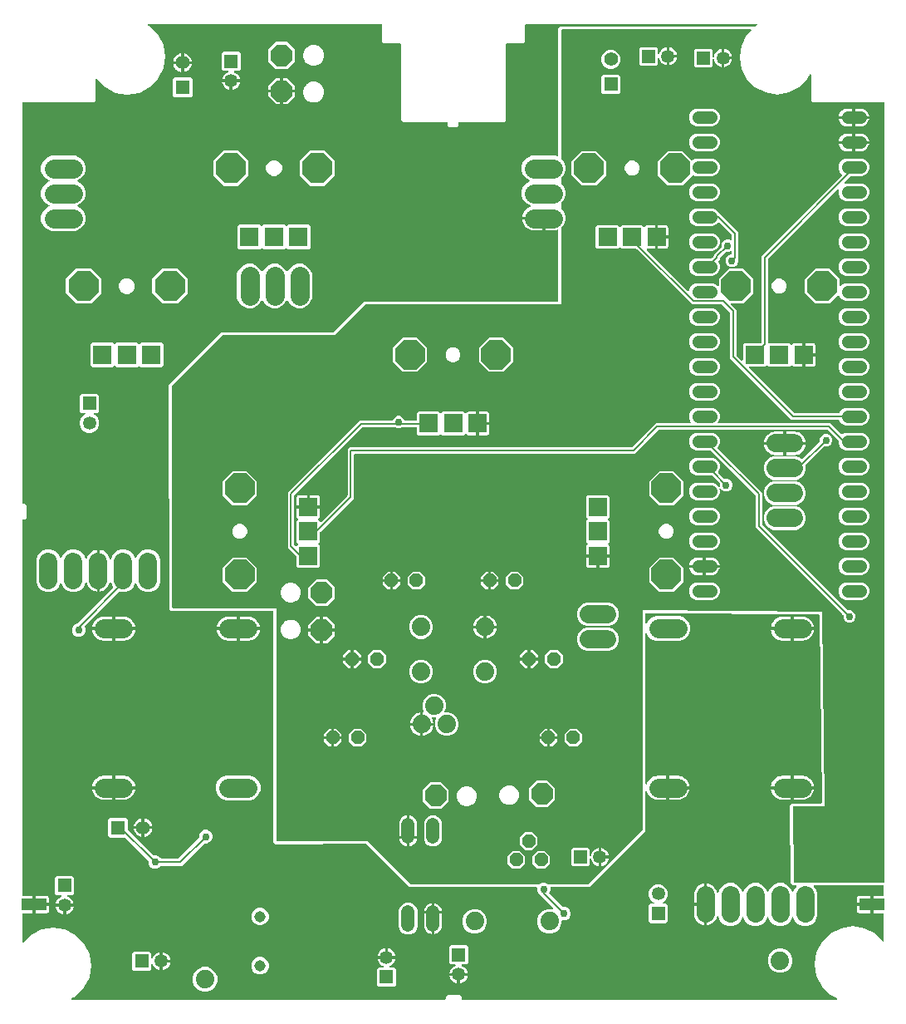
<source format=gbr>
G04 EAGLE Gerber X2 export*
%TF.Part,Single*%
%TF.FileFunction,Copper,L2,Bot,Mixed*%
%TF.FilePolarity,Positive*%
%TF.GenerationSoftware,Autodesk,EAGLE,9.2.2*%
%TF.CreationDate,2019-06-08T20:53:07Z*%
G75*
%MOMM*%
%FSLAX34Y34*%
%LPD*%
%INBottom Copper*%
%AMOC8*
5,1,8,0,0,1.08239X$1,22.5*%
G01*
%ADD10P,2.336880X8X202.500000*%
%ADD11R,1.350000X1.350000*%
%ADD12C,1.350000*%
%ADD13C,1.408000*%
%ADD14R,1.408000X1.408000*%
%ADD15C,1.950000*%
%ADD16P,2.336880X8X22.500000*%
%ADD17C,1.308000*%
%ADD18R,1.879600X1.879600*%
%ADD19P,3.247170X8X292.500000*%
%ADD20P,3.247170X8X22.500000*%
%ADD21P,3.247170X8X202.500000*%
%ADD22P,1.429621X8X202.500000*%
%ADD23C,1.879600*%
%ADD24C,1.955800*%
%ADD25C,1.879600*%
%ADD26C,1.143000*%
%ADD27C,1.320800*%
%ADD28P,1.429621X8X22.500000*%
%ADD29R,2.540000X1.270000*%
%ADD30C,0.152400*%
%ADD31C,0.756400*%

G36*
X530792Y120874D02*
X530792Y120874D01*
X530883Y120881D01*
X530913Y120894D01*
X530945Y120899D01*
X531025Y120942D01*
X531109Y120977D01*
X531141Y121003D01*
X531162Y121014D01*
X531184Y121037D01*
X531240Y121082D01*
X531342Y121184D01*
X533666Y122147D01*
X536182Y122147D01*
X538506Y121184D01*
X538608Y121082D01*
X538682Y121029D01*
X538751Y120969D01*
X538781Y120957D01*
X538807Y120938D01*
X538894Y120912D01*
X538979Y120878D01*
X539020Y120873D01*
X539043Y120866D01*
X539075Y120867D01*
X539146Y120859D01*
X580367Y120859D01*
X580457Y120874D01*
X580548Y120881D01*
X580577Y120894D01*
X580609Y120899D01*
X580690Y120942D01*
X580774Y120977D01*
X580806Y121003D01*
X580827Y121014D01*
X580849Y121037D01*
X580905Y121082D01*
X635350Y175527D01*
X635403Y175601D01*
X635462Y175670D01*
X635474Y175700D01*
X635493Y175726D01*
X635520Y175813D01*
X635554Y175898D01*
X635559Y175939D01*
X635566Y175961D01*
X635565Y175994D01*
X635573Y176065D01*
X635573Y399550D01*
X819248Y398443D01*
X821733Y199907D01*
X789649Y199907D01*
X789624Y199902D01*
X789599Y199905D01*
X789503Y199883D01*
X789406Y199867D01*
X789384Y199855D01*
X789360Y199849D01*
X789276Y199798D01*
X789189Y199752D01*
X789172Y199734D01*
X789150Y199720D01*
X789087Y199645D01*
X789020Y199573D01*
X789009Y199551D01*
X788993Y199531D01*
X788957Y199440D01*
X788916Y199350D01*
X788913Y199325D01*
X788904Y199302D01*
X788888Y199135D01*
X789904Y123267D01*
X789906Y123252D01*
X789905Y123237D01*
X789928Y123131D01*
X789947Y123024D01*
X789954Y123012D01*
X789957Y122997D01*
X790012Y122904D01*
X790065Y122809D01*
X790076Y122799D01*
X790083Y122786D01*
X790166Y122715D01*
X790245Y122642D01*
X790259Y122636D01*
X790270Y122626D01*
X790371Y122585D01*
X790470Y122541D01*
X790484Y122540D01*
X790498Y122534D01*
X790665Y122516D01*
X881698Y122516D01*
X881718Y122519D01*
X881737Y122517D01*
X881839Y122539D01*
X881941Y122555D01*
X881958Y122565D01*
X881978Y122569D01*
X882067Y122622D01*
X882158Y122670D01*
X882172Y122685D01*
X882189Y122695D01*
X882256Y122774D01*
X882328Y122849D01*
X882336Y122867D01*
X882349Y122882D01*
X882388Y122978D01*
X882431Y123072D01*
X882433Y123092D01*
X882441Y123110D01*
X882459Y123277D01*
X882459Y916698D01*
X882456Y916718D01*
X882458Y916737D01*
X882436Y916839D01*
X882420Y916941D01*
X882410Y916958D01*
X882406Y916978D01*
X882353Y917067D01*
X882304Y917158D01*
X882290Y917172D01*
X882280Y917189D01*
X882201Y917256D01*
X882126Y917328D01*
X882108Y917336D01*
X882093Y917349D01*
X881997Y917388D01*
X881903Y917431D01*
X881883Y917433D01*
X881865Y917441D01*
X881698Y917459D01*
X808948Y917459D01*
X807459Y918948D01*
X807459Y944892D01*
X807448Y944959D01*
X807447Y945027D01*
X807429Y945079D01*
X807420Y945135D01*
X807388Y945195D01*
X807365Y945259D01*
X807331Y945303D01*
X807304Y945352D01*
X807255Y945399D01*
X807214Y945452D01*
X807167Y945483D01*
X807126Y945521D01*
X807065Y945550D01*
X807008Y945587D01*
X806954Y945602D01*
X806903Y945625D01*
X806836Y945633D01*
X806770Y945650D01*
X806714Y945646D01*
X806659Y945652D01*
X806592Y945638D01*
X806525Y945633D01*
X806473Y945612D01*
X806418Y945600D01*
X806360Y945565D01*
X806297Y945539D01*
X806255Y945503D01*
X806207Y945474D01*
X806163Y945422D01*
X806112Y945378D01*
X806069Y945312D01*
X806047Y945287D01*
X806039Y945267D01*
X806020Y945238D01*
X803776Y940833D01*
X795349Y932406D01*
X784730Y926996D01*
X772959Y925132D01*
X761188Y926996D01*
X750570Y932406D01*
X742143Y940833D01*
X736732Y951452D01*
X734868Y963223D01*
X736732Y974994D01*
X742143Y985612D01*
X746592Y990062D01*
X746634Y990120D01*
X746683Y990172D01*
X746705Y990219D01*
X746736Y990261D01*
X746757Y990330D01*
X746787Y990395D01*
X746793Y990447D01*
X746808Y990497D01*
X746806Y990568D01*
X746814Y990639D01*
X746803Y990690D01*
X746802Y990742D01*
X746777Y990810D01*
X746762Y990880D01*
X746735Y990924D01*
X746717Y990973D01*
X746672Y991029D01*
X746636Y991091D01*
X746596Y991125D01*
X746564Y991165D01*
X746503Y991204D01*
X746449Y991251D01*
X746400Y991270D01*
X746357Y991298D01*
X746287Y991316D01*
X746221Y991343D01*
X746149Y991351D01*
X746118Y991359D01*
X746095Y991357D01*
X746054Y991361D01*
X553848Y991361D01*
X553828Y991358D01*
X553808Y991360D01*
X553707Y991338D01*
X553605Y991322D01*
X553587Y991312D01*
X553568Y991308D01*
X553479Y991255D01*
X553387Y991206D01*
X553374Y991192D01*
X553357Y991182D01*
X553289Y991103D01*
X553218Y991028D01*
X553210Y991010D01*
X553197Y990995D01*
X553158Y990899D01*
X553114Y990805D01*
X553112Y990785D01*
X553105Y990767D01*
X553086Y990600D01*
X553086Y859369D01*
X553101Y859279D01*
X553108Y859188D01*
X553121Y859158D01*
X553126Y859126D01*
X553169Y859045D01*
X553204Y858961D01*
X553230Y858929D01*
X553241Y858909D01*
X553264Y858886D01*
X553309Y858830D01*
X555331Y856809D01*
X557207Y852281D01*
X557207Y847379D01*
X555331Y842851D01*
X553309Y840830D01*
X553256Y840756D01*
X553197Y840686D01*
X553185Y840656D01*
X553166Y840630D01*
X553139Y840543D01*
X553105Y840458D01*
X553100Y840417D01*
X553093Y840395D01*
X553094Y840363D01*
X553086Y840291D01*
X553086Y833969D01*
X553101Y833879D01*
X553108Y833788D01*
X553121Y833758D01*
X553126Y833726D01*
X553169Y833645D01*
X553204Y833561D01*
X553230Y833529D01*
X553241Y833509D01*
X553264Y833486D01*
X553309Y833430D01*
X555331Y831409D01*
X557207Y826881D01*
X557207Y821979D01*
X555331Y817451D01*
X553309Y815430D01*
X553256Y815356D01*
X553197Y815286D01*
X553185Y815256D01*
X553166Y815230D01*
X553139Y815143D01*
X553105Y815058D01*
X553100Y815017D01*
X553093Y814995D01*
X553094Y814963D01*
X553086Y814891D01*
X553086Y808569D01*
X553101Y808479D01*
X553108Y808388D01*
X553121Y808358D01*
X553126Y808326D01*
X553169Y808245D01*
X553204Y808161D01*
X553230Y808129D01*
X553241Y808109D01*
X553264Y808086D01*
X553309Y808030D01*
X555331Y806009D01*
X557207Y801481D01*
X557207Y796579D01*
X555331Y792051D01*
X553309Y790030D01*
X553256Y789956D01*
X553197Y789886D01*
X553185Y789856D01*
X553166Y789830D01*
X553139Y789743D01*
X553105Y789658D01*
X553100Y789617D01*
X553093Y789595D01*
X553094Y789563D01*
X553086Y789491D01*
X553086Y711220D01*
X353567Y711220D01*
X353477Y711206D01*
X353386Y711198D01*
X353356Y711186D01*
X353324Y711181D01*
X353243Y711138D01*
X353160Y711102D01*
X353127Y711076D01*
X353107Y711066D01*
X353085Y711042D01*
X353029Y710997D01*
X321815Y679784D01*
X207520Y679784D01*
X207430Y679769D01*
X207339Y679762D01*
X207309Y679750D01*
X207277Y679744D01*
X207197Y679702D01*
X207113Y679666D01*
X207081Y679640D01*
X207060Y679629D01*
X207038Y679606D01*
X206982Y679561D01*
X155985Y628565D01*
X155932Y628490D01*
X155872Y628420D01*
X155860Y628390D01*
X155842Y628365D01*
X155815Y628277D01*
X155780Y628192D01*
X155776Y628152D01*
X155769Y628130D01*
X155770Y628097D01*
X155762Y628025D01*
X156212Y402580D01*
X156216Y402561D01*
X156213Y402542D01*
X156236Y402440D01*
X156253Y402337D01*
X156262Y402320D01*
X156266Y402301D01*
X156319Y402212D01*
X156368Y402120D01*
X156382Y402107D01*
X156392Y402090D01*
X156471Y402023D01*
X156547Y401951D01*
X156564Y401943D01*
X156579Y401930D01*
X156676Y401891D01*
X156770Y401848D01*
X156789Y401846D01*
X156807Y401838D01*
X156974Y401820D01*
X262398Y401820D01*
X262295Y165200D01*
X262298Y165179D01*
X262296Y165158D01*
X262318Y165058D01*
X262335Y164957D01*
X262345Y164939D01*
X262349Y164918D01*
X262402Y164830D01*
X262450Y164740D01*
X262465Y164725D01*
X262476Y164707D01*
X262554Y164641D01*
X262628Y164570D01*
X262647Y164562D01*
X262663Y164548D01*
X262758Y164510D01*
X262851Y164467D01*
X262872Y164464D01*
X262892Y164457D01*
X263058Y164439D01*
X355207Y164717D01*
X398842Y121082D01*
X398916Y121029D01*
X398985Y120969D01*
X399016Y120957D01*
X399042Y120938D01*
X399129Y120912D01*
X399214Y120878D01*
X399255Y120873D01*
X399277Y120866D01*
X399309Y120867D01*
X399380Y120859D01*
X530702Y120859D01*
X530792Y120874D01*
G37*
G36*
X434162Y3100D02*
X434162Y3100D01*
X434181Y3098D01*
X434283Y3120D01*
X434385Y3136D01*
X434402Y3146D01*
X434422Y3150D01*
X434511Y3203D01*
X434602Y3252D01*
X434616Y3266D01*
X434633Y3276D01*
X434700Y3355D01*
X434772Y3430D01*
X434780Y3448D01*
X434793Y3463D01*
X434832Y3559D01*
X434875Y3653D01*
X434877Y3673D01*
X434885Y3691D01*
X434903Y3858D01*
X434903Y6283D01*
X436717Y8097D01*
X449283Y8097D01*
X451097Y6283D01*
X451097Y3858D01*
X451100Y3838D01*
X451098Y3819D01*
X451120Y3717D01*
X451136Y3615D01*
X451146Y3598D01*
X451150Y3578D01*
X451203Y3489D01*
X451252Y3398D01*
X451266Y3384D01*
X451276Y3367D01*
X451355Y3300D01*
X451430Y3228D01*
X451448Y3220D01*
X451463Y3207D01*
X451559Y3168D01*
X451653Y3125D01*
X451673Y3123D01*
X451691Y3115D01*
X451858Y3097D01*
X833380Y3097D01*
X833447Y3108D01*
X833515Y3109D01*
X833568Y3127D01*
X833623Y3136D01*
X833683Y3168D01*
X833747Y3191D01*
X833791Y3225D01*
X833840Y3252D01*
X833887Y3301D01*
X833940Y3342D01*
X833971Y3389D01*
X834010Y3430D01*
X834038Y3491D01*
X834076Y3548D01*
X834090Y3602D01*
X834113Y3653D01*
X834121Y3720D01*
X834138Y3786D01*
X834134Y3842D01*
X834141Y3897D01*
X834126Y3964D01*
X834122Y4031D01*
X834100Y4083D01*
X834088Y4138D01*
X834054Y4196D01*
X834028Y4259D01*
X833991Y4301D01*
X833962Y4349D01*
X833911Y4393D01*
X833866Y4444D01*
X833800Y4487D01*
X833775Y4509D01*
X833756Y4517D01*
X833726Y4536D01*
X827284Y7819D01*
X818734Y16369D01*
X813244Y27142D01*
X811353Y39085D01*
X813244Y51028D01*
X818734Y61801D01*
X827284Y70351D01*
X838057Y75841D01*
X850000Y77732D01*
X861943Y75841D01*
X872716Y70351D01*
X880604Y62464D01*
X880662Y62422D01*
X880714Y62373D01*
X880761Y62351D01*
X880803Y62320D01*
X880872Y62299D01*
X880937Y62269D01*
X880989Y62263D01*
X881039Y62248D01*
X881110Y62250D01*
X881181Y62242D01*
X881232Y62253D01*
X881284Y62254D01*
X881352Y62279D01*
X881422Y62294D01*
X881467Y62321D01*
X881515Y62339D01*
X881571Y62384D01*
X881633Y62420D01*
X881667Y62460D01*
X881707Y62492D01*
X881746Y62553D01*
X881793Y62607D01*
X881812Y62656D01*
X881840Y62699D01*
X881858Y62769D01*
X881885Y62835D01*
X881893Y62907D01*
X881901Y62938D01*
X881899Y62961D01*
X881903Y63002D01*
X881903Y90348D01*
X881900Y90368D01*
X881902Y90387D01*
X881880Y90489D01*
X881864Y90591D01*
X881854Y90608D01*
X881850Y90628D01*
X881797Y90717D01*
X881748Y90808D01*
X881734Y90822D01*
X881724Y90839D01*
X881645Y90906D01*
X881570Y90978D01*
X881552Y90986D01*
X881537Y90999D01*
X881441Y91038D01*
X881347Y91081D01*
X881327Y91083D01*
X881309Y91091D01*
X881142Y91109D01*
X871063Y91109D01*
X871063Y99238D01*
X871059Y99258D01*
X871062Y99277D01*
X871040Y99379D01*
X871023Y99481D01*
X871014Y99498D01*
X871009Y99518D01*
X870956Y99607D01*
X870908Y99698D01*
X870893Y99712D01*
X870883Y99729D01*
X870804Y99796D01*
X870729Y99867D01*
X870711Y99876D01*
X870696Y99889D01*
X870600Y99928D01*
X870506Y99971D01*
X870487Y99973D01*
X870468Y99981D01*
X870301Y99999D01*
X869539Y99999D01*
X869539Y100001D01*
X870301Y100001D01*
X870321Y100004D01*
X870341Y100002D01*
X870442Y100024D01*
X870544Y100041D01*
X870562Y100050D01*
X870581Y100054D01*
X870670Y100107D01*
X870762Y100156D01*
X870775Y100170D01*
X870792Y100180D01*
X870860Y100259D01*
X870931Y100334D01*
X870939Y100352D01*
X870952Y100367D01*
X870991Y100463D01*
X871035Y100557D01*
X871037Y100577D01*
X871044Y100595D01*
X871063Y100762D01*
X871063Y108891D01*
X881142Y108891D01*
X881162Y108894D01*
X881181Y108892D01*
X881283Y108914D01*
X881385Y108930D01*
X881402Y108940D01*
X881422Y108944D01*
X881511Y108997D01*
X881602Y109046D01*
X881616Y109060D01*
X881633Y109070D01*
X881700Y109149D01*
X881772Y109224D01*
X881780Y109242D01*
X881793Y109257D01*
X881832Y109353D01*
X881875Y109447D01*
X881877Y109467D01*
X881885Y109485D01*
X881903Y109652D01*
X881903Y118657D01*
X881900Y118677D01*
X881902Y118696D01*
X881880Y118798D01*
X881864Y118900D01*
X881854Y118917D01*
X881850Y118937D01*
X881797Y119026D01*
X881748Y119117D01*
X881734Y119131D01*
X881724Y119148D01*
X881645Y119215D01*
X881570Y119286D01*
X881552Y119295D01*
X881537Y119308D01*
X881441Y119346D01*
X881347Y119390D01*
X881327Y119392D01*
X881309Y119400D01*
X881142Y119418D01*
X811088Y119418D01*
X811017Y119407D01*
X810945Y119405D01*
X810897Y119387D01*
X810845Y119378D01*
X810782Y119345D01*
X810714Y119320D01*
X810674Y119288D01*
X810628Y119263D01*
X810578Y119211D01*
X810522Y119167D01*
X810494Y119123D01*
X810458Y119085D01*
X810428Y119020D01*
X810389Y118960D01*
X810377Y118909D01*
X810355Y118862D01*
X810347Y118791D01*
X810329Y118721D01*
X810333Y118669D01*
X810328Y118617D01*
X810343Y118547D01*
X810349Y118476D01*
X810369Y118428D01*
X810380Y118377D01*
X810417Y118315D01*
X810445Y118250D01*
X810490Y118194D01*
X810506Y118166D01*
X810524Y118151D01*
X810550Y118119D01*
X812193Y116476D01*
X814095Y111883D01*
X814095Y88117D01*
X812193Y83524D01*
X808678Y80009D01*
X804085Y78107D01*
X799115Y78107D01*
X794522Y80009D01*
X791007Y83524D01*
X789603Y86914D01*
X789565Y86975D01*
X789536Y87041D01*
X789501Y87079D01*
X789474Y87123D01*
X789418Y87169D01*
X789370Y87222D01*
X789324Y87247D01*
X789284Y87280D01*
X789217Y87306D01*
X789154Y87340D01*
X789103Y87350D01*
X789055Y87368D01*
X788983Y87371D01*
X788912Y87384D01*
X788861Y87377D01*
X788809Y87379D01*
X788740Y87359D01*
X788669Y87348D01*
X788623Y87325D01*
X788573Y87310D01*
X788514Y87269D01*
X788450Y87237D01*
X788413Y87200D01*
X788371Y87170D01*
X788328Y87112D01*
X788278Y87061D01*
X788243Y86998D01*
X788224Y86973D01*
X788217Y86950D01*
X788197Y86914D01*
X786793Y83524D01*
X783278Y80009D01*
X778685Y78107D01*
X773715Y78107D01*
X769122Y80009D01*
X765607Y83524D01*
X764203Y86914D01*
X764165Y86975D01*
X764136Y87041D01*
X764101Y87079D01*
X764074Y87123D01*
X764018Y87169D01*
X763970Y87222D01*
X763924Y87247D01*
X763884Y87280D01*
X763817Y87306D01*
X763754Y87340D01*
X763703Y87350D01*
X763655Y87368D01*
X763583Y87371D01*
X763512Y87384D01*
X763461Y87377D01*
X763409Y87379D01*
X763340Y87359D01*
X763269Y87348D01*
X763223Y87325D01*
X763173Y87310D01*
X763114Y87269D01*
X763050Y87237D01*
X763013Y87200D01*
X762971Y87170D01*
X762928Y87112D01*
X762878Y87061D01*
X762843Y86998D01*
X762824Y86973D01*
X762817Y86950D01*
X762797Y86914D01*
X761393Y83524D01*
X757878Y80009D01*
X753285Y78107D01*
X748315Y78107D01*
X743722Y80009D01*
X740207Y83524D01*
X738803Y86914D01*
X738765Y86975D01*
X738736Y87041D01*
X738701Y87079D01*
X738674Y87123D01*
X738618Y87169D01*
X738570Y87222D01*
X738524Y87247D01*
X738484Y87280D01*
X738417Y87306D01*
X738354Y87340D01*
X738303Y87350D01*
X738255Y87368D01*
X738183Y87371D01*
X738112Y87384D01*
X738061Y87377D01*
X738009Y87379D01*
X737940Y87359D01*
X737869Y87348D01*
X737823Y87325D01*
X737773Y87310D01*
X737714Y87269D01*
X737650Y87237D01*
X737613Y87200D01*
X737571Y87170D01*
X737528Y87112D01*
X737478Y87061D01*
X737443Y86998D01*
X737424Y86973D01*
X737417Y86950D01*
X737397Y86914D01*
X735993Y83524D01*
X732478Y80009D01*
X727885Y78107D01*
X722915Y78107D01*
X718322Y80009D01*
X714807Y83524D01*
X713045Y87779D01*
X712992Y87865D01*
X712943Y87954D01*
X712927Y87969D01*
X712915Y87988D01*
X712838Y88053D01*
X712763Y88122D01*
X712743Y88131D01*
X712726Y88145D01*
X712631Y88181D01*
X712539Y88223D01*
X712517Y88225D01*
X712496Y88233D01*
X712395Y88238D01*
X712294Y88248D01*
X712273Y88243D01*
X712251Y88244D01*
X712153Y88216D01*
X712055Y88193D01*
X712036Y88181D01*
X712014Y88175D01*
X711931Y88118D01*
X711845Y88065D01*
X711831Y88048D01*
X711812Y88035D01*
X711752Y87954D01*
X711687Y87876D01*
X711676Y87851D01*
X711666Y87838D01*
X711655Y87806D01*
X711618Y87723D01*
X711064Y86019D01*
X710211Y84345D01*
X709106Y82824D01*
X707778Y81496D01*
X706257Y80391D01*
X704583Y79538D01*
X702796Y78957D01*
X701523Y78756D01*
X701523Y99238D01*
X701520Y99258D01*
X701522Y99277D01*
X701500Y99379D01*
X701483Y99481D01*
X701474Y99498D01*
X701470Y99518D01*
X701417Y99607D01*
X701368Y99698D01*
X701354Y99712D01*
X701344Y99729D01*
X701265Y99796D01*
X701190Y99867D01*
X701172Y99876D01*
X701157Y99889D01*
X701061Y99927D01*
X700967Y99971D01*
X700947Y99973D01*
X700929Y99981D01*
X700762Y99999D01*
X699999Y99999D01*
X699999Y100001D01*
X700762Y100001D01*
X700782Y100004D01*
X700801Y100002D01*
X700903Y100024D01*
X701005Y100041D01*
X701022Y100050D01*
X701042Y100054D01*
X701131Y100107D01*
X701222Y100156D01*
X701236Y100170D01*
X701253Y100180D01*
X701320Y100259D01*
X701391Y100334D01*
X701400Y100352D01*
X701413Y100367D01*
X701452Y100463D01*
X701495Y100557D01*
X701497Y100577D01*
X701505Y100595D01*
X701523Y100762D01*
X701523Y121244D01*
X702796Y121043D01*
X704583Y120462D01*
X706257Y119609D01*
X707778Y118504D01*
X709106Y117176D01*
X710211Y115655D01*
X711064Y113981D01*
X711618Y112277D01*
X711664Y112187D01*
X711705Y112094D01*
X711720Y112078D01*
X711731Y112058D01*
X711803Y111988D01*
X711872Y111913D01*
X711891Y111903D01*
X711907Y111887D01*
X711998Y111843D01*
X712087Y111795D01*
X712109Y111791D01*
X712129Y111781D01*
X712230Y111769D01*
X712329Y111751D01*
X712351Y111754D01*
X712373Y111751D01*
X712472Y111772D01*
X712573Y111787D01*
X712592Y111797D01*
X712614Y111801D01*
X712702Y111852D01*
X712792Y111898D01*
X712807Y111914D01*
X712827Y111925D01*
X712893Y112001D01*
X712964Y112074D01*
X712977Y112098D01*
X712988Y112110D01*
X713001Y112141D01*
X713045Y112221D01*
X714807Y116476D01*
X718322Y119991D01*
X722915Y121893D01*
X727885Y121893D01*
X732478Y119991D01*
X735993Y116476D01*
X737397Y113086D01*
X737434Y113025D01*
X737464Y112959D01*
X737499Y112921D01*
X737526Y112877D01*
X737581Y112831D01*
X737630Y112778D01*
X737676Y112753D01*
X737716Y112720D01*
X737783Y112694D01*
X737846Y112660D01*
X737897Y112650D01*
X737945Y112632D01*
X738017Y112629D01*
X738088Y112616D01*
X738139Y112623D01*
X738191Y112621D01*
X738260Y112641D01*
X738331Y112652D01*
X738377Y112675D01*
X738427Y112690D01*
X738486Y112731D01*
X738550Y112763D01*
X738587Y112800D01*
X738629Y112830D01*
X738672Y112888D01*
X738722Y112939D01*
X738757Y113002D01*
X738776Y113027D01*
X738783Y113050D01*
X738803Y113086D01*
X740207Y116476D01*
X743722Y119991D01*
X748315Y121893D01*
X753285Y121893D01*
X757878Y119991D01*
X761393Y116476D01*
X762797Y113086D01*
X762835Y113025D01*
X762864Y112959D01*
X762899Y112921D01*
X762926Y112877D01*
X762982Y112831D01*
X763030Y112778D01*
X763076Y112753D01*
X763116Y112720D01*
X763183Y112694D01*
X763246Y112660D01*
X763297Y112650D01*
X763345Y112632D01*
X763417Y112629D01*
X763488Y112616D01*
X763539Y112623D01*
X763591Y112621D01*
X763660Y112641D01*
X763731Y112652D01*
X763777Y112675D01*
X763827Y112690D01*
X763886Y112731D01*
X763950Y112763D01*
X763987Y112800D01*
X764029Y112830D01*
X764072Y112888D01*
X764122Y112939D01*
X764157Y113002D01*
X764176Y113027D01*
X764183Y113050D01*
X764203Y113086D01*
X765607Y116476D01*
X769122Y119991D01*
X773715Y121893D01*
X778685Y121893D01*
X783278Y119991D01*
X786793Y116476D01*
X788197Y113086D01*
X788235Y113025D01*
X788264Y112959D01*
X788299Y112921D01*
X788326Y112877D01*
X788382Y112831D01*
X788430Y112778D01*
X788476Y112753D01*
X788516Y112720D01*
X788583Y112694D01*
X788646Y112660D01*
X788697Y112650D01*
X788745Y112632D01*
X788817Y112629D01*
X788888Y112616D01*
X788939Y112623D01*
X788991Y112621D01*
X789060Y112641D01*
X789131Y112652D01*
X789177Y112675D01*
X789227Y112690D01*
X789286Y112731D01*
X789350Y112763D01*
X789387Y112800D01*
X789429Y112830D01*
X789472Y112888D01*
X789522Y112939D01*
X789557Y113002D01*
X789576Y113027D01*
X789583Y113050D01*
X789603Y113086D01*
X791007Y116476D01*
X792650Y118119D01*
X792692Y118177D01*
X792742Y118229D01*
X792764Y118276D01*
X792794Y118318D01*
X792815Y118387D01*
X792845Y118452D01*
X792851Y118504D01*
X792866Y118553D01*
X792864Y118625D01*
X792872Y118696D01*
X792861Y118747D01*
X792860Y118799D01*
X792835Y118867D01*
X792820Y118937D01*
X792793Y118981D01*
X792775Y119030D01*
X792731Y119086D01*
X792694Y119148D01*
X792654Y119182D01*
X792622Y119222D01*
X792561Y119261D01*
X792507Y119308D01*
X792459Y119327D01*
X792415Y119355D01*
X792345Y119373D01*
X792279Y119400D01*
X792207Y119408D01*
X792176Y119415D01*
X792153Y119414D01*
X792112Y119418D01*
X790696Y119418D01*
X790692Y119417D01*
X790686Y119418D01*
X789088Y119397D01*
X787958Y120526D01*
X787955Y120529D01*
X787951Y120533D01*
X786806Y121648D01*
X786806Y123246D01*
X786805Y123250D01*
X786806Y123256D01*
X785816Y197216D01*
X785801Y197301D01*
X785794Y197387D01*
X785790Y197396D01*
X785790Y199113D01*
X785790Y199117D01*
X785790Y199123D01*
X785769Y200722D01*
X786898Y201852D01*
X786901Y201855D01*
X786906Y201859D01*
X788020Y203004D01*
X789618Y203004D01*
X789622Y203005D01*
X789628Y203004D01*
X791348Y203027D01*
X791360Y203022D01*
X791408Y203017D01*
X791433Y203010D01*
X791463Y203011D01*
X791527Y203004D01*
X817826Y203004D01*
X817850Y203008D01*
X817875Y203006D01*
X817971Y203028D01*
X818069Y203044D01*
X818090Y203055D01*
X818114Y203061D01*
X818199Y203113D01*
X818286Y203159D01*
X818303Y203177D01*
X818324Y203190D01*
X818387Y203266D01*
X818455Y203337D01*
X818466Y203360D01*
X818482Y203379D01*
X818517Y203471D01*
X818559Y203560D01*
X818562Y203585D01*
X818571Y203608D01*
X818587Y203775D01*
X816198Y394617D01*
X816196Y394629D01*
X816198Y394642D01*
X816175Y394750D01*
X816156Y394859D01*
X816149Y394870D01*
X816147Y394883D01*
X816091Y394978D01*
X816038Y395075D01*
X816028Y395084D01*
X816022Y395095D01*
X815938Y395167D01*
X815857Y395242D01*
X815846Y395247D01*
X815836Y395256D01*
X815733Y395298D01*
X815633Y395343D01*
X815620Y395344D01*
X815608Y395349D01*
X815442Y395369D01*
X639436Y396429D01*
X639414Y396426D01*
X639392Y396428D01*
X639293Y396407D01*
X639193Y396391D01*
X639173Y396381D01*
X639151Y396376D01*
X639065Y396324D01*
X638975Y396277D01*
X638959Y396261D01*
X638940Y396250D01*
X638875Y396173D01*
X638804Y396100D01*
X638795Y396080D01*
X638780Y396063D01*
X638743Y395969D01*
X638699Y395878D01*
X638697Y395856D01*
X638689Y395835D01*
X638670Y395668D01*
X638670Y386969D01*
X638686Y386873D01*
X638695Y386776D01*
X638706Y386752D01*
X638710Y386727D01*
X638755Y386641D01*
X638795Y386552D01*
X638813Y386532D01*
X638825Y386509D01*
X638895Y386442D01*
X638961Y386370D01*
X638984Y386358D01*
X639003Y386340D01*
X639092Y386299D01*
X639177Y386252D01*
X639203Y386247D01*
X639226Y386236D01*
X639323Y386225D01*
X639419Y386208D01*
X639445Y386212D01*
X639471Y386209D01*
X639566Y386230D01*
X639662Y386244D01*
X639686Y386256D01*
X639711Y386261D01*
X639795Y386311D01*
X639881Y386355D01*
X639900Y386374D01*
X639922Y386388D01*
X639985Y386461D01*
X640054Y386531D01*
X640069Y386560D01*
X640082Y386574D01*
X640095Y386605D01*
X640135Y386678D01*
X640859Y388427D01*
X644473Y392041D01*
X649195Y393997D01*
X673805Y393997D01*
X678527Y392041D01*
X682141Y388427D01*
X684097Y383705D01*
X684097Y378595D01*
X682141Y373873D01*
X678527Y370259D01*
X673805Y368303D01*
X649195Y368303D01*
X644473Y370259D01*
X640859Y373873D01*
X640135Y375622D01*
X640083Y375705D01*
X640038Y375791D01*
X640019Y375809D01*
X640005Y375831D01*
X639930Y375893D01*
X639859Y375960D01*
X639836Y375971D01*
X639816Y375988D01*
X639725Y376023D01*
X639636Y376064D01*
X639610Y376067D01*
X639586Y376076D01*
X639489Y376080D01*
X639392Y376091D01*
X639366Y376085D01*
X639340Y376086D01*
X639247Y376059D01*
X639151Y376039D01*
X639129Y376025D01*
X639104Y376018D01*
X639024Y375962D01*
X638940Y375912D01*
X638923Y375893D01*
X638902Y375878D01*
X638844Y375800D01*
X638780Y375726D01*
X638771Y375701D01*
X638755Y375680D01*
X638725Y375588D01*
X638689Y375497D01*
X638685Y375465D01*
X638679Y375446D01*
X638679Y375413D01*
X638670Y375331D01*
X638670Y223174D01*
X638671Y223170D01*
X638670Y223166D01*
X638691Y223048D01*
X638710Y222931D01*
X638712Y222928D01*
X638712Y222924D01*
X638770Y222818D01*
X638825Y222714D01*
X638828Y222711D01*
X638830Y222708D01*
X638917Y222626D01*
X639003Y222544D01*
X639007Y222543D01*
X639010Y222540D01*
X639118Y222491D01*
X639226Y222441D01*
X639230Y222440D01*
X639234Y222439D01*
X639353Y222427D01*
X639471Y222414D01*
X639475Y222415D01*
X639479Y222414D01*
X639594Y222441D01*
X639711Y222466D01*
X639715Y222468D01*
X639718Y222469D01*
X639820Y222531D01*
X639922Y222592D01*
X639925Y222595D01*
X639928Y222597D01*
X640004Y222688D01*
X640082Y222779D01*
X640084Y222783D01*
X640086Y222786D01*
X640155Y222939D01*
X640360Y223568D01*
X641238Y225292D01*
X642375Y226857D01*
X643743Y228225D01*
X645308Y229362D01*
X647032Y230240D01*
X648872Y230838D01*
X650783Y231141D01*
X659977Y231141D01*
X659977Y219612D01*
X659980Y219592D01*
X659978Y219573D01*
X660000Y219471D01*
X660017Y219369D01*
X660026Y219352D01*
X660030Y219332D01*
X660083Y219243D01*
X660132Y219152D01*
X660146Y219138D01*
X660156Y219121D01*
X660235Y219054D01*
X660310Y218983D01*
X660328Y218974D01*
X660343Y218961D01*
X660439Y218923D01*
X660533Y218879D01*
X660553Y218877D01*
X660571Y218869D01*
X660738Y218851D01*
X661501Y218851D01*
X661501Y218849D01*
X660738Y218849D01*
X660718Y218846D01*
X660699Y218848D01*
X660597Y218826D01*
X660495Y218809D01*
X660478Y218800D01*
X660458Y218796D01*
X660369Y218743D01*
X660278Y218694D01*
X660264Y218680D01*
X660247Y218670D01*
X660180Y218591D01*
X660109Y218516D01*
X660100Y218498D01*
X660087Y218483D01*
X660048Y218387D01*
X660005Y218293D01*
X660003Y218273D01*
X659995Y218255D01*
X659977Y218088D01*
X659977Y206559D01*
X650783Y206559D01*
X648872Y206862D01*
X647032Y207460D01*
X645308Y208338D01*
X643743Y209475D01*
X642375Y210843D01*
X641238Y212408D01*
X640360Y214132D01*
X640155Y214761D01*
X640153Y214765D01*
X640153Y214769D01*
X640097Y214874D01*
X640042Y214980D01*
X640040Y214983D01*
X640038Y214986D01*
X639952Y215068D01*
X639866Y215151D01*
X639862Y215153D01*
X639859Y215156D01*
X639752Y215206D01*
X639644Y215257D01*
X639640Y215258D01*
X639636Y215259D01*
X639519Y215272D01*
X639400Y215287D01*
X639396Y215286D01*
X639392Y215286D01*
X639276Y215261D01*
X639159Y215237D01*
X639155Y215235D01*
X639151Y215234D01*
X639049Y215173D01*
X638946Y215113D01*
X638944Y215110D01*
X638940Y215108D01*
X638862Y215016D01*
X638785Y214928D01*
X638783Y214924D01*
X638780Y214921D01*
X638735Y214809D01*
X638690Y214700D01*
X638690Y214697D01*
X638689Y214693D01*
X638670Y214526D01*
X638670Y174467D01*
X581965Y117762D01*
X542564Y117762D01*
X542544Y117758D01*
X542525Y117761D01*
X542423Y117739D01*
X542321Y117722D01*
X542304Y117713D01*
X542284Y117708D01*
X542195Y117655D01*
X542104Y117607D01*
X542090Y117592D01*
X542073Y117582D01*
X542006Y117503D01*
X541934Y117428D01*
X541926Y117410D01*
X541913Y117395D01*
X541874Y117299D01*
X541831Y117205D01*
X541829Y117186D01*
X541821Y117167D01*
X541803Y117000D01*
X541803Y114456D01*
X540703Y111800D01*
X540676Y111687D01*
X540648Y111573D01*
X540648Y111567D01*
X540647Y111561D01*
X540658Y111444D01*
X540667Y111328D01*
X540669Y111322D01*
X540670Y111316D01*
X540718Y111209D01*
X540763Y111102D01*
X540768Y111096D01*
X540770Y111091D01*
X540782Y111078D01*
X540868Y110971D01*
X553995Y97844D01*
X554069Y97790D01*
X554139Y97731D01*
X554169Y97719D01*
X554195Y97700D01*
X554282Y97673D01*
X554367Y97639D01*
X554408Y97634D01*
X554430Y97628D01*
X554462Y97628D01*
X554533Y97621D01*
X557008Y97621D01*
X559536Y96573D01*
X561471Y94638D01*
X562518Y92110D01*
X562518Y89374D01*
X561471Y86845D01*
X559536Y84910D01*
X557008Y83863D01*
X554153Y83863D01*
X554134Y83860D01*
X554114Y83862D01*
X554013Y83840D01*
X553911Y83823D01*
X553893Y83814D01*
X553874Y83810D01*
X553785Y83757D01*
X553693Y83708D01*
X553680Y83694D01*
X553663Y83684D01*
X553595Y83605D01*
X553524Y83530D01*
X553516Y83512D01*
X553503Y83497D01*
X553464Y83400D01*
X553420Y83307D01*
X553418Y83287D01*
X553411Y83269D01*
X553392Y83102D01*
X553392Y80341D01*
X551490Y75749D01*
X547975Y72234D01*
X543383Y70332D01*
X538412Y70332D01*
X533820Y72234D01*
X530305Y75749D01*
X528403Y80341D01*
X528403Y85312D01*
X530305Y89904D01*
X533820Y93419D01*
X538412Y95321D01*
X543383Y95321D01*
X543637Y95216D01*
X543732Y95194D01*
X543825Y95165D01*
X543852Y95166D01*
X543877Y95160D01*
X543974Y95169D01*
X544071Y95171D01*
X544096Y95180D01*
X544122Y95183D01*
X544211Y95222D01*
X544302Y95256D01*
X544323Y95272D01*
X544347Y95283D01*
X544418Y95349D01*
X544494Y95409D01*
X544508Y95431D01*
X544528Y95449D01*
X544575Y95534D01*
X544627Y95616D01*
X544634Y95642D01*
X544646Y95665D01*
X544664Y95760D01*
X544687Y95855D01*
X544685Y95881D01*
X544690Y95907D01*
X544676Y96003D01*
X544668Y96100D01*
X544658Y96124D01*
X544654Y96150D01*
X544610Y96237D01*
X544572Y96326D01*
X544552Y96352D01*
X544543Y96369D01*
X544519Y96392D01*
X544467Y96457D01*
X533549Y107376D01*
X531007Y109918D01*
X530983Y109963D01*
X530947Y110047D01*
X530921Y110079D01*
X530910Y110100D01*
X530887Y110122D01*
X530842Y110178D01*
X529093Y111927D01*
X528045Y114456D01*
X528045Y117000D01*
X528042Y117020D01*
X528044Y117040D01*
X528022Y117141D01*
X528006Y117243D01*
X527996Y117261D01*
X527992Y117280D01*
X527939Y117369D01*
X527890Y117460D01*
X527876Y117474D01*
X527866Y117491D01*
X527787Y117559D01*
X527712Y117630D01*
X527694Y117638D01*
X527679Y117651D01*
X527583Y117690D01*
X527489Y117733D01*
X527469Y117736D01*
X527451Y117743D01*
X527284Y117762D01*
X397782Y117762D01*
X354152Y161392D01*
X354077Y161446D01*
X354006Y161506D01*
X353977Y161517D01*
X353952Y161535D01*
X353864Y161563D01*
X353778Y161597D01*
X353738Y161601D01*
X353717Y161608D01*
X353684Y161607D01*
X353611Y161615D01*
X264972Y161347D01*
X264932Y161340D01*
X263058Y161341D01*
X263057Y161341D01*
X263055Y161341D01*
X261462Y161336D01*
X260332Y162467D01*
X260331Y162468D01*
X260330Y162469D01*
X259197Y163595D01*
X259197Y165198D01*
X259197Y165199D01*
X259197Y165201D01*
X259192Y167048D01*
X259198Y167106D01*
X259299Y397961D01*
X259296Y397981D01*
X259298Y398001D01*
X259276Y398102D01*
X259260Y398204D01*
X259250Y398221D01*
X259246Y398241D01*
X259193Y398330D01*
X259145Y398421D01*
X259130Y398435D01*
X259120Y398452D01*
X259041Y398519D01*
X258966Y398591D01*
X258948Y398599D01*
X258933Y398612D01*
X258837Y398651D01*
X258743Y398694D01*
X258723Y398697D01*
X258705Y398704D01*
X258538Y398723D01*
X156975Y398723D01*
X156975Y398722D01*
X156974Y398723D01*
X155379Y398719D01*
X154244Y399854D01*
X154243Y399854D01*
X154243Y399855D01*
X153115Y400978D01*
X153115Y402582D01*
X153115Y402583D01*
X153115Y402584D01*
X152668Y626110D01*
X152665Y626133D01*
X152665Y628017D01*
X152665Y628018D01*
X152661Y629621D01*
X153792Y630752D01*
X153792Y630753D01*
X153793Y630753D01*
X155118Y632083D01*
X155144Y632104D01*
X203438Y680398D01*
X205922Y682882D01*
X320217Y682882D01*
X320307Y682896D01*
X320398Y682903D01*
X320428Y682916D01*
X320460Y682921D01*
X320540Y682964D01*
X320624Y683000D01*
X320656Y683025D01*
X320677Y683036D01*
X320687Y683047D01*
X320688Y683048D01*
X320702Y683062D01*
X320755Y683105D01*
X351968Y714318D01*
X549228Y714318D01*
X549247Y714321D01*
X549267Y714319D01*
X549368Y714341D01*
X549470Y714358D01*
X549488Y714367D01*
X549507Y714371D01*
X549596Y714424D01*
X549688Y714473D01*
X549701Y714487D01*
X549718Y714497D01*
X549786Y714576D01*
X549857Y714651D01*
X549865Y714669D01*
X549878Y714684D01*
X549917Y714780D01*
X549961Y714874D01*
X549963Y714894D01*
X549970Y714912D01*
X549989Y715079D01*
X549989Y786686D01*
X549986Y786702D01*
X549988Y786718D01*
X549966Y786823D01*
X549949Y786929D01*
X549942Y786943D01*
X549938Y786959D01*
X549884Y787051D01*
X549834Y787146D01*
X549822Y787157D01*
X549814Y787171D01*
X549734Y787242D01*
X549656Y787316D01*
X549641Y787322D01*
X549629Y787333D01*
X549530Y787374D01*
X549433Y787419D01*
X549417Y787421D01*
X549402Y787427D01*
X549295Y787435D01*
X549188Y787446D01*
X549173Y787443D01*
X549157Y787444D01*
X548992Y787410D01*
X547772Y787014D01*
X545857Y786710D01*
X536631Y786710D01*
X536631Y798268D01*
X536628Y798288D01*
X536630Y798307D01*
X536608Y798409D01*
X536591Y798511D01*
X536582Y798528D01*
X536578Y798548D01*
X536525Y798637D01*
X536476Y798728D01*
X536462Y798742D01*
X536452Y798759D01*
X536373Y798826D01*
X536298Y798897D01*
X536280Y798906D01*
X536265Y798919D01*
X536169Y798957D01*
X536075Y799001D01*
X536055Y799003D01*
X536037Y799011D01*
X535870Y799029D01*
X535107Y799029D01*
X535107Y799792D01*
X535104Y799812D01*
X535106Y799831D01*
X535084Y799933D01*
X535067Y800035D01*
X535058Y800052D01*
X535054Y800072D01*
X535001Y800161D01*
X534952Y800252D01*
X534938Y800266D01*
X534928Y800283D01*
X534849Y800350D01*
X534774Y800421D01*
X534756Y800430D01*
X534741Y800443D01*
X534645Y800482D01*
X534551Y800525D01*
X534531Y800527D01*
X534513Y800535D01*
X534346Y800553D01*
X513097Y800553D01*
X513313Y801915D01*
X513912Y803759D01*
X514792Y805487D01*
X515932Y807056D01*
X517303Y808427D01*
X518872Y809567D01*
X520600Y810447D01*
X521350Y810691D01*
X521440Y810737D01*
X521533Y810779D01*
X521549Y810794D01*
X521569Y810804D01*
X521639Y810876D01*
X521714Y810945D01*
X521725Y810964D01*
X521740Y810980D01*
X521784Y811072D01*
X521832Y811160D01*
X521836Y811182D01*
X521846Y811202D01*
X521858Y811303D01*
X521876Y811403D01*
X521873Y811424D01*
X521876Y811446D01*
X521855Y811546D01*
X521840Y811646D01*
X521830Y811666D01*
X521826Y811687D01*
X521775Y811775D01*
X521729Y811865D01*
X521713Y811881D01*
X521702Y811900D01*
X521626Y811966D01*
X521553Y812037D01*
X521529Y812051D01*
X521517Y812062D01*
X521487Y812074D01*
X521406Y812118D01*
X518035Y813514D01*
X514413Y817136D01*
X512453Y821869D01*
X512453Y826991D01*
X514413Y831724D01*
X518035Y835346D01*
X520646Y836427D01*
X520707Y836465D01*
X520772Y836494D01*
X520810Y836529D01*
X520855Y836556D01*
X520900Y836612D01*
X520953Y836660D01*
X520978Y836706D01*
X521012Y836746D01*
X521037Y836813D01*
X521072Y836876D01*
X521081Y836927D01*
X521100Y836975D01*
X521103Y837047D01*
X521116Y837118D01*
X521108Y837169D01*
X521110Y837221D01*
X521090Y837290D01*
X521080Y837361D01*
X521056Y837407D01*
X521042Y837457D01*
X521001Y837516D01*
X520968Y837580D01*
X520931Y837617D01*
X520901Y837659D01*
X520844Y837702D01*
X520793Y837752D01*
X520730Y837787D01*
X520704Y837806D01*
X520682Y837813D01*
X520646Y837833D01*
X518035Y838914D01*
X514413Y842536D01*
X512453Y847269D01*
X512453Y852391D01*
X514413Y857124D01*
X518035Y860746D01*
X522768Y862706D01*
X547448Y862706D01*
X548936Y862089D01*
X548981Y862079D01*
X549023Y862060D01*
X549100Y862051D01*
X549176Y862033D01*
X549221Y862037D01*
X549267Y862032D01*
X549343Y862049D01*
X549421Y862056D01*
X549462Y862075D01*
X549507Y862085D01*
X549574Y862125D01*
X549645Y862156D01*
X549679Y862187D01*
X549718Y862211D01*
X549769Y862270D01*
X549826Y862323D01*
X549849Y862363D01*
X549878Y862398D01*
X549907Y862470D01*
X549945Y862538D01*
X549953Y862583D01*
X549970Y862626D01*
X549985Y862762D01*
X549989Y862780D01*
X549988Y862785D01*
X549989Y862793D01*
X549989Y992198D01*
X552249Y994459D01*
X750001Y994459D01*
X750094Y994474D01*
X750189Y994482D01*
X750223Y994495D01*
X750243Y994498D01*
X750272Y994514D01*
X750346Y994542D01*
X752156Y995464D01*
X752211Y995504D01*
X752270Y995536D01*
X752309Y995576D01*
X752354Y995609D01*
X752393Y995665D01*
X752440Y995714D01*
X752463Y995765D01*
X752496Y995811D01*
X752515Y995876D01*
X752543Y995937D01*
X752550Y995993D01*
X752565Y996046D01*
X752563Y996114D01*
X752570Y996181D01*
X752559Y996236D01*
X752557Y996292D01*
X752533Y996356D01*
X752518Y996422D01*
X752489Y996470D01*
X752470Y996522D01*
X752427Y996575D01*
X752392Y996633D01*
X752350Y996669D01*
X752314Y996713D01*
X752257Y996749D01*
X752205Y996793D01*
X752153Y996814D01*
X752106Y996844D01*
X752040Y996859D01*
X751977Y996885D01*
X751899Y996893D01*
X751867Y996901D01*
X751846Y996899D01*
X751810Y996903D01*
X516858Y996903D01*
X516838Y996900D01*
X516819Y996902D01*
X516717Y996880D01*
X516615Y996864D01*
X516598Y996854D01*
X516578Y996850D01*
X516489Y996797D01*
X516398Y996748D01*
X516384Y996734D01*
X516367Y996724D01*
X516300Y996645D01*
X516228Y996570D01*
X516220Y996552D01*
X516207Y996537D01*
X516168Y996441D01*
X516125Y996347D01*
X516123Y996327D01*
X516115Y996309D01*
X516097Y996142D01*
X516097Y978717D01*
X514283Y976903D01*
X496858Y976903D01*
X496838Y976900D01*
X496819Y976902D01*
X496717Y976880D01*
X496615Y976864D01*
X496598Y976854D01*
X496578Y976850D01*
X496489Y976797D01*
X496398Y976748D01*
X496384Y976734D01*
X496367Y976724D01*
X496300Y976645D01*
X496228Y976570D01*
X496220Y976552D01*
X496207Y976537D01*
X496168Y976441D01*
X496125Y976347D01*
X496123Y976327D01*
X496115Y976309D01*
X496097Y976142D01*
X496097Y898717D01*
X494283Y896903D01*
X448858Y896903D01*
X448838Y896900D01*
X448819Y896902D01*
X448717Y896880D01*
X448615Y896864D01*
X448598Y896854D01*
X448578Y896850D01*
X448489Y896797D01*
X448398Y896748D01*
X448384Y896734D01*
X448367Y896724D01*
X448300Y896645D01*
X448228Y896570D01*
X448220Y896552D01*
X448207Y896537D01*
X448168Y896441D01*
X448125Y896347D01*
X448123Y896327D01*
X448115Y896309D01*
X448097Y896142D01*
X448097Y893717D01*
X446283Y891903D01*
X438717Y891903D01*
X436903Y893717D01*
X436903Y896142D01*
X436900Y896162D01*
X436902Y896181D01*
X436880Y896283D01*
X436864Y896385D01*
X436854Y896402D01*
X436850Y896422D01*
X436797Y896511D01*
X436748Y896602D01*
X436734Y896616D01*
X436724Y896633D01*
X436645Y896700D01*
X436570Y896772D01*
X436552Y896780D01*
X436537Y896793D01*
X436441Y896832D01*
X436347Y896875D01*
X436327Y896877D01*
X436309Y896885D01*
X436142Y896903D01*
X391717Y896903D01*
X389903Y898717D01*
X389903Y976142D01*
X389900Y976162D01*
X389902Y976181D01*
X389880Y976283D01*
X389864Y976385D01*
X389854Y976402D01*
X389850Y976422D01*
X389797Y976511D01*
X389748Y976602D01*
X389734Y976616D01*
X389724Y976633D01*
X389645Y976700D01*
X389570Y976772D01*
X389552Y976780D01*
X389537Y976793D01*
X389441Y976832D01*
X389347Y976875D01*
X389327Y976877D01*
X389309Y976885D01*
X389142Y976903D01*
X371717Y976903D01*
X369903Y978717D01*
X369903Y996142D01*
X369900Y996162D01*
X369902Y996181D01*
X369880Y996283D01*
X369864Y996385D01*
X369854Y996402D01*
X369850Y996422D01*
X369797Y996511D01*
X369748Y996602D01*
X369734Y996616D01*
X369724Y996633D01*
X369645Y996700D01*
X369570Y996772D01*
X369552Y996780D01*
X369537Y996793D01*
X369441Y996832D01*
X369347Y996875D01*
X369327Y996877D01*
X369309Y996885D01*
X369142Y996903D01*
X132221Y996903D01*
X132154Y996892D01*
X132086Y996891D01*
X132033Y996873D01*
X131978Y996864D01*
X131918Y996832D01*
X131854Y996809D01*
X131810Y996775D01*
X131761Y996748D01*
X131714Y996699D01*
X131661Y996658D01*
X131630Y996611D01*
X131591Y996570D01*
X131563Y996509D01*
X131526Y996452D01*
X131511Y996398D01*
X131488Y996347D01*
X131480Y996280D01*
X131463Y996214D01*
X131467Y996158D01*
X131461Y996103D01*
X131475Y996036D01*
X131480Y995969D01*
X131501Y995917D01*
X131513Y995862D01*
X131548Y995804D01*
X131574Y995741D01*
X131610Y995699D01*
X131639Y995651D01*
X131691Y995607D01*
X131735Y995556D01*
X131801Y995513D01*
X131826Y995491D01*
X131845Y995483D01*
X131875Y995464D01*
X133250Y994763D01*
X141800Y986213D01*
X147290Y975439D01*
X149181Y963497D01*
X147290Y951554D01*
X141800Y940780D01*
X133250Y932231D01*
X122477Y926741D01*
X110534Y924850D01*
X98591Y926741D01*
X87818Y932231D01*
X79396Y940652D01*
X79338Y940694D01*
X79286Y940743D01*
X79239Y940765D01*
X79197Y940796D01*
X79128Y940817D01*
X79063Y940847D01*
X79011Y940853D01*
X78961Y940868D01*
X78890Y940866D01*
X78819Y940874D01*
X78768Y940863D01*
X78716Y940862D01*
X78648Y940837D01*
X78578Y940822D01*
X78533Y940795D01*
X78485Y940777D01*
X78429Y940732D01*
X78367Y940696D01*
X78333Y940656D01*
X78293Y940623D01*
X78254Y940563D01*
X78207Y940509D01*
X78188Y940460D01*
X78160Y940417D01*
X78142Y940347D01*
X78115Y940280D01*
X78107Y940209D01*
X78099Y940178D01*
X78101Y940155D01*
X78097Y940114D01*
X78097Y918717D01*
X76283Y916903D01*
X3858Y916903D01*
X3838Y916900D01*
X3819Y916902D01*
X3717Y916880D01*
X3615Y916864D01*
X3598Y916854D01*
X3578Y916850D01*
X3489Y916797D01*
X3398Y916748D01*
X3384Y916734D01*
X3367Y916724D01*
X3300Y916645D01*
X3228Y916570D01*
X3220Y916552D01*
X3207Y916537D01*
X3168Y916441D01*
X3125Y916347D01*
X3123Y916327D01*
X3115Y916309D01*
X3097Y916142D01*
X3097Y508858D01*
X3100Y508838D01*
X3098Y508819D01*
X3120Y508717D01*
X3136Y508615D01*
X3146Y508598D01*
X3150Y508578D01*
X3203Y508489D01*
X3252Y508398D01*
X3266Y508384D01*
X3276Y508367D01*
X3355Y508300D01*
X3430Y508228D01*
X3448Y508220D01*
X3463Y508207D01*
X3559Y508168D01*
X3653Y508125D01*
X3673Y508123D01*
X3691Y508115D01*
X3858Y508097D01*
X6283Y508097D01*
X8097Y506283D01*
X8097Y493717D01*
X6283Y491903D01*
X3858Y491903D01*
X3838Y491900D01*
X3819Y491902D01*
X3717Y491880D01*
X3615Y491864D01*
X3598Y491854D01*
X3578Y491850D01*
X3489Y491797D01*
X3398Y491748D01*
X3384Y491734D01*
X3367Y491724D01*
X3300Y491645D01*
X3228Y491570D01*
X3220Y491552D01*
X3207Y491537D01*
X3168Y491441D01*
X3125Y491347D01*
X3123Y491327D01*
X3115Y491309D01*
X3097Y491142D01*
X3097Y109652D01*
X3099Y109640D01*
X3098Y109632D01*
X3099Y109626D01*
X3098Y109613D01*
X3120Y109511D01*
X3136Y109409D01*
X3146Y109392D01*
X3150Y109372D01*
X3203Y109283D01*
X3252Y109192D01*
X3266Y109178D01*
X3276Y109161D01*
X3355Y109094D01*
X3430Y109022D01*
X3448Y109014D01*
X3463Y109001D01*
X3559Y108962D01*
X3653Y108919D01*
X3673Y108917D01*
X3691Y108909D01*
X3858Y108891D01*
X13809Y108891D01*
X13809Y100762D01*
X13812Y100742D01*
X13810Y100723D01*
X13832Y100621D01*
X13849Y100519D01*
X13858Y100502D01*
X13862Y100482D01*
X13916Y100393D01*
X13964Y100302D01*
X13978Y100288D01*
X13989Y100271D01*
X14067Y100204D01*
X14142Y100133D01*
X14160Y100124D01*
X14176Y100111D01*
X14272Y100072D01*
X14365Y100029D01*
X14385Y100027D01*
X14404Y100019D01*
X14570Y100001D01*
X15333Y100001D01*
X15333Y99999D01*
X14570Y99999D01*
X14551Y99996D01*
X14531Y99998D01*
X14430Y99976D01*
X14328Y99959D01*
X14310Y99950D01*
X14291Y99946D01*
X14202Y99893D01*
X14110Y99844D01*
X14097Y99830D01*
X14080Y99820D01*
X14012Y99741D01*
X13941Y99666D01*
X13933Y99648D01*
X13920Y99633D01*
X13881Y99536D01*
X13837Y99443D01*
X13835Y99423D01*
X13828Y99405D01*
X13809Y99238D01*
X13809Y91109D01*
X3858Y91109D01*
X3838Y91106D01*
X3819Y91108D01*
X3717Y91086D01*
X3615Y91070D01*
X3598Y91060D01*
X3578Y91056D01*
X3489Y91003D01*
X3398Y90954D01*
X3384Y90940D01*
X3367Y90930D01*
X3300Y90851D01*
X3228Y90776D01*
X3220Y90758D01*
X3207Y90743D01*
X3168Y90647D01*
X3125Y90553D01*
X3123Y90533D01*
X3115Y90515D01*
X3097Y90348D01*
X3097Y61735D01*
X3108Y61665D01*
X3110Y61593D01*
X3128Y61544D01*
X3136Y61493D01*
X3170Y61429D01*
X3195Y61362D01*
X3227Y61321D01*
X3252Y61275D01*
X3304Y61226D01*
X3348Y61170D01*
X3392Y61142D01*
X3430Y61106D01*
X3495Y61076D01*
X3555Y61037D01*
X3606Y61024D01*
X3653Y61002D01*
X3724Y60994D01*
X3794Y60977D01*
X3846Y60981D01*
X3897Y60975D01*
X3968Y60990D01*
X4039Y60996D01*
X4087Y61016D01*
X4138Y61027D01*
X4199Y61064D01*
X4265Y61092D01*
X4321Y61137D01*
X4349Y61154D01*
X4364Y61171D01*
X4396Y61197D01*
X12284Y69085D01*
X23057Y74574D01*
X35000Y76466D01*
X46943Y74574D01*
X57716Y69085D01*
X66266Y60535D01*
X71756Y49761D01*
X73647Y37818D01*
X71756Y25876D01*
X66266Y15102D01*
X57716Y6552D01*
X53760Y4536D01*
X53705Y4496D01*
X53646Y4464D01*
X53607Y4424D01*
X53562Y4391D01*
X53523Y4335D01*
X53476Y4286D01*
X53453Y4235D01*
X53420Y4189D01*
X53401Y4124D01*
X53373Y4063D01*
X53366Y4007D01*
X53351Y3954D01*
X53353Y3886D01*
X53346Y3819D01*
X53357Y3764D01*
X53359Y3708D01*
X53383Y3645D01*
X53398Y3578D01*
X53427Y3530D01*
X53446Y3478D01*
X53489Y3425D01*
X53524Y3367D01*
X53566Y3331D01*
X53602Y3287D01*
X53659Y3251D01*
X53711Y3207D01*
X53763Y3186D01*
X53810Y3156D01*
X53876Y3141D01*
X53939Y3115D01*
X54017Y3107D01*
X54049Y3099D01*
X54070Y3101D01*
X54106Y3097D01*
X434142Y3097D01*
X434162Y3100D01*
G37*
%LPC*%
G36*
X284550Y443061D02*
X284550Y443061D01*
X283061Y444550D01*
X283061Y454141D01*
X283047Y454231D01*
X283039Y454322D01*
X283027Y454351D01*
X283022Y454383D01*
X282979Y454464D01*
X282943Y454548D01*
X282917Y454580D01*
X282906Y454601D01*
X282883Y454623D01*
X282838Y454679D01*
X274065Y463452D01*
X274065Y519528D01*
X347628Y593091D01*
X380480Y593091D01*
X380595Y593110D01*
X380711Y593127D01*
X380717Y593129D01*
X380723Y593130D01*
X380826Y593185D01*
X380931Y593238D01*
X380935Y593243D01*
X380941Y593246D01*
X381020Y593330D01*
X381103Y593414D01*
X381107Y593420D01*
X381110Y593424D01*
X381118Y593440D01*
X381184Y593561D01*
X381736Y594894D01*
X383514Y596672D01*
X385838Y597635D01*
X388354Y597635D01*
X390678Y596672D01*
X392456Y594894D01*
X393008Y593561D01*
X393070Y593461D01*
X393130Y593361D01*
X393134Y593357D01*
X393138Y593352D01*
X393228Y593277D01*
X393317Y593201D01*
X393323Y593199D01*
X393327Y593195D01*
X393436Y593153D01*
X393545Y593109D01*
X393552Y593108D01*
X393557Y593107D01*
X393575Y593106D01*
X393712Y593091D01*
X404800Y593091D01*
X404820Y593094D01*
X404839Y593092D01*
X404941Y593114D01*
X405043Y593130D01*
X405060Y593140D01*
X405080Y593144D01*
X405169Y593197D01*
X405260Y593246D01*
X405274Y593260D01*
X405291Y593270D01*
X405358Y593349D01*
X405430Y593424D01*
X405438Y593442D01*
X405451Y593457D01*
X405490Y593553D01*
X405533Y593647D01*
X405535Y593667D01*
X405543Y593685D01*
X405561Y593852D01*
X405561Y600450D01*
X407050Y601939D01*
X427950Y601939D01*
X429462Y600427D01*
X429478Y600416D01*
X429490Y600400D01*
X429578Y600344D01*
X429661Y600284D01*
X429680Y600278D01*
X429697Y600267D01*
X429798Y600242D01*
X429897Y600212D01*
X429916Y600212D01*
X429936Y600207D01*
X430039Y600215D01*
X430142Y600218D01*
X430161Y600225D01*
X430181Y600226D01*
X430276Y600267D01*
X430373Y600302D01*
X430389Y600315D01*
X430407Y600323D01*
X430538Y600427D01*
X432050Y601939D01*
X452950Y601939D01*
X454585Y600304D01*
X454681Y600235D01*
X454777Y600164D01*
X454781Y600163D01*
X454785Y600161D01*
X454897Y600126D01*
X455012Y600089D01*
X455016Y600090D01*
X455020Y600088D01*
X455138Y600091D01*
X455258Y600093D01*
X455261Y600095D01*
X455266Y600095D01*
X455377Y600135D01*
X455489Y600175D01*
X455493Y600178D01*
X455497Y600179D01*
X455589Y600253D01*
X455683Y600327D01*
X455686Y600331D01*
X455689Y600333D01*
X455696Y600345D01*
X455782Y600462D01*
X456069Y600958D01*
X456542Y601431D01*
X457121Y601766D01*
X457768Y601939D01*
X465977Y601939D01*
X465977Y590762D01*
X465980Y590742D01*
X465978Y590723D01*
X466000Y590621D01*
X466017Y590519D01*
X466026Y590502D01*
X466030Y590482D01*
X466083Y590393D01*
X466132Y590302D01*
X466146Y590288D01*
X466156Y590271D01*
X466235Y590204D01*
X466310Y590133D01*
X466328Y590124D01*
X466343Y590111D01*
X466439Y590073D01*
X466533Y590029D01*
X466553Y590027D01*
X466571Y590019D01*
X466738Y590001D01*
X467501Y590001D01*
X467501Y589999D01*
X466738Y589999D01*
X466718Y589996D01*
X466699Y589998D01*
X466597Y589976D01*
X466495Y589959D01*
X466478Y589950D01*
X466458Y589946D01*
X466369Y589893D01*
X466278Y589844D01*
X466264Y589830D01*
X466247Y589820D01*
X466180Y589741D01*
X466109Y589666D01*
X466100Y589648D01*
X466087Y589633D01*
X466048Y589537D01*
X466005Y589443D01*
X466003Y589423D01*
X465995Y589405D01*
X465977Y589238D01*
X465977Y578061D01*
X457768Y578061D01*
X457121Y578234D01*
X456542Y578569D01*
X456069Y579042D01*
X455782Y579538D01*
X455738Y579593D01*
X455720Y579622D01*
X455699Y579641D01*
X455633Y579723D01*
X455629Y579725D01*
X455627Y579728D01*
X455527Y579791D01*
X455426Y579856D01*
X455422Y579857D01*
X455418Y579859D01*
X455303Y579887D01*
X455187Y579916D01*
X455183Y579916D01*
X455179Y579917D01*
X455060Y579906D01*
X454942Y579897D01*
X454938Y579895D01*
X454934Y579895D01*
X454825Y579847D01*
X454716Y579801D01*
X454712Y579797D01*
X454709Y579796D01*
X454699Y579787D01*
X454639Y579739D01*
X454637Y579738D01*
X454635Y579736D01*
X454585Y579696D01*
X452950Y578061D01*
X432050Y578061D01*
X430538Y579573D01*
X430522Y579584D01*
X430510Y579600D01*
X430422Y579656D01*
X430339Y579716D01*
X430320Y579722D01*
X430303Y579733D01*
X430202Y579758D01*
X430103Y579788D01*
X430084Y579788D01*
X430064Y579793D01*
X429961Y579785D01*
X429858Y579782D01*
X429839Y579775D01*
X429819Y579774D01*
X429724Y579733D01*
X429627Y579698D01*
X429611Y579685D01*
X429593Y579677D01*
X429462Y579573D01*
X427950Y578061D01*
X407050Y578061D01*
X405561Y579550D01*
X405561Y585724D01*
X405558Y585744D01*
X405560Y585763D01*
X405538Y585865D01*
X405522Y585967D01*
X405512Y585984D01*
X405508Y586004D01*
X405455Y586093D01*
X405406Y586184D01*
X405392Y586198D01*
X405382Y586215D01*
X405303Y586282D01*
X405228Y586354D01*
X405210Y586362D01*
X405195Y586375D01*
X405099Y586414D01*
X405005Y586457D01*
X404985Y586459D01*
X404967Y586467D01*
X404800Y586485D01*
X391526Y586485D01*
X391436Y586471D01*
X391345Y586463D01*
X391315Y586451D01*
X391284Y586446D01*
X391203Y586403D01*
X391119Y586367D01*
X391087Y586341D01*
X391066Y586330D01*
X391044Y586307D01*
X390988Y586262D01*
X390678Y585952D01*
X388354Y584989D01*
X385838Y584989D01*
X383514Y585952D01*
X383204Y586262D01*
X383130Y586315D01*
X383061Y586375D01*
X383031Y586387D01*
X383004Y586406D01*
X382917Y586433D01*
X382832Y586467D01*
X382792Y586471D01*
X382769Y586478D01*
X382737Y586477D01*
X382666Y586485D01*
X350679Y586485D01*
X350589Y586471D01*
X350498Y586463D01*
X350469Y586451D01*
X350437Y586446D01*
X350356Y586403D01*
X350272Y586367D01*
X350240Y586341D01*
X350219Y586330D01*
X350197Y586307D01*
X350141Y586262D01*
X280894Y517015D01*
X280841Y516941D01*
X280781Y516872D01*
X280769Y516841D01*
X280750Y516815D01*
X280723Y516728D01*
X280689Y516643D01*
X280685Y516602D01*
X280678Y516580D01*
X280679Y516548D01*
X280671Y516477D01*
X280671Y466503D01*
X280685Y466413D01*
X280693Y466322D01*
X280705Y466292D01*
X280710Y466261D01*
X280753Y466180D01*
X280789Y466096D01*
X280815Y466064D01*
X280826Y466043D01*
X280849Y466021D01*
X280894Y465965D01*
X281762Y465097D01*
X281820Y465055D01*
X281872Y465006D01*
X281919Y464984D01*
X281961Y464953D01*
X282030Y464932D01*
X282095Y464902D01*
X282147Y464896D01*
X282197Y464881D01*
X282268Y464883D01*
X282339Y464875D01*
X282390Y464886D01*
X282442Y464887D01*
X282510Y464912D01*
X282580Y464927D01*
X282625Y464954D01*
X282673Y464972D01*
X282729Y465017D01*
X282791Y465054D01*
X282825Y465093D01*
X282865Y465126D01*
X282904Y465186D01*
X282951Y465240D01*
X282970Y465289D01*
X282998Y465333D01*
X283016Y465402D01*
X283018Y465407D01*
X284573Y466962D01*
X284584Y466978D01*
X284600Y466990D01*
X284656Y467078D01*
X284716Y467161D01*
X284722Y467180D01*
X284733Y467197D01*
X284758Y467298D01*
X284788Y467397D01*
X284788Y467416D01*
X284793Y467436D01*
X284785Y467539D01*
X284782Y467642D01*
X284775Y467661D01*
X284774Y467681D01*
X284733Y467776D01*
X284698Y467873D01*
X284685Y467889D01*
X284677Y467907D01*
X284573Y468038D01*
X283061Y469550D01*
X283061Y490450D01*
X284696Y492085D01*
X284765Y492181D01*
X284836Y492277D01*
X284837Y492281D01*
X284839Y492285D01*
X284874Y492397D01*
X284911Y492512D01*
X284910Y492516D01*
X284912Y492520D01*
X284909Y492638D01*
X284907Y492758D01*
X284905Y492761D01*
X284905Y492766D01*
X284865Y492877D01*
X284825Y492989D01*
X284822Y492993D01*
X284821Y492997D01*
X284747Y493089D01*
X284673Y493183D01*
X284669Y493186D01*
X284667Y493189D01*
X284655Y493196D01*
X284538Y493282D01*
X284042Y493569D01*
X283569Y494042D01*
X283234Y494621D01*
X283061Y495268D01*
X283061Y503477D01*
X294238Y503477D01*
X294258Y503480D01*
X294277Y503478D01*
X294379Y503500D01*
X294481Y503517D01*
X294498Y503526D01*
X294518Y503530D01*
X294607Y503583D01*
X294698Y503632D01*
X294712Y503646D01*
X294729Y503656D01*
X294796Y503735D01*
X294867Y503810D01*
X294876Y503828D01*
X294889Y503843D01*
X294927Y503939D01*
X294971Y504033D01*
X294973Y504053D01*
X294981Y504071D01*
X294999Y504238D01*
X294999Y505001D01*
X295001Y505001D01*
X295001Y504238D01*
X295004Y504218D01*
X295002Y504199D01*
X295024Y504097D01*
X295041Y503995D01*
X295050Y503978D01*
X295054Y503958D01*
X295107Y503869D01*
X295156Y503778D01*
X295170Y503764D01*
X295180Y503747D01*
X295259Y503680D01*
X295334Y503609D01*
X295352Y503600D01*
X295367Y503587D01*
X295463Y503548D01*
X295557Y503505D01*
X295577Y503503D01*
X295595Y503495D01*
X295762Y503477D01*
X306939Y503477D01*
X306939Y495268D01*
X306766Y494621D01*
X306431Y494042D01*
X305958Y493569D01*
X305462Y493282D01*
X305370Y493207D01*
X305277Y493133D01*
X305275Y493129D01*
X305272Y493127D01*
X305209Y493027D01*
X305144Y492926D01*
X305143Y492922D01*
X305141Y492918D01*
X305113Y492803D01*
X305084Y492687D01*
X305084Y492683D01*
X305083Y492679D01*
X305094Y492560D01*
X305103Y492442D01*
X305105Y492438D01*
X305105Y492434D01*
X305153Y492325D01*
X305199Y492216D01*
X305203Y492212D01*
X305204Y492209D01*
X305213Y492199D01*
X305304Y492085D01*
X306939Y490450D01*
X306939Y490231D01*
X306950Y490161D01*
X306952Y490089D01*
X306970Y490040D01*
X306978Y489989D01*
X307012Y489925D01*
X307037Y489858D01*
X307069Y489817D01*
X307094Y489771D01*
X307146Y489722D01*
X307190Y489666D01*
X307234Y489638D01*
X307272Y489602D01*
X307337Y489572D01*
X307397Y489533D01*
X307448Y489520D01*
X307495Y489498D01*
X307566Y489490D01*
X307636Y489473D01*
X307688Y489477D01*
X307739Y489471D01*
X307810Y489486D01*
X307881Y489492D01*
X307929Y489512D01*
X307980Y489523D01*
X308041Y489560D01*
X308107Y489588D01*
X308163Y489633D01*
X308191Y489650D01*
X308206Y489667D01*
X308238Y489693D01*
X334802Y516257D01*
X334855Y516331D01*
X334915Y516400D01*
X334927Y516431D01*
X334946Y516457D01*
X334973Y516544D01*
X335007Y516629D01*
X335011Y516670D01*
X335018Y516692D01*
X335017Y516724D01*
X335025Y516795D01*
X335025Y563724D01*
X336960Y565659D01*
X624681Y565659D01*
X624771Y565673D01*
X624862Y565681D01*
X624891Y565693D01*
X624923Y565698D01*
X625004Y565741D01*
X625088Y565777D01*
X625120Y565803D01*
X625141Y565814D01*
X625163Y565837D01*
X625219Y565882D01*
X649380Y590043D01*
X684437Y590043D01*
X684508Y590054D01*
X684580Y590056D01*
X684629Y590074D01*
X684680Y590082D01*
X684743Y590116D01*
X684811Y590141D01*
X684852Y590173D01*
X684897Y590198D01*
X684947Y590250D01*
X685003Y590294D01*
X685031Y590338D01*
X685067Y590376D01*
X685097Y590441D01*
X685136Y590501D01*
X685149Y590552D01*
X685170Y590599D01*
X685178Y590670D01*
X685196Y590740D01*
X685192Y590792D01*
X685198Y590843D01*
X685182Y590914D01*
X685177Y590985D01*
X685156Y591033D01*
X685145Y591084D01*
X685109Y591145D01*
X685080Y591211D01*
X685036Y591267D01*
X685019Y591295D01*
X685001Y591310D01*
X684976Y591342D01*
X684562Y591756D01*
X683179Y595094D01*
X683179Y598706D01*
X684562Y602044D01*
X687116Y604598D01*
X690454Y605981D01*
X707146Y605981D01*
X710484Y604598D01*
X713038Y602044D01*
X714421Y598706D01*
X714421Y595094D01*
X713038Y591756D01*
X712624Y591342D01*
X712582Y591284D01*
X712533Y591232D01*
X712511Y591185D01*
X712481Y591143D01*
X712460Y591074D01*
X712430Y591009D01*
X712424Y590957D01*
X712408Y590907D01*
X712410Y590836D01*
X712402Y590765D01*
X712413Y590714D01*
X712415Y590662D01*
X712439Y590594D01*
X712455Y590524D01*
X712481Y590479D01*
X712499Y590431D01*
X712544Y590375D01*
X712581Y590313D01*
X712620Y590279D01*
X712653Y590239D01*
X712713Y590200D01*
X712768Y590153D01*
X712816Y590134D01*
X712860Y590106D01*
X712929Y590088D01*
X712996Y590061D01*
X713067Y590053D01*
X713098Y590045D01*
X713122Y590047D01*
X713163Y590043D01*
X827376Y590043D01*
X829534Y587885D01*
X838330Y579089D01*
X838346Y579077D01*
X838359Y579061D01*
X838446Y579006D01*
X838530Y578945D01*
X838549Y578939D01*
X838566Y578929D01*
X838666Y578903D01*
X838765Y578873D01*
X838785Y578873D01*
X838804Y578868D01*
X838907Y578876D01*
X839011Y578879D01*
X839029Y578886D01*
X839049Y578888D01*
X839145Y578928D01*
X839242Y578964D01*
X839257Y578976D01*
X839276Y578984D01*
X839407Y579089D01*
X839516Y579198D01*
X842854Y580581D01*
X859546Y580581D01*
X862884Y579198D01*
X865438Y576644D01*
X866821Y573306D01*
X866821Y569694D01*
X865438Y566356D01*
X862884Y563802D01*
X859546Y562419D01*
X842854Y562419D01*
X839516Y563802D01*
X836962Y566356D01*
X835579Y569694D01*
X835579Y572183D01*
X835565Y572273D01*
X835557Y572364D01*
X835545Y572393D01*
X835540Y572425D01*
X835497Y572506D01*
X835461Y572590D01*
X835435Y572622D01*
X835424Y572643D01*
X835401Y572665D01*
X835356Y572721D01*
X824863Y583214D01*
X824789Y583267D01*
X824720Y583327D01*
X824689Y583339D01*
X824663Y583358D01*
X824576Y583385D01*
X824491Y583419D01*
X824450Y583423D01*
X824428Y583430D01*
X824396Y583429D01*
X824325Y583437D01*
X652431Y583437D01*
X652341Y583423D01*
X652250Y583415D01*
X652221Y583403D01*
X652189Y583398D01*
X652108Y583355D01*
X652024Y583319D01*
X651992Y583293D01*
X651971Y583282D01*
X651949Y583259D01*
X651893Y583214D01*
X627732Y559053D01*
X342392Y559053D01*
X342372Y559050D01*
X342353Y559052D01*
X342251Y559030D01*
X342149Y559014D01*
X342132Y559004D01*
X342112Y559000D01*
X342023Y558947D01*
X341932Y558898D01*
X341918Y558884D01*
X341901Y558874D01*
X341834Y558795D01*
X341762Y558720D01*
X341754Y558702D01*
X341741Y558687D01*
X341702Y558591D01*
X341659Y558497D01*
X341657Y558477D01*
X341649Y558459D01*
X341631Y558292D01*
X341631Y513744D01*
X307162Y479275D01*
X307109Y479201D01*
X307049Y479132D01*
X307037Y479101D01*
X307018Y479075D01*
X306991Y478988D01*
X306957Y478903D01*
X306953Y478862D01*
X306946Y478840D01*
X306947Y478808D01*
X306939Y478737D01*
X306939Y469550D01*
X305427Y468038D01*
X305416Y468022D01*
X305400Y468010D01*
X305344Y467922D01*
X305284Y467839D01*
X305278Y467820D01*
X305267Y467803D01*
X305242Y467702D01*
X305212Y467603D01*
X305212Y467584D01*
X305207Y467564D01*
X305215Y467461D01*
X305218Y467358D01*
X305225Y467339D01*
X305226Y467319D01*
X305267Y467224D01*
X305302Y467127D01*
X305315Y467111D01*
X305323Y467093D01*
X305427Y466962D01*
X306939Y465450D01*
X306939Y444550D01*
X305450Y443061D01*
X284550Y443061D01*
G37*
%LPD*%
%LPC*%
G36*
X842854Y587819D02*
X842854Y587819D01*
X839516Y589202D01*
X836962Y591756D01*
X836183Y593635D01*
X836122Y593735D01*
X836062Y593835D01*
X836057Y593839D01*
X836054Y593844D01*
X835964Y593919D01*
X835875Y593995D01*
X835869Y593997D01*
X835864Y594001D01*
X835756Y594043D01*
X835647Y594087D01*
X835639Y594088D01*
X835635Y594089D01*
X835616Y594090D01*
X835480Y594105D01*
X787558Y594105D01*
X724974Y656690D01*
X724974Y702600D01*
X724959Y702690D01*
X724952Y702781D01*
X724939Y702811D01*
X724934Y702843D01*
X724891Y702924D01*
X724855Y703008D01*
X724830Y703040D01*
X724819Y703061D01*
X724795Y703083D01*
X724751Y703139D01*
X716659Y711230D01*
X716585Y711283D01*
X716516Y711343D01*
X716485Y711355D01*
X716459Y711374D01*
X716372Y711401D01*
X716287Y711435D01*
X716246Y711439D01*
X716224Y711446D01*
X716192Y711445D01*
X716121Y711453D01*
X685956Y711453D01*
X683798Y713611D01*
X629791Y767618D01*
X629571Y767838D01*
X629497Y767891D01*
X629428Y767951D01*
X629397Y767963D01*
X629371Y767982D01*
X629284Y768009D01*
X629199Y768043D01*
X629158Y768047D01*
X629136Y768054D01*
X629104Y768053D01*
X629033Y768061D01*
X614550Y768061D01*
X613038Y769573D01*
X613022Y769584D01*
X613010Y769600D01*
X612922Y769656D01*
X612839Y769716D01*
X612820Y769722D01*
X612803Y769733D01*
X612702Y769758D01*
X612603Y769788D01*
X612584Y769788D01*
X612564Y769793D01*
X612461Y769785D01*
X612358Y769782D01*
X612339Y769775D01*
X612319Y769774D01*
X612224Y769733D01*
X612127Y769698D01*
X612111Y769685D01*
X612093Y769677D01*
X611962Y769573D01*
X610450Y768061D01*
X589550Y768061D01*
X588061Y769550D01*
X588061Y790450D01*
X589550Y791939D01*
X610450Y791939D01*
X611962Y790427D01*
X611978Y790416D01*
X611990Y790400D01*
X612078Y790344D01*
X612161Y790284D01*
X612180Y790278D01*
X612197Y790267D01*
X612298Y790242D01*
X612397Y790212D01*
X612416Y790212D01*
X612436Y790207D01*
X612539Y790215D01*
X612642Y790218D01*
X612661Y790225D01*
X612681Y790226D01*
X612776Y790267D01*
X612873Y790302D01*
X612889Y790315D01*
X612907Y790323D01*
X613038Y790427D01*
X614550Y791939D01*
X635450Y791939D01*
X637085Y790304D01*
X637180Y790236D01*
X637277Y790164D01*
X637281Y790163D01*
X637285Y790161D01*
X637397Y790126D01*
X637512Y790089D01*
X637516Y790090D01*
X637520Y790088D01*
X637638Y790091D01*
X637758Y790093D01*
X637761Y790095D01*
X637766Y790095D01*
X637878Y790136D01*
X637989Y790175D01*
X637993Y790178D01*
X637997Y790179D01*
X638090Y790254D01*
X638183Y790327D01*
X638186Y790331D01*
X638189Y790333D01*
X638196Y790345D01*
X638282Y790462D01*
X638569Y790958D01*
X639042Y791431D01*
X639621Y791766D01*
X640268Y791939D01*
X648477Y791939D01*
X648477Y780762D01*
X648480Y780742D01*
X648478Y780723D01*
X648500Y780621D01*
X648517Y780519D01*
X648526Y780502D01*
X648530Y780482D01*
X648583Y780393D01*
X648632Y780302D01*
X648646Y780288D01*
X648656Y780271D01*
X648735Y780204D01*
X648810Y780133D01*
X648828Y780124D01*
X648843Y780111D01*
X648939Y780073D01*
X649033Y780029D01*
X649053Y780027D01*
X649071Y780019D01*
X649238Y780001D01*
X650001Y780001D01*
X650001Y779999D01*
X649238Y779999D01*
X649218Y779996D01*
X649199Y779998D01*
X649097Y779976D01*
X648995Y779959D01*
X648978Y779950D01*
X648958Y779946D01*
X648869Y779893D01*
X648778Y779844D01*
X648764Y779830D01*
X648747Y779820D01*
X648680Y779741D01*
X648609Y779666D01*
X648600Y779648D01*
X648587Y779633D01*
X648548Y779537D01*
X648505Y779443D01*
X648503Y779423D01*
X648495Y779405D01*
X648477Y779238D01*
X648477Y768061D01*
X640527Y768061D01*
X640457Y768050D01*
X640385Y768048D01*
X640336Y768030D01*
X640285Y768022D01*
X640221Y767988D01*
X640154Y767963D01*
X640113Y767931D01*
X640067Y767906D01*
X640018Y767855D01*
X639962Y767810D01*
X639934Y767766D01*
X639898Y767728D01*
X639868Y767663D01*
X639829Y767603D01*
X639816Y767552D01*
X639794Y767505D01*
X639786Y767434D01*
X639769Y767364D01*
X639773Y767312D01*
X639767Y767261D01*
X639782Y767190D01*
X639788Y767119D01*
X639808Y767071D01*
X639819Y767020D01*
X639856Y766959D01*
X639884Y766893D01*
X639929Y766837D01*
X639946Y766809D01*
X639963Y766794D01*
X639989Y766762D01*
X681880Y724871D01*
X681938Y724829D01*
X681990Y724780D01*
X682037Y724758D01*
X682079Y724727D01*
X682148Y724706D01*
X682213Y724676D01*
X682265Y724670D01*
X682315Y724655D01*
X682386Y724657D01*
X682457Y724649D01*
X682508Y724660D01*
X682560Y724661D01*
X682628Y724686D01*
X682698Y724701D01*
X682742Y724728D01*
X682791Y724746D01*
X682847Y724791D01*
X682909Y724828D01*
X682943Y724867D01*
X682983Y724900D01*
X683022Y724960D01*
X683069Y725014D01*
X683088Y725063D01*
X683116Y725107D01*
X683134Y725176D01*
X683161Y725243D01*
X683169Y725314D01*
X683177Y725345D01*
X683175Y725368D01*
X683179Y725409D01*
X683179Y725706D01*
X684562Y729044D01*
X687116Y731598D01*
X690454Y732981D01*
X707146Y732981D01*
X710484Y731598D01*
X712160Y729922D01*
X712218Y729881D01*
X712270Y729831D01*
X712317Y729809D01*
X712359Y729779D01*
X712428Y729758D01*
X712493Y729728D01*
X712545Y729722D01*
X712595Y729706D01*
X712666Y729708D01*
X712737Y729700D01*
X712788Y729711D01*
X712840Y729713D01*
X712908Y729737D01*
X712978Y729753D01*
X713023Y729779D01*
X713071Y729797D01*
X713127Y729842D01*
X713189Y729879D01*
X713223Y729918D01*
X713263Y729951D01*
X713302Y730011D01*
X713349Y730066D01*
X713368Y730114D01*
X713396Y730158D01*
X713414Y730227D01*
X713441Y730294D01*
X713449Y730365D01*
X713457Y730396D01*
X713455Y730420D01*
X713459Y730461D01*
X713459Y737266D01*
X723734Y747541D01*
X738266Y747541D01*
X748541Y737266D01*
X748541Y722734D01*
X738266Y712459D01*
X726609Y712459D01*
X726539Y712448D01*
X726467Y712446D01*
X726418Y712428D01*
X726367Y712420D01*
X726303Y712386D01*
X726236Y712361D01*
X726195Y712329D01*
X726149Y712304D01*
X726100Y712252D01*
X726044Y712208D01*
X726016Y712164D01*
X725980Y712126D01*
X725950Y712061D01*
X725911Y712001D01*
X725898Y711950D01*
X725876Y711903D01*
X725868Y711832D01*
X725851Y711762D01*
X725855Y711710D01*
X725849Y711659D01*
X725864Y711588D01*
X725870Y711517D01*
X725890Y711469D01*
X725901Y711418D01*
X725938Y711357D01*
X725966Y711291D01*
X726011Y711235D01*
X726028Y711207D01*
X726045Y711192D01*
X726071Y711160D01*
X731579Y705652D01*
X731579Y659741D01*
X731594Y659651D01*
X731601Y659560D01*
X731613Y659530D01*
X731619Y659498D01*
X731661Y659418D01*
X731697Y659334D01*
X731723Y659302D01*
X731734Y659281D01*
X731757Y659259D01*
X731802Y659203D01*
X736762Y654243D01*
X736820Y654201D01*
X736872Y654152D01*
X736919Y654130D01*
X736961Y654100D01*
X737030Y654078D01*
X737095Y654048D01*
X737147Y654042D01*
X737197Y654027D01*
X737268Y654029D01*
X737339Y654021D01*
X737390Y654032D01*
X737442Y654034D01*
X737510Y654058D01*
X737580Y654073D01*
X737625Y654100D01*
X737673Y654118D01*
X737729Y654163D01*
X737791Y654200D01*
X737825Y654239D01*
X737865Y654272D01*
X737904Y654332D01*
X737951Y654386D01*
X737970Y654435D01*
X737998Y654479D01*
X738016Y654548D01*
X738043Y654615D01*
X738051Y654686D01*
X738059Y654717D01*
X738057Y654740D01*
X738061Y654781D01*
X738061Y670450D01*
X739550Y671939D01*
X756412Y671939D01*
X756432Y671942D01*
X756451Y671940D01*
X756553Y671962D01*
X756655Y671978D01*
X756672Y671988D01*
X756692Y671992D01*
X756781Y672045D01*
X756872Y672094D01*
X756886Y672108D01*
X756903Y672118D01*
X756970Y672197D01*
X757042Y672272D01*
X757050Y672290D01*
X757063Y672305D01*
X757102Y672401D01*
X757145Y672495D01*
X757147Y672515D01*
X757155Y672533D01*
X757173Y672700D01*
X757173Y760626D01*
X759331Y762784D01*
X839094Y842547D01*
X839106Y842563D01*
X839122Y842576D01*
X839178Y842663D01*
X839238Y842747D01*
X839244Y842766D01*
X839255Y842782D01*
X839280Y842883D01*
X839310Y842982D01*
X839310Y843002D01*
X839315Y843021D01*
X839307Y843124D01*
X839304Y843228D01*
X839297Y843246D01*
X839295Y843266D01*
X839255Y843361D01*
X839219Y843459D01*
X839207Y843474D01*
X839199Y843493D01*
X839094Y843624D01*
X836962Y845756D01*
X835579Y849094D01*
X835579Y852706D01*
X836962Y856044D01*
X839516Y858598D01*
X842854Y859981D01*
X859546Y859981D01*
X862884Y858598D01*
X865438Y856044D01*
X866821Y852706D01*
X866821Y849094D01*
X865438Y845756D01*
X862884Y843202D01*
X859546Y841819D01*
X848023Y841819D01*
X847933Y841805D01*
X847842Y841797D01*
X847813Y841785D01*
X847781Y841780D01*
X847700Y841737D01*
X847616Y841701D01*
X847584Y841675D01*
X847563Y841664D01*
X847541Y841641D01*
X847485Y841596D01*
X841490Y835601D01*
X841433Y835522D01*
X841371Y835447D01*
X841362Y835422D01*
X841346Y835401D01*
X841318Y835308D01*
X841283Y835217D01*
X841282Y835191D01*
X841274Y835166D01*
X841277Y835069D01*
X841272Y834972D01*
X841280Y834946D01*
X841280Y834920D01*
X841314Y834829D01*
X841341Y834735D01*
X841356Y834714D01*
X841365Y834689D01*
X841426Y834613D01*
X841481Y834533D01*
X841502Y834518D01*
X841519Y834497D01*
X841601Y834445D01*
X841679Y834387D01*
X841703Y834378D01*
X841725Y834364D01*
X841820Y834340D01*
X841913Y834310D01*
X841939Y834311D01*
X841964Y834304D01*
X842061Y834312D01*
X842158Y834313D01*
X842190Y834322D01*
X842209Y834323D01*
X842239Y834336D01*
X842320Y834359D01*
X842854Y834581D01*
X859546Y834581D01*
X862884Y833198D01*
X865438Y830644D01*
X866821Y827306D01*
X866821Y823694D01*
X865438Y820356D01*
X862884Y817802D01*
X859546Y816419D01*
X842854Y816419D01*
X839516Y817802D01*
X836962Y820356D01*
X835579Y823694D01*
X835579Y827306D01*
X835801Y827840D01*
X835823Y827935D01*
X835851Y828028D01*
X835851Y828054D01*
X835857Y828080D01*
X835848Y828177D01*
X835845Y828274D01*
X835836Y828299D01*
X835834Y828325D01*
X835794Y828414D01*
X835761Y828505D01*
X835744Y828526D01*
X835734Y828550D01*
X835668Y828621D01*
X835607Y828697D01*
X835585Y828711D01*
X835567Y828731D01*
X835482Y828778D01*
X835400Y828830D01*
X835375Y828837D01*
X835352Y828849D01*
X835256Y828867D01*
X835161Y828890D01*
X835135Y828888D01*
X835110Y828893D01*
X835013Y828879D01*
X834916Y828871D01*
X834892Y828861D01*
X834866Y828857D01*
X834779Y828813D01*
X834690Y828775D01*
X834665Y828755D01*
X834647Y828746D01*
X834624Y828722D01*
X834559Y828670D01*
X764002Y758113D01*
X763949Y758039D01*
X763889Y757969D01*
X763877Y757939D01*
X763858Y757913D01*
X763831Y757826D01*
X763797Y757741D01*
X763793Y757700D01*
X763786Y757678D01*
X763787Y757646D01*
X763779Y757574D01*
X763779Y672700D01*
X763782Y672680D01*
X763780Y672661D01*
X763802Y672559D01*
X763818Y672457D01*
X763828Y672440D01*
X763832Y672420D01*
X763885Y672331D01*
X763934Y672240D01*
X763948Y672226D01*
X763958Y672209D01*
X764037Y672142D01*
X764112Y672070D01*
X764130Y672062D01*
X764145Y672049D01*
X764241Y672010D01*
X764335Y671967D01*
X764355Y671965D01*
X764373Y671957D01*
X764540Y671939D01*
X785450Y671939D01*
X787085Y670304D01*
X787181Y670235D01*
X787277Y670164D01*
X787281Y670163D01*
X787285Y670161D01*
X787397Y670126D01*
X787512Y670089D01*
X787516Y670090D01*
X787520Y670088D01*
X787638Y670091D01*
X787758Y670093D01*
X787761Y670095D01*
X787766Y670095D01*
X787877Y670135D01*
X787989Y670175D01*
X787993Y670178D01*
X787997Y670179D01*
X788089Y670253D01*
X788183Y670327D01*
X788186Y670331D01*
X788189Y670333D01*
X788196Y670345D01*
X788282Y670462D01*
X788569Y670958D01*
X789042Y671431D01*
X789621Y671766D01*
X790268Y671939D01*
X798477Y671939D01*
X798477Y660762D01*
X798480Y660742D01*
X798478Y660723D01*
X798500Y660621D01*
X798517Y660519D01*
X798526Y660502D01*
X798530Y660482D01*
X798583Y660393D01*
X798632Y660302D01*
X798646Y660288D01*
X798656Y660271D01*
X798735Y660204D01*
X798810Y660133D01*
X798828Y660124D01*
X798843Y660111D01*
X798939Y660073D01*
X799033Y660029D01*
X799053Y660027D01*
X799071Y660019D01*
X799238Y660001D01*
X800001Y660001D01*
X800001Y659999D01*
X799238Y659999D01*
X799218Y659996D01*
X799199Y659998D01*
X799097Y659976D01*
X798995Y659959D01*
X798978Y659950D01*
X798958Y659946D01*
X798869Y659893D01*
X798778Y659844D01*
X798764Y659830D01*
X798747Y659820D01*
X798680Y659741D01*
X798609Y659666D01*
X798600Y659648D01*
X798587Y659633D01*
X798548Y659537D01*
X798505Y659443D01*
X798503Y659423D01*
X798495Y659405D01*
X798477Y659238D01*
X798477Y648061D01*
X790268Y648061D01*
X789621Y648234D01*
X789042Y648569D01*
X788569Y649042D01*
X788282Y649538D01*
X788207Y649630D01*
X788133Y649723D01*
X788129Y649725D01*
X788127Y649728D01*
X788027Y649791D01*
X787926Y649856D01*
X787922Y649857D01*
X787918Y649859D01*
X787803Y649887D01*
X787687Y649916D01*
X787683Y649916D01*
X787679Y649917D01*
X787560Y649906D01*
X787442Y649897D01*
X787438Y649895D01*
X787434Y649895D01*
X787325Y649847D01*
X787216Y649801D01*
X787212Y649797D01*
X787209Y649796D01*
X787199Y649787D01*
X787085Y649696D01*
X785450Y648061D01*
X764550Y648061D01*
X763038Y649573D01*
X763022Y649584D01*
X763010Y649600D01*
X762922Y649656D01*
X762839Y649716D01*
X762820Y649722D01*
X762803Y649733D01*
X762702Y649758D01*
X762603Y649788D01*
X762584Y649788D01*
X762564Y649793D01*
X762461Y649785D01*
X762358Y649782D01*
X762339Y649775D01*
X762319Y649774D01*
X762224Y649733D01*
X762127Y649698D01*
X762111Y649685D01*
X762093Y649677D01*
X761962Y649573D01*
X760450Y648061D01*
X744781Y648061D01*
X744711Y648050D01*
X744639Y648048D01*
X744590Y648030D01*
X744539Y648022D01*
X744475Y647988D01*
X744408Y647963D01*
X744367Y647931D01*
X744321Y647906D01*
X744272Y647854D01*
X744216Y647810D01*
X744188Y647766D01*
X744152Y647728D01*
X744122Y647663D01*
X744083Y647603D01*
X744070Y647552D01*
X744048Y647505D01*
X744040Y647434D01*
X744023Y647364D01*
X744027Y647312D01*
X744021Y647261D01*
X744036Y647190D01*
X744042Y647119D01*
X744062Y647071D01*
X744073Y647020D01*
X744110Y646959D01*
X744138Y646893D01*
X744183Y646837D01*
X744200Y646809D01*
X744217Y646794D01*
X744243Y646762D01*
X790071Y600934D01*
X790145Y600881D01*
X790215Y600821D01*
X790245Y600809D01*
X790271Y600790D01*
X790358Y600763D01*
X790443Y600729D01*
X790484Y600725D01*
X790506Y600718D01*
X790538Y600719D01*
X790609Y600711D01*
X835901Y600711D01*
X836016Y600730D01*
X836132Y600747D01*
X836137Y600749D01*
X836144Y600750D01*
X836246Y600805D01*
X836351Y600858D01*
X836356Y600863D01*
X836361Y600866D01*
X836441Y600950D01*
X836523Y601034D01*
X836527Y601040D01*
X836530Y601044D01*
X836538Y601061D01*
X836604Y601181D01*
X836962Y602044D01*
X839516Y604598D01*
X842854Y605981D01*
X859546Y605981D01*
X862884Y604598D01*
X865438Y602044D01*
X866821Y598706D01*
X866821Y595094D01*
X865438Y591756D01*
X862884Y589202D01*
X859546Y587819D01*
X842854Y587819D01*
G37*
%LPD*%
%LPC*%
G36*
X59592Y372597D02*
X59592Y372597D01*
X57063Y373645D01*
X55129Y375579D01*
X54081Y378108D01*
X54081Y380844D01*
X55129Y383373D01*
X57063Y385307D01*
X59011Y386114D01*
X59067Y386149D01*
X59127Y386174D01*
X59192Y386226D01*
X59220Y386244D01*
X59233Y386259D01*
X59258Y386279D01*
X59585Y386606D01*
X95517Y422538D01*
X95529Y422555D01*
X95545Y422567D01*
X95601Y422654D01*
X95661Y422738D01*
X95667Y422757D01*
X95678Y422774D01*
X95703Y422875D01*
X95733Y422973D01*
X95732Y422993D01*
X95737Y423013D01*
X95729Y423116D01*
X95727Y423219D01*
X95720Y423238D01*
X95718Y423258D01*
X95678Y423353D01*
X95642Y423450D01*
X95634Y423460D01*
X93845Y427779D01*
X93792Y427866D01*
X93743Y427954D01*
X93727Y427969D01*
X93715Y427988D01*
X93637Y428053D01*
X93563Y428122D01*
X93543Y428131D01*
X93526Y428145D01*
X93431Y428181D01*
X93339Y428223D01*
X93317Y428225D01*
X93296Y428233D01*
X93195Y428238D01*
X93094Y428248D01*
X93073Y428243D01*
X93051Y428244D01*
X92953Y428215D01*
X92855Y428193D01*
X92836Y428181D01*
X92814Y428175D01*
X92731Y428117D01*
X92645Y428065D01*
X92630Y428048D01*
X92612Y428035D01*
X92552Y427954D01*
X92487Y427876D01*
X92476Y427851D01*
X92465Y427838D01*
X92455Y427806D01*
X92418Y427723D01*
X91864Y426019D01*
X91011Y424345D01*
X89906Y422824D01*
X88578Y421496D01*
X87057Y420391D01*
X85383Y419538D01*
X83596Y418957D01*
X82323Y418756D01*
X82323Y439238D01*
X82320Y439258D01*
X82322Y439277D01*
X82300Y439379D01*
X82283Y439481D01*
X82274Y439498D01*
X82270Y439518D01*
X82217Y439607D01*
X82168Y439698D01*
X82154Y439712D01*
X82144Y439729D01*
X82065Y439796D01*
X81990Y439867D01*
X81972Y439876D01*
X81957Y439889D01*
X81861Y439927D01*
X81767Y439971D01*
X81747Y439973D01*
X81729Y439981D01*
X81562Y439999D01*
X80038Y439999D01*
X80018Y439996D01*
X79999Y439998D01*
X79897Y439976D01*
X79795Y439959D01*
X79778Y439950D01*
X79758Y439946D01*
X79669Y439893D01*
X79578Y439844D01*
X79564Y439830D01*
X79547Y439820D01*
X79480Y439741D01*
X79409Y439666D01*
X79400Y439648D01*
X79387Y439633D01*
X79348Y439537D01*
X79305Y439443D01*
X79303Y439423D01*
X79295Y439405D01*
X79277Y439238D01*
X79277Y418756D01*
X78004Y418957D01*
X76217Y419538D01*
X74543Y420391D01*
X73022Y421496D01*
X71694Y422824D01*
X70589Y424345D01*
X69736Y426019D01*
X69182Y427723D01*
X69136Y427813D01*
X69095Y427906D01*
X69080Y427922D01*
X69069Y427942D01*
X68997Y428012D01*
X68928Y428087D01*
X68909Y428098D01*
X68893Y428113D01*
X68802Y428157D01*
X68713Y428205D01*
X68691Y428209D01*
X68671Y428219D01*
X68570Y428231D01*
X68471Y428249D01*
X68449Y428246D01*
X68427Y428249D01*
X68328Y428228D01*
X68227Y428213D01*
X68208Y428203D01*
X68186Y428199D01*
X68099Y428148D01*
X68008Y428102D01*
X67993Y428086D01*
X67973Y428075D01*
X67907Y427999D01*
X67836Y427926D01*
X67823Y427902D01*
X67812Y427890D01*
X67799Y427859D01*
X67755Y427779D01*
X65993Y423524D01*
X62478Y420009D01*
X57885Y418107D01*
X52915Y418107D01*
X48322Y420009D01*
X44807Y423524D01*
X43403Y426914D01*
X43365Y426975D01*
X43336Y427041D01*
X43301Y427079D01*
X43274Y427123D01*
X43218Y427169D01*
X43170Y427222D01*
X43124Y427247D01*
X43084Y427280D01*
X43017Y427306D01*
X42954Y427340D01*
X42903Y427350D01*
X42855Y427368D01*
X42783Y427371D01*
X42712Y427384D01*
X42661Y427377D01*
X42609Y427379D01*
X42540Y427359D01*
X42469Y427348D01*
X42423Y427325D01*
X42373Y427310D01*
X42314Y427269D01*
X42250Y427237D01*
X42213Y427200D01*
X42171Y427170D01*
X42128Y427112D01*
X42078Y427061D01*
X42043Y426998D01*
X42024Y426973D01*
X42017Y426950D01*
X41997Y426914D01*
X40593Y423524D01*
X37078Y420009D01*
X32485Y418107D01*
X27515Y418107D01*
X22922Y420009D01*
X19407Y423524D01*
X17505Y428117D01*
X17505Y451883D01*
X19407Y456476D01*
X22922Y459991D01*
X27515Y461893D01*
X32485Y461893D01*
X37078Y459991D01*
X40593Y456476D01*
X41997Y453086D01*
X42035Y453025D01*
X42064Y452959D01*
X42099Y452921D01*
X42126Y452877D01*
X42182Y452831D01*
X42230Y452778D01*
X42276Y452753D01*
X42316Y452720D01*
X42383Y452694D01*
X42446Y452660D01*
X42497Y452650D01*
X42545Y452632D01*
X42617Y452629D01*
X42688Y452616D01*
X42739Y452623D01*
X42791Y452621D01*
X42860Y452641D01*
X42931Y452652D01*
X42977Y452675D01*
X43027Y452690D01*
X43086Y452731D01*
X43150Y452763D01*
X43187Y452800D01*
X43229Y452830D01*
X43272Y452888D01*
X43322Y452939D01*
X43357Y453002D01*
X43376Y453027D01*
X43383Y453050D01*
X43403Y453086D01*
X44807Y456476D01*
X48322Y459991D01*
X52915Y461893D01*
X57885Y461893D01*
X62478Y459991D01*
X65993Y456476D01*
X67755Y452221D01*
X67808Y452134D01*
X67857Y452046D01*
X67873Y452031D01*
X67885Y452012D01*
X67963Y451947D01*
X68037Y451878D01*
X68057Y451869D01*
X68074Y451855D01*
X68169Y451819D01*
X68261Y451777D01*
X68283Y451775D01*
X68304Y451767D01*
X68405Y451762D01*
X68506Y451752D01*
X68527Y451757D01*
X68549Y451756D01*
X68647Y451784D01*
X68745Y451807D01*
X68764Y451819D01*
X68786Y451825D01*
X68869Y451882D01*
X68955Y451935D01*
X68969Y451952D01*
X68988Y451965D01*
X69048Y452046D01*
X69113Y452124D01*
X69124Y452149D01*
X69134Y452162D01*
X69145Y452194D01*
X69182Y452277D01*
X69736Y453981D01*
X70589Y455655D01*
X71694Y457176D01*
X73022Y458504D01*
X74543Y459609D01*
X76217Y460462D01*
X78004Y461043D01*
X79277Y461244D01*
X79277Y440762D01*
X79280Y440742D01*
X79278Y440723D01*
X79300Y440621D01*
X79317Y440519D01*
X79326Y440502D01*
X79330Y440482D01*
X79383Y440393D01*
X79432Y440302D01*
X79446Y440288D01*
X79456Y440271D01*
X79535Y440204D01*
X79610Y440133D01*
X79628Y440124D01*
X79643Y440111D01*
X79739Y440073D01*
X79833Y440029D01*
X79853Y440027D01*
X79871Y440019D01*
X80038Y440001D01*
X81562Y440001D01*
X81582Y440004D01*
X81601Y440002D01*
X81703Y440024D01*
X81805Y440041D01*
X81822Y440050D01*
X81842Y440054D01*
X81931Y440107D01*
X82022Y440156D01*
X82036Y440170D01*
X82053Y440180D01*
X82120Y440259D01*
X82191Y440334D01*
X82200Y440352D01*
X82213Y440367D01*
X82252Y440463D01*
X82295Y440557D01*
X82297Y440577D01*
X82305Y440595D01*
X82323Y440762D01*
X82323Y461244D01*
X83596Y461043D01*
X85383Y460462D01*
X87057Y459609D01*
X88578Y458504D01*
X89906Y457176D01*
X91011Y455655D01*
X91864Y453981D01*
X92418Y452277D01*
X92464Y452187D01*
X92505Y452094D01*
X92520Y452078D01*
X92531Y452058D01*
X92603Y451988D01*
X92672Y451913D01*
X92691Y451902D01*
X92707Y451887D01*
X92798Y451843D01*
X92887Y451795D01*
X92909Y451791D01*
X92929Y451781D01*
X93030Y451769D01*
X93129Y451751D01*
X93151Y451754D01*
X93173Y451751D01*
X93272Y451772D01*
X93373Y451787D01*
X93392Y451797D01*
X93414Y451801D01*
X93502Y451852D01*
X93592Y451898D01*
X93607Y451914D01*
X93627Y451925D01*
X93693Y452001D01*
X93764Y452074D01*
X93777Y452098D01*
X93788Y452110D01*
X93801Y452141D01*
X93845Y452221D01*
X95607Y456476D01*
X99122Y459991D01*
X103715Y461893D01*
X108685Y461893D01*
X113278Y459991D01*
X116793Y456476D01*
X118197Y453086D01*
X118235Y453025D01*
X118264Y452959D01*
X118299Y452921D01*
X118326Y452877D01*
X118382Y452831D01*
X118430Y452778D01*
X118476Y452753D01*
X118516Y452720D01*
X118583Y452694D01*
X118646Y452660D01*
X118697Y452650D01*
X118745Y452632D01*
X118817Y452629D01*
X118888Y452616D01*
X118939Y452623D01*
X118991Y452621D01*
X119060Y452641D01*
X119131Y452652D01*
X119177Y452675D01*
X119227Y452690D01*
X119286Y452731D01*
X119350Y452763D01*
X119387Y452800D01*
X119429Y452830D01*
X119472Y452888D01*
X119522Y452939D01*
X119557Y453002D01*
X119576Y453027D01*
X119583Y453050D01*
X119603Y453086D01*
X121007Y456476D01*
X124522Y459991D01*
X129115Y461893D01*
X134085Y461893D01*
X138678Y459991D01*
X142193Y456476D01*
X144095Y451883D01*
X144095Y428117D01*
X142193Y423524D01*
X138678Y420009D01*
X134085Y418107D01*
X129115Y418107D01*
X124522Y420009D01*
X121007Y423524D01*
X119603Y426914D01*
X119565Y426975D01*
X119536Y427041D01*
X119501Y427079D01*
X119474Y427123D01*
X119418Y427169D01*
X119370Y427222D01*
X119324Y427247D01*
X119284Y427280D01*
X119217Y427306D01*
X119154Y427340D01*
X119103Y427350D01*
X119055Y427368D01*
X118983Y427371D01*
X118912Y427384D01*
X118861Y427377D01*
X118809Y427379D01*
X118740Y427359D01*
X118669Y427348D01*
X118623Y427325D01*
X118573Y427310D01*
X118514Y427269D01*
X118450Y427237D01*
X118413Y427200D01*
X118371Y427170D01*
X118328Y427112D01*
X118278Y427061D01*
X118243Y426998D01*
X118224Y426973D01*
X118217Y426950D01*
X118197Y426914D01*
X116793Y423524D01*
X113278Y420009D01*
X108685Y418107D01*
X103715Y418107D01*
X102972Y418415D01*
X102858Y418441D01*
X102745Y418470D01*
X102739Y418469D01*
X102733Y418471D01*
X102616Y418460D01*
X102500Y418451D01*
X102494Y418448D01*
X102488Y418448D01*
X102381Y418400D01*
X102274Y418355D01*
X102268Y418350D01*
X102263Y418348D01*
X102250Y418335D01*
X102143Y418250D01*
X67290Y383397D01*
X67222Y383302D01*
X67152Y383208D01*
X67150Y383202D01*
X67146Y383197D01*
X67112Y383086D01*
X67076Y382974D01*
X67076Y382968D01*
X67074Y382962D01*
X67077Y382845D01*
X67078Y382728D01*
X67080Y382721D01*
X67080Y382716D01*
X67087Y382699D01*
X67125Y382567D01*
X67839Y380844D01*
X67839Y378108D01*
X66791Y375579D01*
X64857Y373645D01*
X62328Y372597D01*
X59592Y372597D01*
G37*
%LPD*%
%LPC*%
G36*
X232547Y707457D02*
X232547Y707457D01*
X227814Y709417D01*
X224192Y713039D01*
X222232Y717772D01*
X222232Y742452D01*
X224192Y747185D01*
X227814Y750807D01*
X232547Y752767D01*
X237669Y752767D01*
X242402Y750807D01*
X246024Y747185D01*
X247105Y744574D01*
X247143Y744513D01*
X247172Y744448D01*
X247207Y744410D01*
X247234Y744365D01*
X247290Y744320D01*
X247338Y744267D01*
X247384Y744242D01*
X247424Y744208D01*
X247491Y744183D01*
X247554Y744148D01*
X247605Y744139D01*
X247653Y744120D01*
X247725Y744117D01*
X247796Y744104D01*
X247847Y744112D01*
X247899Y744110D01*
X247968Y744130D01*
X248039Y744140D01*
X248085Y744164D01*
X248135Y744178D01*
X248194Y744219D01*
X248258Y744252D01*
X248295Y744289D01*
X248337Y744319D01*
X248380Y744376D01*
X248430Y744427D01*
X248465Y744490D01*
X248484Y744516D01*
X248491Y744538D01*
X248511Y744574D01*
X249592Y747185D01*
X253214Y750807D01*
X257947Y752767D01*
X263069Y752767D01*
X267802Y750807D01*
X271424Y747185D01*
X272505Y744574D01*
X272543Y744513D01*
X272572Y744448D01*
X272607Y744410D01*
X272634Y744365D01*
X272690Y744320D01*
X272738Y744267D01*
X272784Y744242D01*
X272824Y744208D01*
X272891Y744183D01*
X272954Y744148D01*
X273005Y744139D01*
X273053Y744120D01*
X273125Y744117D01*
X273196Y744104D01*
X273247Y744112D01*
X273299Y744110D01*
X273368Y744130D01*
X273439Y744140D01*
X273485Y744164D01*
X273535Y744178D01*
X273594Y744219D01*
X273658Y744252D01*
X273695Y744289D01*
X273737Y744319D01*
X273780Y744376D01*
X273830Y744427D01*
X273865Y744490D01*
X273884Y744516D01*
X273891Y744538D01*
X273911Y744574D01*
X274992Y747185D01*
X278614Y750807D01*
X283347Y752767D01*
X288469Y752767D01*
X293202Y750807D01*
X296824Y747185D01*
X298784Y742452D01*
X298784Y717772D01*
X296824Y713039D01*
X293202Y709417D01*
X288469Y707457D01*
X283347Y707457D01*
X278614Y709417D01*
X274992Y713039D01*
X273911Y715650D01*
X273873Y715711D01*
X273844Y715776D01*
X273809Y715814D01*
X273782Y715859D01*
X273726Y715904D01*
X273678Y715957D01*
X273632Y715982D01*
X273592Y716016D01*
X273525Y716041D01*
X273462Y716076D01*
X273411Y716085D01*
X273363Y716104D01*
X273291Y716107D01*
X273220Y716120D01*
X273169Y716112D01*
X273117Y716114D01*
X273048Y716094D01*
X272977Y716084D01*
X272931Y716060D01*
X272881Y716046D01*
X272822Y716005D01*
X272758Y715972D01*
X272721Y715935D01*
X272679Y715905D01*
X272636Y715848D01*
X272586Y715797D01*
X272551Y715734D01*
X272532Y715708D01*
X272525Y715686D01*
X272505Y715650D01*
X271424Y713039D01*
X267802Y709417D01*
X263069Y707457D01*
X257947Y707457D01*
X253214Y709417D01*
X249592Y713039D01*
X248511Y715650D01*
X248473Y715711D01*
X248444Y715776D01*
X248409Y715814D01*
X248382Y715859D01*
X248326Y715904D01*
X248278Y715957D01*
X248232Y715982D01*
X248192Y716016D01*
X248125Y716041D01*
X248062Y716076D01*
X248011Y716085D01*
X247963Y716104D01*
X247891Y716107D01*
X247820Y716120D01*
X247769Y716112D01*
X247717Y716114D01*
X247648Y716094D01*
X247577Y716084D01*
X247531Y716060D01*
X247481Y716046D01*
X247422Y716005D01*
X247358Y715972D01*
X247321Y715935D01*
X247279Y715905D01*
X247236Y715848D01*
X247186Y715797D01*
X247151Y715734D01*
X247132Y715708D01*
X247125Y715686D01*
X247105Y715650D01*
X246024Y713039D01*
X242402Y709417D01*
X237669Y707457D01*
X232547Y707457D01*
G37*
%LPD*%
%LPC*%
G36*
X32768Y786154D02*
X32768Y786154D01*
X28035Y788114D01*
X24413Y791736D01*
X22453Y796469D01*
X22453Y801591D01*
X24413Y806324D01*
X28035Y809946D01*
X30646Y811027D01*
X30707Y811065D01*
X30772Y811094D01*
X30810Y811129D01*
X30855Y811156D01*
X30900Y811212D01*
X30953Y811260D01*
X30978Y811306D01*
X31012Y811346D01*
X31037Y811413D01*
X31072Y811476D01*
X31081Y811527D01*
X31100Y811575D01*
X31103Y811647D01*
X31116Y811718D01*
X31108Y811769D01*
X31110Y811821D01*
X31090Y811890D01*
X31080Y811961D01*
X31056Y812007D01*
X31042Y812057D01*
X31001Y812116D01*
X30968Y812180D01*
X30931Y812217D01*
X30901Y812259D01*
X30844Y812302D01*
X30793Y812352D01*
X30730Y812387D01*
X30704Y812406D01*
X30682Y812413D01*
X30646Y812433D01*
X28035Y813514D01*
X24413Y817136D01*
X22453Y821869D01*
X22453Y826991D01*
X24413Y831724D01*
X28035Y835346D01*
X30646Y836427D01*
X30707Y836465D01*
X30772Y836494D01*
X30810Y836529D01*
X30855Y836556D01*
X30900Y836612D01*
X30953Y836660D01*
X30978Y836706D01*
X31012Y836746D01*
X31037Y836813D01*
X31072Y836876D01*
X31081Y836927D01*
X31100Y836975D01*
X31103Y837047D01*
X31116Y837118D01*
X31108Y837169D01*
X31110Y837221D01*
X31090Y837290D01*
X31080Y837361D01*
X31056Y837407D01*
X31042Y837457D01*
X31001Y837516D01*
X30968Y837580D01*
X30931Y837617D01*
X30901Y837659D01*
X30844Y837702D01*
X30793Y837752D01*
X30730Y837787D01*
X30704Y837806D01*
X30682Y837813D01*
X30646Y837833D01*
X28035Y838914D01*
X24413Y842536D01*
X22453Y847269D01*
X22453Y852391D01*
X24413Y857124D01*
X28035Y860746D01*
X32768Y862706D01*
X57448Y862706D01*
X62181Y860746D01*
X65803Y857124D01*
X67763Y852391D01*
X67763Y847269D01*
X65803Y842536D01*
X62181Y838914D01*
X59570Y837833D01*
X59509Y837795D01*
X59444Y837766D01*
X59406Y837731D01*
X59361Y837704D01*
X59316Y837648D01*
X59263Y837600D01*
X59238Y837554D01*
X59204Y837514D01*
X59179Y837447D01*
X59144Y837384D01*
X59135Y837333D01*
X59116Y837285D01*
X59113Y837213D01*
X59100Y837142D01*
X59108Y837091D01*
X59106Y837039D01*
X59126Y836970D01*
X59136Y836899D01*
X59160Y836853D01*
X59174Y836803D01*
X59215Y836744D01*
X59248Y836680D01*
X59285Y836643D01*
X59315Y836601D01*
X59372Y836558D01*
X59423Y836508D01*
X59486Y836473D01*
X59512Y836454D01*
X59534Y836447D01*
X59570Y836427D01*
X62181Y835346D01*
X65803Y831724D01*
X67763Y826991D01*
X67763Y821869D01*
X65803Y817136D01*
X62181Y813514D01*
X59570Y812433D01*
X59509Y812395D01*
X59444Y812366D01*
X59406Y812331D01*
X59361Y812304D01*
X59316Y812248D01*
X59263Y812200D01*
X59238Y812154D01*
X59204Y812114D01*
X59179Y812047D01*
X59144Y811984D01*
X59135Y811933D01*
X59116Y811885D01*
X59113Y811813D01*
X59100Y811742D01*
X59108Y811691D01*
X59106Y811639D01*
X59126Y811570D01*
X59136Y811499D01*
X59160Y811453D01*
X59174Y811403D01*
X59215Y811344D01*
X59248Y811280D01*
X59285Y811243D01*
X59315Y811201D01*
X59372Y811158D01*
X59423Y811108D01*
X59486Y811073D01*
X59512Y811054D01*
X59534Y811047D01*
X59570Y811027D01*
X62181Y809946D01*
X65803Y806324D01*
X67763Y801591D01*
X67763Y796469D01*
X65803Y791736D01*
X62181Y788114D01*
X57448Y786154D01*
X32768Y786154D01*
G37*
%LPD*%
%LPC*%
G36*
X845485Y386846D02*
X845485Y386846D01*
X843161Y387809D01*
X841383Y389587D01*
X840420Y391911D01*
X840420Y394505D01*
X840405Y394595D01*
X840398Y394686D01*
X840386Y394716D01*
X840380Y394748D01*
X840338Y394829D01*
X840302Y394913D01*
X840276Y394945D01*
X840265Y394965D01*
X840242Y394988D01*
X840197Y395044D01*
X751077Y484163D01*
X751077Y516477D01*
X751063Y516567D01*
X751055Y516658D01*
X751043Y516687D01*
X751038Y516719D01*
X750995Y516800D01*
X750959Y516884D01*
X750933Y516916D01*
X750922Y516937D01*
X750899Y516959D01*
X750854Y517015D01*
X705673Y562196D01*
X705599Y562249D01*
X705530Y562309D01*
X705499Y562321D01*
X705473Y562340D01*
X705386Y562367D01*
X705301Y562401D01*
X705260Y562405D01*
X705238Y562412D01*
X705206Y562411D01*
X705135Y562419D01*
X690454Y562419D01*
X687116Y563802D01*
X684562Y566356D01*
X683179Y569694D01*
X683179Y573306D01*
X684562Y576644D01*
X687116Y579198D01*
X690454Y580581D01*
X707146Y580581D01*
X710484Y579198D01*
X713038Y576644D01*
X714421Y573306D01*
X714421Y569694D01*
X713038Y566356D01*
X712485Y565803D01*
X712473Y565786D01*
X712458Y565774D01*
X712402Y565687D01*
X712341Y565603D01*
X712335Y565584D01*
X712325Y565567D01*
X712299Y565467D01*
X712269Y565368D01*
X712269Y565348D01*
X712264Y565329D01*
X712272Y565226D01*
X712275Y565122D01*
X712282Y565103D01*
X712284Y565083D01*
X712324Y564988D01*
X712360Y564891D01*
X712372Y564875D01*
X712380Y564857D01*
X712485Y564726D01*
X755525Y521686D01*
X757683Y519528D01*
X757683Y487215D01*
X757697Y487125D01*
X757705Y487034D01*
X757717Y487004D01*
X757722Y486972D01*
X757765Y486891D01*
X757801Y486808D01*
X757827Y486775D01*
X757838Y486755D01*
X757861Y486733D01*
X757906Y486677D01*
X844868Y399714D01*
X844942Y399661D01*
X845011Y399602D01*
X845041Y399590D01*
X845068Y399571D01*
X845155Y399544D01*
X845239Y399510D01*
X845280Y399505D01*
X845303Y399499D01*
X845335Y399499D01*
X845406Y399491D01*
X848000Y399491D01*
X850324Y398529D01*
X852103Y396750D01*
X853065Y394426D01*
X853065Y391911D01*
X852103Y389587D01*
X850324Y387809D01*
X848000Y386846D01*
X845485Y386846D01*
G37*
%LPD*%
%LPC*%
G36*
X74319Y647505D02*
X74319Y647505D01*
X72505Y649319D01*
X72505Y670681D01*
X74319Y672495D01*
X95681Y672495D01*
X96962Y671214D01*
X96978Y671202D01*
X96990Y671187D01*
X97078Y671130D01*
X97161Y671070D01*
X97180Y671064D01*
X97197Y671054D01*
X97298Y671028D01*
X97397Y670998D01*
X97416Y670998D01*
X97436Y670993D01*
X97539Y671002D01*
X97642Y671004D01*
X97661Y671011D01*
X97681Y671013D01*
X97776Y671053D01*
X97873Y671089D01*
X97889Y671101D01*
X97907Y671109D01*
X98038Y671214D01*
X99319Y672495D01*
X120681Y672495D01*
X121962Y671214D01*
X121978Y671202D01*
X121990Y671187D01*
X122078Y671130D01*
X122161Y671070D01*
X122180Y671064D01*
X122197Y671054D01*
X122298Y671028D01*
X122397Y670998D01*
X122416Y670998D01*
X122436Y670993D01*
X122539Y671002D01*
X122642Y671004D01*
X122661Y671011D01*
X122681Y671013D01*
X122776Y671053D01*
X122873Y671089D01*
X122889Y671101D01*
X122907Y671109D01*
X123038Y671214D01*
X124319Y672495D01*
X145681Y672495D01*
X147495Y670681D01*
X147495Y649319D01*
X145681Y647505D01*
X124319Y647505D01*
X123038Y648786D01*
X123022Y648798D01*
X123010Y648813D01*
X122922Y648870D01*
X122839Y648930D01*
X122820Y648936D01*
X122803Y648946D01*
X122702Y648972D01*
X122603Y649002D01*
X122584Y649002D01*
X122564Y649007D01*
X122461Y648998D01*
X122358Y648996D01*
X122339Y648989D01*
X122319Y648987D01*
X122224Y648947D01*
X122127Y648911D01*
X122111Y648899D01*
X122093Y648891D01*
X121962Y648786D01*
X120681Y647505D01*
X99319Y647505D01*
X98038Y648786D01*
X98022Y648798D01*
X98010Y648813D01*
X97922Y648870D01*
X97839Y648930D01*
X97820Y648936D01*
X97803Y648946D01*
X97702Y648972D01*
X97603Y649002D01*
X97584Y649002D01*
X97564Y649007D01*
X97461Y648998D01*
X97358Y648996D01*
X97339Y648989D01*
X97319Y648987D01*
X97224Y648947D01*
X97127Y648911D01*
X97111Y648899D01*
X97093Y648891D01*
X96962Y648786D01*
X95681Y647505D01*
X74319Y647505D01*
G37*
%LPD*%
%LPC*%
G36*
X224319Y767505D02*
X224319Y767505D01*
X222505Y769319D01*
X222505Y790681D01*
X224319Y792495D01*
X245681Y792495D01*
X246962Y791214D01*
X246978Y791202D01*
X246990Y791187D01*
X247078Y791130D01*
X247161Y791070D01*
X247180Y791064D01*
X247197Y791054D01*
X247298Y791028D01*
X247397Y790998D01*
X247416Y790998D01*
X247436Y790993D01*
X247539Y791002D01*
X247642Y791004D01*
X247661Y791011D01*
X247681Y791013D01*
X247776Y791053D01*
X247873Y791089D01*
X247889Y791101D01*
X247907Y791109D01*
X248038Y791214D01*
X249319Y792495D01*
X270681Y792495D01*
X271962Y791214D01*
X271978Y791202D01*
X271990Y791187D01*
X272078Y791130D01*
X272161Y791070D01*
X272180Y791064D01*
X272197Y791054D01*
X272298Y791028D01*
X272397Y790998D01*
X272416Y790998D01*
X272436Y790993D01*
X272539Y791002D01*
X272642Y791004D01*
X272661Y791011D01*
X272681Y791013D01*
X272776Y791053D01*
X272873Y791089D01*
X272889Y791101D01*
X272907Y791109D01*
X273038Y791214D01*
X274319Y792495D01*
X295681Y792495D01*
X297495Y790681D01*
X297495Y769319D01*
X295681Y767505D01*
X274319Y767505D01*
X273038Y768786D01*
X273022Y768798D01*
X273010Y768813D01*
X272922Y768870D01*
X272839Y768930D01*
X272820Y768936D01*
X272803Y768946D01*
X272702Y768972D01*
X272603Y769002D01*
X272584Y769002D01*
X272564Y769007D01*
X272461Y768998D01*
X272358Y768996D01*
X272339Y768989D01*
X272319Y768987D01*
X272224Y768947D01*
X272127Y768911D01*
X272111Y768899D01*
X272093Y768891D01*
X271962Y768786D01*
X270681Y767505D01*
X249319Y767505D01*
X248038Y768786D01*
X248022Y768798D01*
X248010Y768813D01*
X247922Y768870D01*
X247839Y768930D01*
X247820Y768936D01*
X247803Y768946D01*
X247702Y768972D01*
X247603Y769002D01*
X247584Y769002D01*
X247564Y769007D01*
X247461Y768998D01*
X247358Y768996D01*
X247339Y768989D01*
X247319Y768987D01*
X247224Y768947D01*
X247127Y768911D01*
X247111Y768899D01*
X247093Y768891D01*
X246962Y768786D01*
X245681Y767505D01*
X224319Y767505D01*
G37*
%LPD*%
%LPC*%
G36*
X690454Y740219D02*
X690454Y740219D01*
X687116Y741602D01*
X684562Y744156D01*
X683179Y747494D01*
X683179Y751106D01*
X684562Y754444D01*
X687116Y756998D01*
X690454Y758381D01*
X706151Y758381D01*
X706241Y758395D01*
X706332Y758403D01*
X706361Y758415D01*
X706393Y758420D01*
X706474Y758463D01*
X706558Y758499D01*
X706590Y758525D01*
X706611Y758536D01*
X706633Y758559D01*
X706689Y758604D01*
X708182Y760097D01*
X708235Y760171D01*
X708295Y760240D01*
X708307Y760271D01*
X708326Y760297D01*
X708353Y760384D01*
X708387Y760469D01*
X708391Y760510D01*
X708398Y760532D01*
X708397Y760564D01*
X708405Y760635D01*
X708405Y761844D01*
X710563Y764002D01*
X715830Y769269D01*
X715883Y769343D01*
X715943Y769412D01*
X715955Y769443D01*
X715974Y769469D01*
X716001Y769556D01*
X716035Y769641D01*
X716039Y769682D01*
X716046Y769704D01*
X716045Y769736D01*
X716053Y769807D01*
X716053Y772402D01*
X717016Y774726D01*
X718794Y776504D01*
X721118Y777467D01*
X723634Y777467D01*
X725641Y776635D01*
X725685Y776625D01*
X725727Y776606D01*
X725804Y776597D01*
X725880Y776579D01*
X725926Y776584D01*
X725971Y776578D01*
X726048Y776595D01*
X726125Y776602D01*
X726167Y776621D01*
X726212Y776631D01*
X726279Y776671D01*
X726350Y776702D01*
X726384Y776733D01*
X726423Y776757D01*
X726474Y776816D01*
X726531Y776869D01*
X726553Y776909D01*
X726583Y776944D01*
X726612Y777016D01*
X726649Y777084D01*
X726658Y777129D01*
X726675Y777172D01*
X726690Y777308D01*
X726693Y777326D01*
X726692Y777331D01*
X726693Y777339D01*
X726693Y781653D01*
X726692Y781661D01*
X726692Y781664D01*
X726689Y781677D01*
X726679Y781743D01*
X726671Y781834D01*
X726659Y781863D01*
X726654Y781895D01*
X726611Y781976D01*
X726575Y782060D01*
X726549Y782092D01*
X726538Y782113D01*
X726515Y782135D01*
X726470Y782191D01*
X713910Y794751D01*
X713894Y794763D01*
X713881Y794778D01*
X713794Y794835D01*
X713710Y794895D01*
X713691Y794901D01*
X713674Y794911D01*
X713574Y794937D01*
X713475Y794967D01*
X713455Y794967D01*
X713436Y794972D01*
X713333Y794964D01*
X713229Y794961D01*
X713210Y794954D01*
X713191Y794952D01*
X713096Y794912D01*
X712998Y794876D01*
X712983Y794864D01*
X712964Y794856D01*
X712833Y794751D01*
X710484Y792402D01*
X707146Y791019D01*
X690454Y791019D01*
X687116Y792402D01*
X684562Y794956D01*
X683179Y798294D01*
X683179Y801906D01*
X684562Y805244D01*
X687116Y807798D01*
X690454Y809181D01*
X707146Y809181D01*
X710484Y807798D01*
X713038Y805244D01*
X713606Y803873D01*
X713668Y803773D01*
X713728Y803673D01*
X713733Y803669D01*
X713736Y803664D01*
X713825Y803589D01*
X713915Y803513D01*
X713921Y803511D01*
X713925Y803507D01*
X714033Y803465D01*
X714143Y803421D01*
X714150Y803420D01*
X714155Y803419D01*
X714173Y803418D01*
X714310Y803403D01*
X714600Y803403D01*
X733299Y784704D01*
X733299Y757431D01*
X733289Y757407D01*
X733285Y757366D01*
X733278Y757344D01*
X733279Y757312D01*
X733271Y757241D01*
X733271Y754646D01*
X732308Y752322D01*
X730530Y750544D01*
X728206Y749581D01*
X725690Y749581D01*
X723366Y750544D01*
X721588Y752322D01*
X720625Y754646D01*
X720625Y757162D01*
X721588Y759486D01*
X723366Y761264D01*
X725690Y762227D01*
X725932Y762227D01*
X725952Y762230D01*
X725971Y762228D01*
X726073Y762250D01*
X726175Y762266D01*
X726192Y762276D01*
X726212Y762280D01*
X726301Y762333D01*
X726392Y762382D01*
X726406Y762396D01*
X726423Y762406D01*
X726490Y762485D01*
X726562Y762560D01*
X726570Y762578D01*
X726583Y762593D01*
X726622Y762689D01*
X726665Y762783D01*
X726667Y762803D01*
X726675Y762821D01*
X726693Y762988D01*
X726693Y764949D01*
X726686Y764995D01*
X726688Y765040D01*
X726666Y765115D01*
X726654Y765192D01*
X726632Y765233D01*
X726619Y765277D01*
X726575Y765341D01*
X726538Y765409D01*
X726505Y765441D01*
X726479Y765479D01*
X726417Y765525D01*
X726360Y765579D01*
X726318Y765598D01*
X726282Y765626D01*
X726208Y765650D01*
X726137Y765682D01*
X726091Y765688D01*
X726048Y765702D01*
X725970Y765701D01*
X725893Y765710D01*
X725848Y765700D01*
X725802Y765699D01*
X725670Y765661D01*
X725652Y765657D01*
X725648Y765655D01*
X725641Y765653D01*
X723634Y764821D01*
X721039Y764821D01*
X720949Y764807D01*
X720858Y764799D01*
X720829Y764787D01*
X720797Y764782D01*
X720716Y764739D01*
X720632Y764703D01*
X720600Y764677D01*
X720579Y764666D01*
X720557Y764643D01*
X720501Y764598D01*
X715234Y759331D01*
X715181Y759257D01*
X715161Y759234D01*
X715142Y759215D01*
X715140Y759210D01*
X715121Y759188D01*
X715109Y759157D01*
X715090Y759131D01*
X715064Y759045D01*
X715039Y758992D01*
X715038Y758980D01*
X715029Y758959D01*
X715025Y758918D01*
X715018Y758896D01*
X715019Y758864D01*
X715011Y758793D01*
X715011Y757584D01*
X712993Y755566D01*
X712981Y755550D01*
X712965Y755537D01*
X712909Y755450D01*
X712849Y755366D01*
X712843Y755347D01*
X712832Y755330D01*
X712807Y755230D01*
X712777Y755131D01*
X712777Y755111D01*
X712772Y755092D01*
X712780Y754989D01*
X712783Y754885D01*
X712790Y754867D01*
X712792Y754847D01*
X712832Y754752D01*
X712868Y754654D01*
X712880Y754639D01*
X712888Y754620D01*
X712993Y754489D01*
X713038Y754444D01*
X714421Y751106D01*
X714421Y747494D01*
X713038Y744156D01*
X710484Y741602D01*
X707146Y740219D01*
X690454Y740219D01*
G37*
%LPD*%
%LPC*%
G36*
X811734Y712459D02*
X811734Y712459D01*
X801459Y722734D01*
X801459Y737266D01*
X811734Y747541D01*
X826266Y747541D01*
X836541Y737266D01*
X836541Y730461D01*
X836552Y730390D01*
X836554Y730318D01*
X836572Y730269D01*
X836580Y730218D01*
X836614Y730155D01*
X836639Y730087D01*
X836671Y730047D01*
X836696Y730001D01*
X836748Y729951D01*
X836792Y729895D01*
X836836Y729867D01*
X836874Y729831D01*
X836939Y729801D01*
X836999Y729762D01*
X837050Y729749D01*
X837097Y729728D01*
X837168Y729720D01*
X837238Y729702D01*
X837290Y729706D01*
X837341Y729700D01*
X837412Y729716D01*
X837483Y729721D01*
X837531Y729742D01*
X837582Y729753D01*
X837643Y729789D01*
X837709Y729818D01*
X837765Y729862D01*
X837793Y729879D01*
X837808Y729897D01*
X837840Y729922D01*
X839516Y731598D01*
X842854Y732981D01*
X859546Y732981D01*
X862884Y731598D01*
X865438Y729044D01*
X866821Y725706D01*
X866821Y722094D01*
X865438Y718756D01*
X862884Y716202D01*
X859546Y714819D01*
X842854Y714819D01*
X839516Y716202D01*
X836962Y718756D01*
X836109Y720814D01*
X836085Y720853D01*
X836069Y720896D01*
X836021Y720957D01*
X835980Y721023D01*
X835944Y721053D01*
X835916Y721088D01*
X835850Y721131D01*
X835790Y721180D01*
X835747Y721197D01*
X835709Y721221D01*
X835633Y721241D01*
X835560Y721268D01*
X835515Y721270D01*
X835470Y721282D01*
X835393Y721276D01*
X835315Y721279D01*
X835271Y721266D01*
X835225Y721262D01*
X835153Y721232D01*
X835079Y721210D01*
X835041Y721184D01*
X834999Y721166D01*
X834892Y721081D01*
X834876Y721070D01*
X834873Y721066D01*
X834868Y721061D01*
X826266Y712459D01*
X811734Y712459D01*
G37*
%LPD*%
%LPC*%
G36*
X661734Y832459D02*
X661734Y832459D01*
X651459Y842734D01*
X651459Y857266D01*
X661734Y867541D01*
X676266Y867541D01*
X685624Y858182D01*
X685640Y858171D01*
X685652Y858155D01*
X685739Y858099D01*
X685824Y858039D01*
X685843Y858033D01*
X685859Y858022D01*
X685960Y857997D01*
X686059Y857967D01*
X686079Y857967D01*
X686098Y857962D01*
X686201Y857970D01*
X686305Y857973D01*
X686323Y857980D01*
X686343Y857981D01*
X686438Y858022D01*
X686536Y858057D01*
X686551Y858070D01*
X686569Y858078D01*
X686700Y858182D01*
X687116Y858598D01*
X690454Y859981D01*
X707146Y859981D01*
X710484Y858598D01*
X713038Y856044D01*
X714421Y852706D01*
X714421Y849094D01*
X713038Y845756D01*
X710484Y843202D01*
X707146Y841819D01*
X690454Y841819D01*
X687510Y843039D01*
X687396Y843065D01*
X687283Y843094D01*
X687276Y843093D01*
X687270Y843095D01*
X687154Y843084D01*
X687037Y843075D01*
X687032Y843072D01*
X687025Y843072D01*
X686918Y843024D01*
X686811Y842979D01*
X686805Y842974D01*
X686801Y842972D01*
X686787Y842959D01*
X686680Y842874D01*
X676266Y832459D01*
X661734Y832459D01*
G37*
%LPD*%
%LPC*%
G36*
X589999Y454999D02*
X589999Y454999D01*
X589999Y455762D01*
X589996Y455782D01*
X589998Y455801D01*
X589976Y455903D01*
X589959Y456005D01*
X589950Y456022D01*
X589946Y456042D01*
X589893Y456131D01*
X589844Y456222D01*
X589830Y456236D01*
X589820Y456253D01*
X589741Y456320D01*
X589666Y456391D01*
X589648Y456400D01*
X589633Y456413D01*
X589537Y456452D01*
X589443Y456495D01*
X589423Y456497D01*
X589405Y456505D01*
X589238Y456523D01*
X578061Y456523D01*
X578061Y464732D01*
X578234Y465379D01*
X578569Y465958D01*
X579042Y466431D01*
X579538Y466718D01*
X579630Y466793D01*
X579723Y466867D01*
X579725Y466871D01*
X579728Y466873D01*
X579791Y466973D01*
X579856Y467074D01*
X579857Y467078D01*
X579859Y467082D01*
X579887Y467197D01*
X579916Y467313D01*
X579916Y467317D01*
X579917Y467321D01*
X579906Y467440D01*
X579897Y467558D01*
X579895Y467562D01*
X579895Y467566D01*
X579847Y467675D01*
X579801Y467784D01*
X579797Y467788D01*
X579796Y467791D01*
X579787Y467801D01*
X579696Y467915D01*
X578061Y469550D01*
X578061Y490450D01*
X579573Y491962D01*
X579584Y491978D01*
X579600Y491990D01*
X579656Y492078D01*
X579716Y492161D01*
X579722Y492180D01*
X579733Y492197D01*
X579758Y492298D01*
X579788Y492397D01*
X579788Y492416D01*
X579793Y492436D01*
X579785Y492539D01*
X579782Y492642D01*
X579775Y492661D01*
X579774Y492681D01*
X579733Y492776D01*
X579698Y492873D01*
X579685Y492889D01*
X579677Y492907D01*
X579573Y493038D01*
X578061Y494550D01*
X578061Y515450D01*
X579550Y516939D01*
X600450Y516939D01*
X601939Y515450D01*
X601939Y494550D01*
X600427Y493038D01*
X600416Y493022D01*
X600400Y493010D01*
X600344Y492922D01*
X600284Y492839D01*
X600278Y492820D01*
X600267Y492803D01*
X600242Y492702D01*
X600212Y492603D01*
X600212Y492584D01*
X600207Y492564D01*
X600215Y492461D01*
X600218Y492358D01*
X600225Y492339D01*
X600226Y492319D01*
X600267Y492224D01*
X600302Y492127D01*
X600315Y492111D01*
X600323Y492093D01*
X600427Y491962D01*
X601939Y490450D01*
X601939Y469550D01*
X600304Y467915D01*
X600235Y467819D01*
X600164Y467723D01*
X600163Y467719D01*
X600161Y467715D01*
X600126Y467603D01*
X600089Y467488D01*
X600090Y467484D01*
X600088Y467480D01*
X600091Y467361D01*
X600093Y467242D01*
X600095Y467239D01*
X600095Y467234D01*
X600135Y467123D01*
X600175Y467011D01*
X600178Y467007D01*
X600179Y467003D01*
X600253Y466911D01*
X600327Y466817D01*
X600331Y466814D01*
X600333Y466811D01*
X600345Y466804D01*
X600462Y466718D01*
X600958Y466431D01*
X601431Y465958D01*
X601766Y465379D01*
X601939Y464732D01*
X601939Y456523D01*
X590762Y456523D01*
X590742Y456520D01*
X590723Y456522D01*
X590621Y456500D01*
X590519Y456483D01*
X590502Y456474D01*
X590482Y456470D01*
X590393Y456417D01*
X590302Y456368D01*
X590288Y456354D01*
X590271Y456344D01*
X590204Y456265D01*
X590133Y456190D01*
X590124Y456172D01*
X590111Y456157D01*
X590073Y456061D01*
X590029Y455967D01*
X590027Y455947D01*
X590019Y455929D01*
X590001Y455762D01*
X590001Y454999D01*
X589999Y454999D01*
G37*
%LPD*%
%LPC*%
G36*
X137316Y136377D02*
X137316Y136377D01*
X134787Y137425D01*
X132853Y139359D01*
X131805Y141888D01*
X131805Y144362D01*
X131791Y144452D01*
X131783Y144543D01*
X131771Y144573D01*
X131766Y144605D01*
X131723Y144686D01*
X131687Y144770D01*
X131661Y144802D01*
X131650Y144822D01*
X131627Y144845D01*
X131582Y144901D01*
X108405Y168078D01*
X108331Y168131D01*
X108262Y168190D01*
X108232Y168202D01*
X108206Y168221D01*
X108119Y168248D01*
X108034Y168282D01*
X107993Y168287D01*
X107971Y168294D01*
X107938Y168293D01*
X107867Y168301D01*
X92785Y168301D01*
X90971Y170115D01*
X90971Y186760D01*
X92785Y188574D01*
X109431Y188574D01*
X111245Y186760D01*
X111245Y176467D01*
X111260Y176377D01*
X111267Y176286D01*
X111279Y176257D01*
X111285Y176225D01*
X111327Y176144D01*
X111363Y176060D01*
X111389Y176028D01*
X111400Y176007D01*
X111423Y175985D01*
X111468Y175929D01*
X137039Y150358D01*
X137113Y150305D01*
X137183Y150245D01*
X137213Y150233D01*
X137239Y150214D01*
X137326Y150187D01*
X137411Y150153D01*
X137452Y150149D01*
X137474Y150142D01*
X137506Y150143D01*
X137578Y150135D01*
X140052Y150135D01*
X142581Y149087D01*
X144330Y147338D01*
X144404Y147285D01*
X144474Y147225D01*
X144504Y147213D01*
X144530Y147194D01*
X144617Y147167D01*
X144702Y147133D01*
X144743Y147129D01*
X144765Y147122D01*
X144797Y147123D01*
X144869Y147115D01*
X162678Y147115D01*
X162768Y147129D01*
X162859Y147137D01*
X162889Y147149D01*
X162921Y147154D01*
X163002Y147197D01*
X163086Y147233D01*
X163118Y147259D01*
X163138Y147270D01*
X163161Y147293D01*
X163217Y147338D01*
X183398Y167519D01*
X183451Y167593D01*
X183511Y167663D01*
X183523Y167693D01*
X183542Y167719D01*
X183569Y167806D01*
X183603Y167891D01*
X183607Y167932D01*
X183614Y167954D01*
X183613Y167986D01*
X183621Y168058D01*
X183621Y170532D01*
X184669Y173061D01*
X186603Y174995D01*
X189132Y176043D01*
X191868Y176043D01*
X194397Y174995D01*
X196331Y173061D01*
X197379Y170532D01*
X197379Y167796D01*
X196331Y165267D01*
X194397Y163333D01*
X191868Y162285D01*
X189394Y162285D01*
X189304Y162271D01*
X189213Y162263D01*
X189183Y162251D01*
X189151Y162246D01*
X189070Y162203D01*
X188986Y162167D01*
X188954Y162141D01*
X188934Y162130D01*
X188911Y162107D01*
X188855Y162062D01*
X166190Y139397D01*
X144869Y139397D01*
X144778Y139383D01*
X144688Y139375D01*
X144658Y139363D01*
X144626Y139358D01*
X144545Y139315D01*
X144461Y139279D01*
X144429Y139253D01*
X144408Y139242D01*
X144386Y139219D01*
X144330Y139174D01*
X142581Y137425D01*
X140052Y136377D01*
X137316Y136377D01*
G37*
%LPD*%
%LPC*%
G36*
X769039Y532358D02*
X769039Y532358D01*
X764651Y534176D01*
X761292Y537534D01*
X759475Y541922D01*
X759475Y546672D01*
X761292Y551060D01*
X764651Y554418D01*
X769039Y556235D01*
X792584Y556235D01*
X796972Y554418D01*
X797789Y553601D01*
X797806Y553589D01*
X797818Y553574D01*
X797905Y553517D01*
X797989Y553457D01*
X798008Y553451D01*
X798025Y553441D01*
X798125Y553415D01*
X798224Y553385D01*
X798244Y553385D01*
X798263Y553380D01*
X798366Y553389D01*
X798470Y553391D01*
X798489Y553398D01*
X798509Y553400D01*
X798603Y553440D01*
X798701Y553476D01*
X798717Y553488D01*
X798735Y553496D01*
X798866Y553601D01*
X816414Y571149D01*
X816467Y571223D01*
X816527Y571292D01*
X816539Y571323D01*
X816558Y571349D01*
X816585Y571436D01*
X816619Y571521D01*
X816623Y571562D01*
X816630Y571584D01*
X816629Y571616D01*
X816637Y571687D01*
X816637Y574282D01*
X817600Y576606D01*
X819378Y578384D01*
X821702Y579347D01*
X824218Y579347D01*
X826542Y578384D01*
X828320Y576606D01*
X829283Y574282D01*
X829283Y571766D01*
X828320Y569442D01*
X826542Y567664D01*
X824218Y566701D01*
X821623Y566701D01*
X821533Y566687D01*
X821442Y566679D01*
X821413Y566667D01*
X821381Y566662D01*
X821300Y566619D01*
X821216Y566583D01*
X821184Y566557D01*
X821163Y566546D01*
X821141Y566523D01*
X821085Y566478D01*
X802253Y547646D01*
X802185Y547551D01*
X802115Y547458D01*
X802113Y547452D01*
X802110Y547447D01*
X802075Y547335D01*
X802039Y547224D01*
X802039Y547217D01*
X802037Y547212D01*
X802040Y547095D01*
X802041Y546978D01*
X802043Y546971D01*
X802044Y546966D01*
X802050Y546948D01*
X802088Y546817D01*
X802148Y546672D01*
X802148Y541922D01*
X800331Y537534D01*
X796972Y534176D01*
X792584Y532358D01*
X769039Y532358D01*
G37*
%LPD*%
%LPC*%
G36*
X690454Y511619D02*
X690454Y511619D01*
X687116Y513002D01*
X684562Y515556D01*
X683179Y518894D01*
X683179Y522506D01*
X684562Y525844D01*
X687116Y528398D01*
X690454Y529781D01*
X707146Y529781D01*
X710484Y528398D01*
X713038Y525844D01*
X713065Y525780D01*
X713116Y525697D01*
X713162Y525611D01*
X713180Y525593D01*
X713194Y525571D01*
X713269Y525509D01*
X713340Y525442D01*
X713364Y525431D01*
X713384Y525414D01*
X713475Y525379D01*
X713563Y525338D01*
X713589Y525335D01*
X713613Y525326D01*
X713711Y525322D01*
X713807Y525311D01*
X713833Y525317D01*
X713859Y525315D01*
X713953Y525343D01*
X714048Y525363D01*
X714070Y525377D01*
X714095Y525384D01*
X714175Y525440D01*
X714259Y525489D01*
X714276Y525509D01*
X714297Y525524D01*
X714356Y525602D01*
X714419Y525676D01*
X714429Y525701D01*
X714444Y525722D01*
X714474Y525814D01*
X714511Y525905D01*
X714514Y525937D01*
X714520Y525955D01*
X714520Y525988D01*
X714529Y526071D01*
X714529Y528641D01*
X714515Y528731D01*
X714507Y528822D01*
X714495Y528851D01*
X714490Y528883D01*
X714447Y528964D01*
X714411Y529048D01*
X714385Y529080D01*
X714374Y529101D01*
X714351Y529123D01*
X714306Y529179D01*
X706689Y536796D01*
X706615Y536849D01*
X706546Y536909D01*
X706515Y536921D01*
X706489Y536940D01*
X706402Y536967D01*
X706317Y537001D01*
X706276Y537005D01*
X706254Y537012D01*
X706222Y537011D01*
X706151Y537019D01*
X690454Y537019D01*
X687116Y538402D01*
X684562Y540956D01*
X683179Y544294D01*
X683179Y547906D01*
X684562Y551244D01*
X687116Y553798D01*
X690454Y555181D01*
X707146Y555181D01*
X710484Y553798D01*
X713038Y551244D01*
X714421Y547906D01*
X714421Y544294D01*
X713038Y540956D01*
X712993Y540911D01*
X712981Y540894D01*
X712966Y540882D01*
X712909Y540795D01*
X712849Y540711D01*
X712843Y540692D01*
X712833Y540675D01*
X712807Y540575D01*
X712777Y540476D01*
X712777Y540456D01*
X712772Y540437D01*
X712780Y540334D01*
X712783Y540230D01*
X712790Y540211D01*
X712792Y540191D01*
X712832Y540096D01*
X712868Y539999D01*
X712880Y539983D01*
X712888Y539965D01*
X712993Y539834D01*
X718977Y533850D01*
X719051Y533797D01*
X719120Y533737D01*
X719151Y533725D01*
X719177Y533706D01*
X719264Y533679D01*
X719349Y533645D01*
X719390Y533641D01*
X719412Y533634D01*
X719444Y533635D01*
X719515Y533627D01*
X722110Y533627D01*
X724434Y532664D01*
X726212Y530886D01*
X727175Y528562D01*
X727175Y526046D01*
X726212Y523722D01*
X724434Y521944D01*
X722110Y520981D01*
X719594Y520981D01*
X717270Y521944D01*
X715509Y523705D01*
X715430Y523762D01*
X715355Y523824D01*
X715331Y523833D01*
X715310Y523848D01*
X715217Y523877D01*
X715126Y523912D01*
X715100Y523913D01*
X715075Y523921D01*
X714977Y523918D01*
X714880Y523922D01*
X714855Y523915D01*
X714829Y523914D01*
X714737Y523881D01*
X714644Y523854D01*
X714622Y523839D01*
X714598Y523830D01*
X714522Y523769D01*
X714442Y523714D01*
X714426Y523693D01*
X714406Y523676D01*
X714353Y523594D01*
X714295Y523516D01*
X714287Y523491D01*
X714273Y523469D01*
X714249Y523375D01*
X714219Y523282D01*
X714219Y523256D01*
X714213Y523231D01*
X714220Y523134D01*
X714221Y523036D01*
X714230Y523005D01*
X714232Y522986D01*
X714245Y522955D01*
X714268Y522875D01*
X714421Y522506D01*
X714421Y518894D01*
X713038Y515556D01*
X710484Y513002D01*
X707146Y511619D01*
X690454Y511619D01*
G37*
%LPD*%
%LPC*%
G36*
X146504Y711903D02*
X146504Y711903D01*
X135903Y722504D01*
X135903Y737496D01*
X146504Y748097D01*
X161496Y748097D01*
X172097Y737496D01*
X172097Y722504D01*
X161496Y711903D01*
X146504Y711903D01*
G37*
%LPD*%
%LPC*%
G36*
X296504Y831903D02*
X296504Y831903D01*
X285903Y842504D01*
X285903Y857496D01*
X296504Y868097D01*
X311496Y868097D01*
X322097Y857496D01*
X322097Y842504D01*
X311496Y831903D01*
X296504Y831903D01*
G37*
%LPD*%
%LPC*%
G36*
X58504Y711903D02*
X58504Y711903D01*
X47903Y722504D01*
X47903Y737496D01*
X58504Y748097D01*
X73496Y748097D01*
X84097Y737496D01*
X84097Y722504D01*
X73496Y711903D01*
X58504Y711903D01*
G37*
%LPD*%
%LPC*%
G36*
X208504Y831903D02*
X208504Y831903D01*
X197903Y842504D01*
X197903Y857496D01*
X208504Y868097D01*
X223496Y868097D01*
X234097Y857496D01*
X234097Y842504D01*
X223496Y831903D01*
X208504Y831903D01*
G37*
%LPD*%
%LPC*%
G36*
X211195Y206003D02*
X211195Y206003D01*
X206473Y207959D01*
X202859Y211573D01*
X200903Y216295D01*
X200903Y221405D01*
X202859Y226127D01*
X206473Y229741D01*
X211195Y231697D01*
X235805Y231697D01*
X240527Y229741D01*
X244141Y226127D01*
X246097Y221405D01*
X246097Y216295D01*
X244141Y211573D01*
X240527Y207959D01*
X235805Y206003D01*
X211195Y206003D01*
G37*
%LPD*%
%LPC*%
G36*
X217734Y506459D02*
X217734Y506459D01*
X207459Y516734D01*
X207459Y531266D01*
X217734Y541541D01*
X232266Y541541D01*
X242541Y531266D01*
X242541Y516734D01*
X232266Y506459D01*
X217734Y506459D01*
G37*
%LPD*%
%LPC*%
G36*
X652734Y506459D02*
X652734Y506459D01*
X642459Y516734D01*
X642459Y531266D01*
X652734Y541541D01*
X667266Y541541D01*
X677541Y531266D01*
X677541Y516734D01*
X667266Y506459D01*
X652734Y506459D01*
G37*
%LPD*%
%LPC*%
G36*
X573734Y832459D02*
X573734Y832459D01*
X563459Y842734D01*
X563459Y857266D01*
X573734Y867541D01*
X588266Y867541D01*
X598541Y857266D01*
X598541Y842734D01*
X588266Y832459D01*
X573734Y832459D01*
G37*
%LPD*%
%LPC*%
G36*
X652734Y418459D02*
X652734Y418459D01*
X642459Y428734D01*
X642459Y443266D01*
X652734Y453541D01*
X667266Y453541D01*
X677541Y443266D01*
X677541Y428734D01*
X667266Y418459D01*
X652734Y418459D01*
G37*
%LPD*%
%LPC*%
G36*
X391234Y642459D02*
X391234Y642459D01*
X380959Y652734D01*
X380959Y667266D01*
X391234Y677541D01*
X405766Y677541D01*
X416041Y667266D01*
X416041Y652734D01*
X405766Y642459D01*
X391234Y642459D01*
G37*
%LPD*%
%LPC*%
G36*
X217734Y418459D02*
X217734Y418459D01*
X207459Y428734D01*
X207459Y443266D01*
X217734Y453541D01*
X232266Y453541D01*
X242541Y443266D01*
X242541Y428734D01*
X232266Y418459D01*
X217734Y418459D01*
G37*
%LPD*%
%LPC*%
G36*
X479234Y642459D02*
X479234Y642459D01*
X468959Y652734D01*
X468959Y667266D01*
X479234Y677541D01*
X493766Y677541D01*
X504041Y667266D01*
X504041Y652734D01*
X493766Y642459D01*
X479234Y642459D01*
G37*
%LPD*%
%LPC*%
G36*
X433465Y271662D02*
X433465Y271662D01*
X429077Y273479D01*
X425718Y276838D01*
X423901Y281226D01*
X423901Y285975D01*
X425427Y289659D01*
X425437Y289704D01*
X425456Y289745D01*
X425465Y289823D01*
X425483Y289899D01*
X425479Y289944D01*
X425484Y289990D01*
X425467Y290066D01*
X425460Y290143D01*
X425441Y290185D01*
X425431Y290230D01*
X425391Y290297D01*
X425360Y290368D01*
X425329Y290402D01*
X425305Y290441D01*
X425246Y290492D01*
X425193Y290549D01*
X425153Y290571D01*
X425118Y290601D01*
X425046Y290630D01*
X424978Y290668D01*
X424933Y290676D01*
X424890Y290693D01*
X424754Y290708D01*
X424736Y290712D01*
X424731Y290711D01*
X424723Y290712D01*
X421457Y290712D01*
X421383Y290699D01*
X421307Y290697D01*
X421262Y290680D01*
X421215Y290672D01*
X421148Y290636D01*
X421077Y290610D01*
X421040Y290579D01*
X420997Y290557D01*
X420945Y290502D01*
X420887Y290454D01*
X420861Y290413D01*
X420828Y290378D01*
X420796Y290310D01*
X420756Y290246D01*
X420745Y290199D01*
X420724Y290155D01*
X420716Y290080D01*
X420698Y290007D01*
X420703Y289959D01*
X420697Y289911D01*
X420713Y289837D01*
X420720Y289762D01*
X420743Y289701D01*
X420750Y289671D01*
X420763Y289648D01*
X420779Y289605D01*
X421503Y288183D01*
X422084Y286396D01*
X422286Y285124D01*
X411963Y285124D01*
X411963Y295449D01*
X412050Y295450D01*
X412156Y295445D01*
X412173Y295451D01*
X412191Y295451D01*
X412291Y295485D01*
X412392Y295514D01*
X412407Y295524D01*
X412424Y295530D01*
X412507Y295594D01*
X412594Y295654D01*
X412605Y295669D01*
X412619Y295680D01*
X412678Y295767D01*
X412741Y295852D01*
X412746Y295869D01*
X412756Y295884D01*
X412784Y295985D01*
X412817Y296086D01*
X412817Y296104D01*
X412821Y296121D01*
X412815Y296226D01*
X412814Y296331D01*
X412808Y296353D01*
X412807Y296367D01*
X412796Y296396D01*
X412768Y296493D01*
X411201Y300276D01*
X411201Y305025D01*
X413018Y309413D01*
X416377Y312771D01*
X420765Y314589D01*
X425514Y314589D01*
X429902Y312771D01*
X433261Y309413D01*
X435078Y305025D01*
X435078Y300276D01*
X433552Y296592D01*
X433542Y296547D01*
X433522Y296505D01*
X433514Y296428D01*
X433496Y296352D01*
X433500Y296306D01*
X433495Y296261D01*
X433512Y296185D01*
X433519Y296107D01*
X433538Y296065D01*
X433548Y296021D01*
X433588Y295954D01*
X433619Y295883D01*
X433650Y295849D01*
X433674Y295809D01*
X433733Y295759D01*
X433786Y295701D01*
X433826Y295679D01*
X433861Y295649D01*
X433933Y295620D01*
X434001Y295583D01*
X434046Y295575D01*
X434089Y295558D01*
X434225Y295542D01*
X434243Y295539D01*
X434248Y295540D01*
X434256Y295539D01*
X438214Y295539D01*
X442602Y293721D01*
X445961Y290363D01*
X447778Y285975D01*
X447778Y281226D01*
X445961Y276838D01*
X442602Y273479D01*
X438214Y271662D01*
X433465Y271662D01*
G37*
%LPD*%
%LPC*%
G36*
X578227Y383461D02*
X578227Y383461D01*
X573839Y385279D01*
X570481Y388637D01*
X568663Y393025D01*
X568663Y397775D01*
X570481Y402163D01*
X573839Y405521D01*
X578227Y407339D01*
X601773Y407339D01*
X606161Y405521D01*
X609519Y402163D01*
X611337Y397775D01*
X611337Y393025D01*
X609519Y388637D01*
X606161Y385279D01*
X601773Y383461D01*
X578227Y383461D01*
G37*
%LPD*%
%LPC*%
G36*
X769039Y481558D02*
X769039Y481558D01*
X764651Y483376D01*
X761292Y486734D01*
X759475Y491122D01*
X759475Y495872D01*
X761292Y500260D01*
X764651Y503618D01*
X769039Y505435D01*
X792584Y505435D01*
X796972Y503618D01*
X800331Y500260D01*
X802148Y495872D01*
X802148Y491122D01*
X800331Y486734D01*
X796972Y483376D01*
X792584Y481558D01*
X769039Y481558D01*
G37*
%LPD*%
%LPC*%
G36*
X769039Y506958D02*
X769039Y506958D01*
X764651Y508776D01*
X761292Y512134D01*
X759475Y516522D01*
X759475Y521272D01*
X761292Y525660D01*
X764651Y529018D01*
X769039Y530835D01*
X792584Y530835D01*
X796972Y529018D01*
X800331Y525660D01*
X802148Y521272D01*
X802148Y516522D01*
X800331Y512134D01*
X796972Y508776D01*
X792584Y506958D01*
X769039Y506958D01*
G37*
%LPD*%
%LPC*%
G36*
X578227Y358061D02*
X578227Y358061D01*
X573839Y359879D01*
X570481Y363237D01*
X568663Y367625D01*
X568663Y372375D01*
X570481Y376763D01*
X573839Y380121D01*
X578227Y381939D01*
X601773Y381939D01*
X606161Y380121D01*
X609519Y376763D01*
X611337Y372375D01*
X611337Y367625D01*
X609519Y363237D01*
X606161Y359879D01*
X601773Y358061D01*
X578227Y358061D01*
G37*
%LPD*%
%LPC*%
G36*
X643688Y80995D02*
X643688Y80995D01*
X641874Y82809D01*
X641874Y98874D01*
X643688Y100688D01*
X646675Y100688D01*
X646772Y100704D01*
X646868Y100713D01*
X646892Y100724D01*
X646918Y100728D01*
X647004Y100773D01*
X647093Y100813D01*
X647112Y100831D01*
X647136Y100843D01*
X647203Y100913D01*
X647274Y100979D01*
X647287Y101002D01*
X647305Y101021D01*
X647346Y101110D01*
X647393Y101195D01*
X647398Y101221D01*
X647409Y101244D01*
X647419Y101341D01*
X647437Y101437D01*
X647433Y101463D01*
X647436Y101489D01*
X647415Y101584D01*
X647401Y101680D01*
X647389Y101704D01*
X647383Y101729D01*
X647334Y101813D01*
X647289Y101899D01*
X647271Y101918D01*
X647257Y101940D01*
X647183Y102003D01*
X647114Y102072D01*
X647085Y102087D01*
X647070Y102100D01*
X647040Y102113D01*
X646967Y102153D01*
X646143Y102494D01*
X643373Y105264D01*
X641874Y108883D01*
X641874Y112800D01*
X643373Y116419D01*
X646143Y119189D01*
X649762Y120688D01*
X653680Y120688D01*
X657299Y119189D01*
X660069Y116419D01*
X661568Y112800D01*
X661568Y108883D01*
X660069Y105264D01*
X657299Y102494D01*
X656475Y102153D01*
X656392Y102101D01*
X656307Y102056D01*
X656289Y102037D01*
X656266Y102023D01*
X656204Y101948D01*
X656137Y101877D01*
X656126Y101854D01*
X656110Y101834D01*
X656075Y101743D01*
X656034Y101654D01*
X656031Y101628D01*
X656021Y101604D01*
X656017Y101507D01*
X656007Y101410D01*
X656012Y101384D01*
X656011Y101358D01*
X656038Y101265D01*
X656059Y101169D01*
X656072Y101147D01*
X656079Y101122D01*
X656135Y101042D01*
X656185Y100958D01*
X656205Y100941D01*
X656220Y100920D01*
X656298Y100862D01*
X656372Y100798D01*
X656396Y100789D01*
X656417Y100773D01*
X656510Y100743D01*
X656600Y100707D01*
X656632Y100703D01*
X656651Y100697D01*
X656684Y100697D01*
X656767Y100688D01*
X659754Y100688D01*
X661568Y98874D01*
X661568Y82809D01*
X659754Y80995D01*
X643688Y80995D01*
G37*
%LPD*%
%LPC*%
G36*
X69860Y580606D02*
X69860Y580606D01*
X66241Y582105D01*
X63471Y584875D01*
X61972Y588494D01*
X61972Y592411D01*
X63471Y596030D01*
X66241Y598800D01*
X67065Y599141D01*
X67148Y599193D01*
X67233Y599238D01*
X67251Y599257D01*
X67274Y599271D01*
X67336Y599346D01*
X67403Y599416D01*
X67414Y599440D01*
X67431Y599460D01*
X67465Y599551D01*
X67506Y599639D01*
X67509Y599665D01*
X67519Y599690D01*
X67523Y599787D01*
X67534Y599884D01*
X67528Y599909D01*
X67529Y599936D01*
X67502Y600029D01*
X67481Y600124D01*
X67468Y600147D01*
X67461Y600172D01*
X67405Y600252D01*
X67355Y600335D01*
X67335Y600352D01*
X67320Y600374D01*
X67242Y600432D01*
X67168Y600495D01*
X67144Y600505D01*
X67123Y600521D01*
X67030Y600551D01*
X66940Y600587D01*
X66908Y600591D01*
X66889Y600597D01*
X66856Y600597D01*
X66773Y600606D01*
X63786Y600606D01*
X61972Y602420D01*
X61972Y618485D01*
X63786Y620299D01*
X79852Y620299D01*
X81666Y618485D01*
X81666Y602420D01*
X79852Y600606D01*
X76865Y600606D01*
X76769Y600590D01*
X76672Y600581D01*
X76648Y600570D01*
X76622Y600566D01*
X76536Y600521D01*
X76447Y600481D01*
X76427Y600463D01*
X76404Y600451D01*
X76337Y600380D01*
X76266Y600314D01*
X76253Y600291D01*
X76235Y600272D01*
X76194Y600184D01*
X76147Y600099D01*
X76142Y600073D01*
X76131Y600049D01*
X76121Y599953D01*
X76103Y599857D01*
X76107Y599831D01*
X76104Y599805D01*
X76125Y599710D01*
X76139Y599613D01*
X76151Y599590D01*
X76157Y599565D01*
X76207Y599481D01*
X76251Y599394D01*
X76269Y599376D01*
X76283Y599353D01*
X76357Y599290D01*
X76426Y599222D01*
X76455Y599206D01*
X76470Y599194D01*
X76500Y599181D01*
X76573Y599141D01*
X77397Y598800D01*
X80167Y596030D01*
X81666Y592411D01*
X81666Y588494D01*
X80167Y584875D01*
X77397Y582105D01*
X73778Y580606D01*
X69860Y580606D01*
G37*
%LPD*%
%LPC*%
G36*
X261918Y950802D02*
X261918Y950802D01*
X253780Y958940D01*
X253780Y970448D01*
X261918Y978586D01*
X273426Y978586D01*
X281564Y970448D01*
X281564Y958940D01*
X273426Y950802D01*
X261918Y950802D01*
G37*
%LPD*%
%LPC*%
G36*
X419200Y197730D02*
X419200Y197730D01*
X411388Y205542D01*
X411388Y216589D01*
X419200Y224401D01*
X430247Y224401D01*
X438059Y216589D01*
X438059Y205542D01*
X430247Y197730D01*
X419200Y197730D01*
G37*
%LPD*%
%LPC*%
G36*
X302976Y404244D02*
X302976Y404244D01*
X295164Y412056D01*
X295164Y423104D01*
X302976Y430916D01*
X314024Y430916D01*
X321836Y423104D01*
X321836Y412056D01*
X314024Y404244D01*
X302976Y404244D01*
G37*
%LPD*%
%LPC*%
G36*
X527604Y199357D02*
X527604Y199357D01*
X519792Y207169D01*
X519792Y218216D01*
X527604Y226028D01*
X538651Y226028D01*
X546463Y218216D01*
X546463Y207169D01*
X538651Y199357D01*
X527604Y199357D01*
G37*
%LPD*%
%LPC*%
G36*
X394731Y69272D02*
X394731Y69272D01*
X391166Y70749D01*
X388437Y73477D01*
X386960Y77043D01*
X386960Y94110D01*
X388437Y97676D01*
X391166Y100404D01*
X394731Y101881D01*
X398590Y101881D01*
X402156Y100404D01*
X404885Y97676D01*
X406362Y94110D01*
X406362Y77043D01*
X404885Y73477D01*
X402156Y70749D01*
X398590Y69272D01*
X394731Y69272D01*
G37*
%LPD*%
%LPC*%
G36*
X420242Y159236D02*
X420242Y159236D01*
X416881Y160628D01*
X414308Y163200D01*
X412916Y166562D01*
X412916Y183407D01*
X414308Y186769D01*
X416881Y189341D01*
X420242Y190733D01*
X423880Y190733D01*
X427241Y189341D01*
X429813Y186769D01*
X431206Y183407D01*
X431206Y166562D01*
X429813Y163200D01*
X427241Y160628D01*
X423880Y159236D01*
X420242Y159236D01*
G37*
%LPD*%
%LPC*%
G36*
X842854Y410019D02*
X842854Y410019D01*
X839516Y411402D01*
X836962Y413956D01*
X835579Y417294D01*
X835579Y420906D01*
X836962Y424244D01*
X839516Y426798D01*
X842854Y428181D01*
X859546Y428181D01*
X862884Y426798D01*
X865438Y424244D01*
X866821Y420906D01*
X866821Y417294D01*
X865438Y413956D01*
X862884Y411402D01*
X859546Y410019D01*
X842854Y410019D01*
G37*
%LPD*%
%LPC*%
G36*
X842854Y638619D02*
X842854Y638619D01*
X839516Y640002D01*
X836962Y642556D01*
X835579Y645894D01*
X835579Y649506D01*
X836962Y652844D01*
X839516Y655398D01*
X842854Y656781D01*
X859546Y656781D01*
X862884Y655398D01*
X865438Y652844D01*
X866821Y649506D01*
X866821Y645894D01*
X865438Y642556D01*
X862884Y640002D01*
X859546Y638619D01*
X842854Y638619D01*
G37*
%LPD*%
%LPC*%
G36*
X842854Y460819D02*
X842854Y460819D01*
X839516Y462202D01*
X836962Y464756D01*
X835579Y468094D01*
X835579Y471706D01*
X836962Y475044D01*
X839516Y477598D01*
X842854Y478981D01*
X859546Y478981D01*
X862884Y477598D01*
X865438Y475044D01*
X866821Y471706D01*
X866821Y468094D01*
X865438Y464756D01*
X862884Y462202D01*
X859546Y460819D01*
X842854Y460819D01*
G37*
%LPD*%
%LPC*%
G36*
X842854Y486219D02*
X842854Y486219D01*
X839516Y487602D01*
X836962Y490156D01*
X835579Y493494D01*
X835579Y497106D01*
X836962Y500444D01*
X839516Y502998D01*
X842854Y504381D01*
X859546Y504381D01*
X862884Y502998D01*
X865438Y500444D01*
X866821Y497106D01*
X866821Y493494D01*
X865438Y490156D01*
X862884Y487602D01*
X859546Y486219D01*
X842854Y486219D01*
G37*
%LPD*%
%LPC*%
G36*
X690454Y486219D02*
X690454Y486219D01*
X687116Y487602D01*
X684562Y490156D01*
X683179Y493494D01*
X683179Y497106D01*
X684562Y500444D01*
X687116Y502998D01*
X690454Y504381D01*
X707146Y504381D01*
X710484Y502998D01*
X713038Y500444D01*
X714421Y497106D01*
X714421Y493494D01*
X713038Y490156D01*
X710484Y487602D01*
X707146Y486219D01*
X690454Y486219D01*
G37*
%LPD*%
%LPC*%
G36*
X690454Y816419D02*
X690454Y816419D01*
X687116Y817802D01*
X684562Y820356D01*
X683179Y823694D01*
X683179Y827306D01*
X684562Y830644D01*
X687116Y833198D01*
X690454Y834581D01*
X707146Y834581D01*
X710484Y833198D01*
X713038Y830644D01*
X714421Y827306D01*
X714421Y823694D01*
X713038Y820356D01*
X710484Y817802D01*
X707146Y816419D01*
X690454Y816419D01*
G37*
%LPD*%
%LPC*%
G36*
X842854Y791019D02*
X842854Y791019D01*
X839516Y792402D01*
X836962Y794956D01*
X835579Y798294D01*
X835579Y801906D01*
X836962Y805244D01*
X839516Y807798D01*
X842854Y809181D01*
X859546Y809181D01*
X862884Y807798D01*
X865438Y805244D01*
X866821Y801906D01*
X866821Y798294D01*
X865438Y794956D01*
X862884Y792402D01*
X859546Y791019D01*
X842854Y791019D01*
G37*
%LPD*%
%LPC*%
G36*
X842854Y435419D02*
X842854Y435419D01*
X839516Y436802D01*
X836962Y439356D01*
X835579Y442694D01*
X835579Y446306D01*
X836962Y449644D01*
X839516Y452198D01*
X842854Y453581D01*
X859546Y453581D01*
X862884Y452198D01*
X865438Y449644D01*
X866821Y446306D01*
X866821Y442694D01*
X865438Y439356D01*
X862884Y436802D01*
X859546Y435419D01*
X842854Y435419D01*
G37*
%LPD*%
%LPC*%
G36*
X842854Y511619D02*
X842854Y511619D01*
X839516Y513002D01*
X836962Y515556D01*
X835579Y518894D01*
X835579Y522506D01*
X836962Y525844D01*
X839516Y528398D01*
X842854Y529781D01*
X859546Y529781D01*
X862884Y528398D01*
X865438Y525844D01*
X866821Y522506D01*
X866821Y518894D01*
X865438Y515556D01*
X862884Y513002D01*
X859546Y511619D01*
X842854Y511619D01*
G37*
%LPD*%
%LPC*%
G36*
X842854Y537019D02*
X842854Y537019D01*
X839516Y538402D01*
X836962Y540956D01*
X835579Y544294D01*
X835579Y547906D01*
X836962Y551244D01*
X839516Y553798D01*
X842854Y555181D01*
X859546Y555181D01*
X862884Y553798D01*
X865438Y551244D01*
X866821Y547906D01*
X866821Y544294D01*
X865438Y540956D01*
X862884Y538402D01*
X859546Y537019D01*
X842854Y537019D01*
G37*
%LPD*%
%LPC*%
G36*
X690454Y410019D02*
X690454Y410019D01*
X687116Y411402D01*
X684562Y413956D01*
X683179Y417294D01*
X683179Y420906D01*
X684562Y424244D01*
X687116Y426798D01*
X690454Y428181D01*
X707146Y428181D01*
X710484Y426798D01*
X713038Y424244D01*
X714421Y420906D01*
X714421Y417294D01*
X713038Y413956D01*
X710484Y411402D01*
X707146Y410019D01*
X690454Y410019D01*
G37*
%LPD*%
%LPC*%
G36*
X842854Y765619D02*
X842854Y765619D01*
X839516Y767002D01*
X836962Y769556D01*
X835579Y772894D01*
X835579Y776506D01*
X836962Y779844D01*
X839516Y782398D01*
X842854Y783781D01*
X859546Y783781D01*
X862884Y782398D01*
X865438Y779844D01*
X866821Y776506D01*
X866821Y772894D01*
X865438Y769556D01*
X862884Y767002D01*
X859546Y765619D01*
X842854Y765619D01*
G37*
%LPD*%
%LPC*%
G36*
X690454Y765619D02*
X690454Y765619D01*
X687116Y767002D01*
X684562Y769556D01*
X683179Y772894D01*
X683179Y776506D01*
X684562Y779844D01*
X687116Y782398D01*
X690454Y783781D01*
X707146Y783781D01*
X710484Y782398D01*
X713038Y779844D01*
X714421Y776506D01*
X714421Y772894D01*
X713038Y769556D01*
X710484Y767002D01*
X707146Y765619D01*
X690454Y765619D01*
G37*
%LPD*%
%LPC*%
G36*
X690454Y613219D02*
X690454Y613219D01*
X687116Y614602D01*
X684562Y617156D01*
X683179Y620494D01*
X683179Y624106D01*
X684562Y627444D01*
X687116Y629998D01*
X690454Y631381D01*
X707146Y631381D01*
X710484Y629998D01*
X713038Y627444D01*
X714421Y624106D01*
X714421Y620494D01*
X713038Y617156D01*
X710484Y614602D01*
X707146Y613219D01*
X690454Y613219D01*
G37*
%LPD*%
%LPC*%
G36*
X842854Y740219D02*
X842854Y740219D01*
X839516Y741602D01*
X836962Y744156D01*
X835579Y747494D01*
X835579Y751106D01*
X836962Y754444D01*
X839516Y756998D01*
X842854Y758381D01*
X859546Y758381D01*
X862884Y756998D01*
X865438Y754444D01*
X866821Y751106D01*
X866821Y747494D01*
X865438Y744156D01*
X862884Y741602D01*
X859546Y740219D01*
X842854Y740219D01*
G37*
%LPD*%
%LPC*%
G36*
X690454Y867219D02*
X690454Y867219D01*
X687116Y868602D01*
X684562Y871156D01*
X683179Y874494D01*
X683179Y878106D01*
X684562Y881444D01*
X687116Y883998D01*
X690454Y885381D01*
X707146Y885381D01*
X710484Y883998D01*
X713038Y881444D01*
X714421Y878106D01*
X714421Y874494D01*
X713038Y871156D01*
X710484Y868602D01*
X707146Y867219D01*
X690454Y867219D01*
G37*
%LPD*%
%LPC*%
G36*
X842854Y613219D02*
X842854Y613219D01*
X839516Y614602D01*
X836962Y617156D01*
X835579Y620494D01*
X835579Y624106D01*
X836962Y627444D01*
X839516Y629998D01*
X842854Y631381D01*
X859546Y631381D01*
X862884Y629998D01*
X865438Y627444D01*
X866821Y624106D01*
X866821Y620494D01*
X865438Y617156D01*
X862884Y614602D01*
X859546Y613219D01*
X842854Y613219D01*
G37*
%LPD*%
%LPC*%
G36*
X690454Y638619D02*
X690454Y638619D01*
X687116Y640002D01*
X684562Y642556D01*
X683179Y645894D01*
X683179Y649506D01*
X684562Y652844D01*
X687116Y655398D01*
X690454Y656781D01*
X707146Y656781D01*
X710484Y655398D01*
X713038Y652844D01*
X714421Y649506D01*
X714421Y645894D01*
X713038Y642556D01*
X710484Y640002D01*
X707146Y638619D01*
X690454Y638619D01*
G37*
%LPD*%
%LPC*%
G36*
X690454Y460819D02*
X690454Y460819D01*
X687116Y462202D01*
X684562Y464756D01*
X683179Y468094D01*
X683179Y471706D01*
X684562Y475044D01*
X687116Y477598D01*
X690454Y478981D01*
X707146Y478981D01*
X710484Y477598D01*
X713038Y475044D01*
X714421Y471706D01*
X714421Y468094D01*
X713038Y464756D01*
X710484Y462202D01*
X707146Y460819D01*
X690454Y460819D01*
G37*
%LPD*%
%LPC*%
G36*
X690454Y892619D02*
X690454Y892619D01*
X687116Y894002D01*
X684562Y896556D01*
X683179Y899894D01*
X683179Y903506D01*
X684562Y906844D01*
X687116Y909398D01*
X690454Y910781D01*
X707146Y910781D01*
X710484Y909398D01*
X713038Y906844D01*
X714421Y903506D01*
X714421Y899894D01*
X713038Y896556D01*
X710484Y894002D01*
X707146Y892619D01*
X690454Y892619D01*
G37*
%LPD*%
%LPC*%
G36*
X690454Y664019D02*
X690454Y664019D01*
X687116Y665402D01*
X684562Y667956D01*
X683179Y671294D01*
X683179Y674906D01*
X684562Y678244D01*
X687116Y680798D01*
X690454Y682181D01*
X707146Y682181D01*
X710484Y680798D01*
X713038Y678244D01*
X714421Y674906D01*
X714421Y671294D01*
X713038Y667956D01*
X710484Y665402D01*
X707146Y664019D01*
X690454Y664019D01*
G37*
%LPD*%
%LPC*%
G36*
X690454Y689419D02*
X690454Y689419D01*
X687116Y690802D01*
X684562Y693356D01*
X683179Y696694D01*
X683179Y700306D01*
X684562Y703644D01*
X687116Y706198D01*
X690454Y707581D01*
X707146Y707581D01*
X710484Y706198D01*
X713038Y703644D01*
X714421Y700306D01*
X714421Y696694D01*
X713038Y693356D01*
X710484Y690802D01*
X707146Y689419D01*
X690454Y689419D01*
G37*
%LPD*%
%LPC*%
G36*
X842854Y689419D02*
X842854Y689419D01*
X839516Y690802D01*
X836962Y693356D01*
X835579Y696694D01*
X835579Y700306D01*
X836962Y703644D01*
X839516Y706198D01*
X842854Y707581D01*
X859546Y707581D01*
X862884Y706198D01*
X865438Y703644D01*
X866821Y700306D01*
X866821Y696694D01*
X865438Y693356D01*
X862884Y690802D01*
X859546Y689419D01*
X842854Y689419D01*
G37*
%LPD*%
%LPC*%
G36*
X842854Y664019D02*
X842854Y664019D01*
X839516Y665402D01*
X836962Y667956D01*
X835579Y671294D01*
X835579Y674906D01*
X836962Y678244D01*
X839516Y680798D01*
X842854Y682181D01*
X859546Y682181D01*
X862884Y680798D01*
X865438Y678244D01*
X866821Y674906D01*
X866821Y671294D01*
X865438Y667956D01*
X862884Y665402D01*
X859546Y664019D01*
X842854Y664019D01*
G37*
%LPD*%
%LPC*%
G36*
X187185Y11322D02*
X187185Y11322D01*
X182593Y13224D01*
X179078Y16739D01*
X177176Y21331D01*
X177176Y26302D01*
X179078Y30894D01*
X182593Y34409D01*
X187185Y36311D01*
X192156Y36311D01*
X196748Y34409D01*
X200263Y30894D01*
X202165Y26302D01*
X202165Y21331D01*
X200263Y16739D01*
X196748Y13224D01*
X192156Y11322D01*
X187185Y11322D01*
G37*
%LPD*%
%LPC*%
G36*
X462212Y70332D02*
X462212Y70332D01*
X457620Y72234D01*
X454105Y75749D01*
X452203Y80341D01*
X452203Y85312D01*
X454105Y89904D01*
X457620Y93419D01*
X462212Y95321D01*
X467183Y95321D01*
X471775Y93419D01*
X475290Y89904D01*
X477192Y85312D01*
X477192Y80341D01*
X475290Y75749D01*
X471775Y72234D01*
X467183Y70332D01*
X462212Y70332D01*
G37*
%LPD*%
%LPC*%
G36*
X773568Y30391D02*
X773568Y30391D01*
X768976Y32293D01*
X765461Y35808D01*
X763559Y40401D01*
X763559Y45371D01*
X765461Y49964D01*
X768976Y53478D01*
X773568Y55381D01*
X778539Y55381D01*
X783131Y53478D01*
X786646Y49964D01*
X788548Y45371D01*
X788548Y40401D01*
X786646Y35808D01*
X783131Y32293D01*
X778539Y30391D01*
X773568Y30391D01*
G37*
%LPD*%
%LPC*%
G36*
X448143Y28736D02*
X448143Y28736D01*
X448143Y29499D01*
X448140Y29519D01*
X448142Y29539D01*
X448120Y29640D01*
X448104Y29742D01*
X448094Y29760D01*
X448090Y29779D01*
X448037Y29868D01*
X447989Y29959D01*
X447974Y29973D01*
X447964Y29990D01*
X447885Y30057D01*
X447810Y30129D01*
X447792Y30137D01*
X447777Y30150D01*
X447681Y30189D01*
X447587Y30232D01*
X447567Y30235D01*
X447549Y30242D01*
X447382Y30260D01*
X438974Y30260D01*
X439211Y31447D01*
X439911Y33138D01*
X440928Y34660D01*
X442222Y35954D01*
X443743Y36971D01*
X444843Y37426D01*
X444926Y37477D01*
X445012Y37523D01*
X445030Y37542D01*
X445052Y37556D01*
X445114Y37631D01*
X445181Y37701D01*
X445192Y37725D01*
X445209Y37745D01*
X445244Y37836D01*
X445285Y37924D01*
X445288Y37950D01*
X445297Y37975D01*
X445301Y38072D01*
X445312Y38169D01*
X445306Y38194D01*
X445307Y38220D01*
X445280Y38314D01*
X445259Y38409D01*
X445246Y38432D01*
X445239Y38457D01*
X445183Y38537D01*
X445133Y38620D01*
X445113Y38637D01*
X445099Y38659D01*
X445020Y38717D01*
X444946Y38780D01*
X444922Y38790D01*
X444901Y38805D01*
X444809Y38836D01*
X444718Y38872D01*
X444686Y38876D01*
X444667Y38882D01*
X444634Y38881D01*
X444552Y38891D01*
X440112Y38891D01*
X438298Y40705D01*
X438298Y56770D01*
X440112Y58584D01*
X456177Y58584D01*
X457991Y56770D01*
X457991Y40705D01*
X456177Y38891D01*
X451737Y38891D01*
X451641Y38875D01*
X451544Y38866D01*
X451520Y38855D01*
X451494Y38851D01*
X451408Y38805D01*
X451319Y38766D01*
X451300Y38748D01*
X451277Y38736D01*
X451210Y38665D01*
X451138Y38599D01*
X451126Y38576D01*
X451107Y38557D01*
X451066Y38469D01*
X451020Y38384D01*
X451015Y38358D01*
X451004Y38334D01*
X450993Y38238D01*
X450976Y38142D01*
X450980Y38116D01*
X450977Y38090D01*
X450997Y37995D01*
X451012Y37898D01*
X451023Y37875D01*
X451029Y37849D01*
X451079Y37766D01*
X451123Y37679D01*
X451142Y37661D01*
X451155Y37638D01*
X451229Y37575D01*
X451299Y37507D01*
X451327Y37491D01*
X451342Y37478D01*
X451373Y37466D01*
X451446Y37426D01*
X452545Y36971D01*
X454067Y35954D01*
X455361Y34660D01*
X456378Y33138D01*
X457078Y31447D01*
X457314Y30260D01*
X448906Y30260D01*
X448887Y30257D01*
X448867Y30259D01*
X448766Y30237D01*
X448664Y30221D01*
X448646Y30211D01*
X448627Y30207D01*
X448538Y30154D01*
X448446Y30106D01*
X448433Y30091D01*
X448415Y30081D01*
X448348Y30002D01*
X448277Y29927D01*
X448269Y29909D01*
X448256Y29894D01*
X448217Y29798D01*
X448173Y29704D01*
X448171Y29684D01*
X448164Y29666D01*
X448145Y29499D01*
X448145Y28736D01*
X448143Y28736D01*
G37*
%LPD*%
%LPC*%
G36*
X216193Y939019D02*
X216193Y939019D01*
X216193Y939781D01*
X216190Y939801D01*
X216192Y939821D01*
X216170Y939922D01*
X216154Y940024D01*
X216144Y940042D01*
X216140Y940061D01*
X216087Y940150D01*
X216039Y940242D01*
X216024Y940255D01*
X216014Y940272D01*
X215935Y940340D01*
X215860Y940411D01*
X215842Y940419D01*
X215827Y940432D01*
X215731Y940471D01*
X215637Y940515D01*
X215617Y940517D01*
X215599Y940524D01*
X215432Y940543D01*
X207025Y940543D01*
X207261Y941729D01*
X207961Y943420D01*
X208978Y944942D01*
X210272Y946236D01*
X211793Y947253D01*
X212893Y947708D01*
X212976Y947760D01*
X213062Y947805D01*
X213080Y947824D01*
X213102Y947838D01*
X213164Y947913D01*
X213231Y947983D01*
X213242Y948007D01*
X213259Y948027D01*
X213294Y948118D01*
X213335Y948207D01*
X213338Y948233D01*
X213347Y948257D01*
X213351Y948354D01*
X213362Y948451D01*
X213356Y948476D01*
X213357Y948503D01*
X213330Y948596D01*
X213310Y948691D01*
X213296Y948714D01*
X213289Y948739D01*
X213233Y948819D01*
X213183Y948902D01*
X213163Y948919D01*
X213149Y948941D01*
X213070Y948999D01*
X212996Y949062D01*
X212972Y949072D01*
X212951Y949088D01*
X212859Y949118D01*
X212768Y949154D01*
X212736Y949158D01*
X212717Y949164D01*
X212684Y949164D01*
X212602Y949173D01*
X208162Y949173D01*
X206348Y950987D01*
X206348Y967052D01*
X208162Y968866D01*
X224227Y968866D01*
X226041Y967052D01*
X226041Y950987D01*
X224227Y949173D01*
X219787Y949173D01*
X219691Y949157D01*
X219594Y949148D01*
X219570Y949137D01*
X219544Y949133D01*
X219458Y949088D01*
X219369Y949048D01*
X219350Y949030D01*
X219327Y949018D01*
X219260Y948947D01*
X219188Y948881D01*
X219176Y948859D01*
X219158Y948840D01*
X219116Y948751D01*
X219070Y948666D01*
X219065Y948640D01*
X219054Y948617D01*
X219043Y948520D01*
X219026Y948424D01*
X219030Y948398D01*
X219027Y948372D01*
X219047Y948277D01*
X219062Y948181D01*
X219073Y948157D01*
X219079Y948132D01*
X219129Y948048D01*
X219173Y947961D01*
X219192Y947943D01*
X219205Y947921D01*
X219279Y947857D01*
X219349Y947789D01*
X219377Y947773D01*
X219392Y947761D01*
X219423Y947748D01*
X219496Y947708D01*
X220595Y947253D01*
X222117Y946236D01*
X223411Y944942D01*
X224428Y943420D01*
X225128Y941729D01*
X225364Y940543D01*
X216956Y940543D01*
X216937Y940539D01*
X216917Y940542D01*
X216816Y940520D01*
X216714Y940503D01*
X216696Y940494D01*
X216677Y940489D01*
X216588Y940436D01*
X216496Y940388D01*
X216483Y940373D01*
X216465Y940363D01*
X216398Y940285D01*
X216327Y940210D01*
X216319Y940191D01*
X216306Y940176D01*
X216267Y940080D01*
X216223Y939986D01*
X216221Y939967D01*
X216214Y939948D01*
X216195Y939781D01*
X216195Y939019D01*
X216193Y939019D01*
G37*
%LPD*%
%LPC*%
G36*
X46554Y99278D02*
X46554Y99278D01*
X46554Y100041D01*
X46551Y100060D01*
X46553Y100080D01*
X46531Y100181D01*
X46515Y100283D01*
X46505Y100301D01*
X46501Y100320D01*
X46448Y100409D01*
X46400Y100501D01*
X46385Y100514D01*
X46375Y100532D01*
X46296Y100599D01*
X46221Y100670D01*
X46203Y100678D01*
X46188Y100691D01*
X46092Y100730D01*
X45998Y100774D01*
X45978Y100776D01*
X45960Y100783D01*
X45793Y100802D01*
X37386Y100802D01*
X37622Y101989D01*
X38322Y103679D01*
X39339Y105201D01*
X40633Y106495D01*
X42155Y107512D01*
X43254Y107967D01*
X43337Y108019D01*
X43423Y108064D01*
X43441Y108083D01*
X43463Y108097D01*
X43525Y108172D01*
X43592Y108243D01*
X43603Y108266D01*
X43620Y108286D01*
X43655Y108377D01*
X43696Y108466D01*
X43699Y108492D01*
X43708Y108516D01*
X43712Y108613D01*
X43723Y108710D01*
X43717Y108736D01*
X43718Y108762D01*
X43691Y108855D01*
X43671Y108950D01*
X43657Y108973D01*
X43650Y108998D01*
X43594Y109078D01*
X43544Y109162D01*
X43525Y109179D01*
X43510Y109200D01*
X43431Y109258D01*
X43358Y109322D01*
X43333Y109331D01*
X43312Y109347D01*
X43220Y109377D01*
X43129Y109413D01*
X43097Y109417D01*
X43078Y109423D01*
X43045Y109423D01*
X42963Y109432D01*
X38523Y109432D01*
X36709Y111246D01*
X36709Y127311D01*
X38523Y129125D01*
X54588Y129125D01*
X56402Y127311D01*
X56402Y111246D01*
X54588Y109432D01*
X50148Y109432D01*
X50052Y109416D01*
X49955Y109407D01*
X49931Y109396D01*
X49905Y109392D01*
X49819Y109347D01*
X49730Y109307D01*
X49711Y109289D01*
X49688Y109277D01*
X49621Y109207D01*
X49549Y109141D01*
X49537Y109118D01*
X49519Y109099D01*
X49478Y109010D01*
X49431Y108925D01*
X49426Y108899D01*
X49415Y108876D01*
X49404Y108779D01*
X49387Y108683D01*
X49391Y108657D01*
X49388Y108631D01*
X49409Y108536D01*
X49423Y108440D01*
X49435Y108416D01*
X49440Y108391D01*
X49490Y108307D01*
X49534Y108220D01*
X49553Y108202D01*
X49566Y108180D01*
X49640Y108117D01*
X49710Y108048D01*
X49738Y108032D01*
X49753Y108020D01*
X49784Y108007D01*
X49857Y107967D01*
X50956Y107512D01*
X52478Y106495D01*
X53772Y105201D01*
X54789Y103679D01*
X55489Y101989D01*
X55725Y100802D01*
X47318Y100802D01*
X47298Y100799D01*
X47278Y100801D01*
X47177Y100779D01*
X47075Y100762D01*
X47057Y100753D01*
X47038Y100749D01*
X46949Y100695D01*
X46857Y100647D01*
X46844Y100633D01*
X46827Y100622D01*
X46759Y100544D01*
X46688Y100469D01*
X46680Y100451D01*
X46667Y100435D01*
X46628Y100339D01*
X46584Y100246D01*
X46582Y100226D01*
X46575Y100207D01*
X46556Y100041D01*
X46556Y99278D01*
X46554Y99278D01*
G37*
%LPD*%
%LPC*%
G36*
X366685Y16258D02*
X366685Y16258D01*
X364871Y18072D01*
X364871Y34138D01*
X366685Y35952D01*
X371125Y35952D01*
X371221Y35967D01*
X371318Y35976D01*
X371342Y35987D01*
X371368Y35991D01*
X371454Y36037D01*
X371543Y36076D01*
X371562Y36094D01*
X371585Y36106D01*
X371652Y36177D01*
X371724Y36243D01*
X371737Y36266D01*
X371755Y36285D01*
X371796Y36373D01*
X371843Y36458D01*
X371847Y36484D01*
X371858Y36508D01*
X371869Y36604D01*
X371886Y36700D01*
X371883Y36726D01*
X371886Y36752D01*
X371865Y36847D01*
X371851Y36944D01*
X371839Y36967D01*
X371833Y36993D01*
X371783Y37076D01*
X371739Y37163D01*
X371720Y37181D01*
X371707Y37204D01*
X371633Y37267D01*
X371564Y37335D01*
X371535Y37351D01*
X371520Y37364D01*
X371489Y37376D01*
X371417Y37416D01*
X370317Y37871D01*
X368795Y38888D01*
X367502Y40182D01*
X366485Y41704D01*
X365784Y43395D01*
X365548Y44582D01*
X373956Y44582D01*
X373976Y44585D01*
X373995Y44583D01*
X374097Y44605D01*
X374199Y44621D01*
X374216Y44631D01*
X374236Y44635D01*
X374325Y44688D01*
X374416Y44736D01*
X374430Y44751D01*
X374447Y44761D01*
X374514Y44840D01*
X374585Y44915D01*
X374594Y44933D01*
X374607Y44948D01*
X374646Y45044D01*
X374689Y45138D01*
X374691Y45158D01*
X374699Y45176D01*
X374717Y45343D01*
X374717Y46106D01*
X374719Y46106D01*
X374719Y45343D01*
X374722Y45323D01*
X374720Y45303D01*
X374742Y45202D01*
X374759Y45100D01*
X374768Y45082D01*
X374772Y45063D01*
X374825Y44974D01*
X374874Y44883D01*
X374888Y44869D01*
X374898Y44852D01*
X374977Y44785D01*
X375052Y44713D01*
X375070Y44705D01*
X375085Y44692D01*
X375182Y44653D01*
X375275Y44610D01*
X375295Y44607D01*
X375313Y44600D01*
X375480Y44582D01*
X383888Y44582D01*
X383652Y43395D01*
X382951Y41704D01*
X381935Y40182D01*
X380641Y38888D01*
X379119Y37871D01*
X378020Y37416D01*
X377936Y37365D01*
X377851Y37319D01*
X377833Y37300D01*
X377810Y37286D01*
X377748Y37211D01*
X377681Y37141D01*
X377670Y37117D01*
X377654Y37097D01*
X377619Y37006D01*
X377578Y36918D01*
X377575Y36892D01*
X377565Y36867D01*
X377561Y36770D01*
X377551Y36673D01*
X377556Y36648D01*
X377555Y36622D01*
X377582Y36528D01*
X377603Y36433D01*
X377616Y36410D01*
X377624Y36385D01*
X377679Y36305D01*
X377729Y36222D01*
X377749Y36205D01*
X377764Y36183D01*
X377842Y36125D01*
X377916Y36062D01*
X377940Y36052D01*
X377961Y36037D01*
X378054Y36006D01*
X378144Y35970D01*
X378177Y35966D01*
X378195Y35960D01*
X378228Y35961D01*
X378311Y35952D01*
X382751Y35952D01*
X384565Y34138D01*
X384565Y18072D01*
X382751Y16258D01*
X366685Y16258D01*
G37*
%LPD*%
%LPC*%
G36*
X116979Y32459D02*
X116979Y32459D01*
X115165Y34273D01*
X115165Y50338D01*
X116979Y52152D01*
X133045Y52152D01*
X134859Y50338D01*
X134859Y45898D01*
X134875Y45802D01*
X134884Y45705D01*
X134894Y45681D01*
X134899Y45655D01*
X134944Y45569D01*
X134984Y45480D01*
X135001Y45461D01*
X135014Y45438D01*
X135084Y45371D01*
X135150Y45299D01*
X135173Y45287D01*
X135192Y45269D01*
X135280Y45228D01*
X135366Y45181D01*
X135391Y45176D01*
X135415Y45165D01*
X135512Y45154D01*
X135608Y45137D01*
X135634Y45141D01*
X135660Y45138D01*
X135755Y45159D01*
X135851Y45173D01*
X135874Y45185D01*
X135900Y45190D01*
X135984Y45240D01*
X136070Y45284D01*
X136089Y45303D01*
X136111Y45316D01*
X136174Y45390D01*
X136243Y45460D01*
X136258Y45488D01*
X136271Y45503D01*
X136283Y45534D01*
X136323Y45607D01*
X136779Y46706D01*
X137796Y48228D01*
X139090Y49522D01*
X140611Y50539D01*
X142302Y51239D01*
X143489Y51475D01*
X143489Y43067D01*
X143492Y43048D01*
X143490Y43028D01*
X143512Y42927D01*
X143529Y42825D01*
X143538Y42807D01*
X143542Y42788D01*
X143595Y42699D01*
X143644Y42607D01*
X143658Y42594D01*
X143668Y42577D01*
X143747Y42509D01*
X143822Y42438D01*
X143840Y42430D01*
X143855Y42417D01*
X143952Y42378D01*
X144045Y42334D01*
X144065Y42332D01*
X144083Y42325D01*
X144250Y42306D01*
X145013Y42306D01*
X145013Y42304D01*
X144250Y42304D01*
X144230Y42301D01*
X144211Y42303D01*
X144109Y42281D01*
X144007Y42265D01*
X143990Y42255D01*
X143970Y42251D01*
X143881Y42198D01*
X143790Y42150D01*
X143776Y42135D01*
X143759Y42125D01*
X143692Y42046D01*
X143621Y41971D01*
X143612Y41953D01*
X143599Y41938D01*
X143561Y41842D01*
X143517Y41748D01*
X143515Y41728D01*
X143507Y41710D01*
X143489Y41543D01*
X143489Y33136D01*
X142302Y33372D01*
X140611Y34072D01*
X139090Y35089D01*
X137796Y36383D01*
X136779Y37905D01*
X136323Y39004D01*
X136272Y39087D01*
X136227Y39173D01*
X136208Y39191D01*
X136194Y39213D01*
X136119Y39275D01*
X136048Y39342D01*
X136025Y39353D01*
X136004Y39370D01*
X135913Y39405D01*
X135825Y39446D01*
X135799Y39449D01*
X135775Y39458D01*
X135677Y39462D01*
X135581Y39473D01*
X135555Y39467D01*
X135529Y39468D01*
X135435Y39441D01*
X135340Y39421D01*
X135318Y39407D01*
X135293Y39400D01*
X135213Y39344D01*
X135129Y39294D01*
X135112Y39275D01*
X135091Y39260D01*
X135033Y39181D01*
X134969Y39107D01*
X134960Y39083D01*
X134944Y39062D01*
X134914Y38970D01*
X134877Y38879D01*
X134874Y38847D01*
X134868Y38828D01*
X134868Y38795D01*
X134859Y38713D01*
X134859Y34273D01*
X133045Y32459D01*
X116979Y32459D01*
G37*
%LPD*%
%LPC*%
G36*
X407613Y370667D02*
X407613Y370667D01*
X403225Y372485D01*
X399867Y375843D01*
X398049Y380231D01*
X398049Y384981D01*
X399867Y389369D01*
X403225Y392727D01*
X407613Y394545D01*
X412363Y394545D01*
X416751Y392727D01*
X420109Y389369D01*
X421927Y384981D01*
X421927Y380231D01*
X420109Y375843D01*
X416751Y372485D01*
X412363Y370667D01*
X407613Y370667D01*
G37*
%LPD*%
%LPC*%
G36*
X472637Y325455D02*
X472637Y325455D01*
X468249Y327273D01*
X464891Y330631D01*
X463073Y335019D01*
X463073Y339769D01*
X464891Y344157D01*
X468249Y347515D01*
X472637Y349333D01*
X477387Y349333D01*
X481775Y347515D01*
X485133Y344157D01*
X486951Y339769D01*
X486951Y335019D01*
X485133Y330631D01*
X481775Y327273D01*
X477387Y325455D01*
X472637Y325455D01*
G37*
%LPD*%
%LPC*%
G36*
X407613Y325455D02*
X407613Y325455D01*
X403225Y327273D01*
X399867Y330631D01*
X398049Y335019D01*
X398049Y339769D01*
X399867Y344157D01*
X403225Y347515D01*
X407613Y349333D01*
X412363Y349333D01*
X416751Y347515D01*
X420109Y344157D01*
X421927Y339769D01*
X421927Y335019D01*
X420109Y330631D01*
X416751Y327273D01*
X412363Y325455D01*
X407613Y325455D01*
G37*
%LPD*%
%LPC*%
G36*
X689967Y953039D02*
X689967Y953039D01*
X688479Y954527D01*
X688479Y970132D01*
X689967Y971621D01*
X705572Y971621D01*
X707060Y970132D01*
X707060Y963842D01*
X707068Y963794D01*
X707067Y963745D01*
X707088Y963673D01*
X707100Y963600D01*
X707123Y963556D01*
X707137Y963509D01*
X707180Y963448D01*
X707215Y963382D01*
X707251Y963349D01*
X707279Y963309D01*
X707339Y963264D01*
X707394Y963213D01*
X707438Y963192D01*
X707478Y963163D01*
X707549Y963141D01*
X707617Y963109D01*
X707665Y963104D01*
X707712Y963089D01*
X707787Y963091D01*
X707861Y963082D01*
X707909Y963093D01*
X707958Y963094D01*
X708028Y963119D01*
X708101Y963135D01*
X708144Y963160D01*
X708190Y963176D01*
X708248Y963222D01*
X708313Y963261D01*
X708344Y963298D01*
X708383Y963328D01*
X708424Y963391D01*
X708472Y963448D01*
X708491Y963493D01*
X708518Y963534D01*
X708555Y963653D01*
X708564Y963676D01*
X708565Y963685D01*
X708568Y963694D01*
X708836Y965040D01*
X709536Y966731D01*
X710553Y968252D01*
X711847Y969546D01*
X713369Y970563D01*
X715060Y971264D01*
X716246Y971500D01*
X716246Y963092D01*
X716250Y963072D01*
X716247Y963052D01*
X716269Y962951D01*
X716286Y962849D01*
X716295Y962832D01*
X716300Y962812D01*
X716353Y962723D01*
X716401Y962632D01*
X716416Y962618D01*
X716426Y962601D01*
X716505Y962534D01*
X716580Y962462D01*
X716598Y962454D01*
X716613Y962441D01*
X716709Y962402D01*
X716803Y962359D01*
X716822Y962357D01*
X716841Y962349D01*
X717008Y962331D01*
X717771Y962331D01*
X717771Y962329D01*
X717008Y962329D01*
X716988Y962326D01*
X716968Y962328D01*
X716867Y962306D01*
X716765Y962289D01*
X716747Y962280D01*
X716728Y962276D01*
X716639Y962222D01*
X716548Y962174D01*
X716534Y962160D01*
X716517Y962149D01*
X716449Y962071D01*
X716378Y961996D01*
X716370Y961978D01*
X716357Y961963D01*
X716318Y961866D01*
X716275Y961773D01*
X716272Y961753D01*
X716265Y961734D01*
X716246Y961568D01*
X716246Y953160D01*
X715060Y953396D01*
X713369Y954096D01*
X711847Y955113D01*
X710553Y956407D01*
X709536Y957929D01*
X708836Y959620D01*
X708568Y960966D01*
X708551Y961012D01*
X708543Y961060D01*
X708508Y961126D01*
X708482Y961196D01*
X708451Y961234D01*
X708428Y961277D01*
X708374Y961329D01*
X708327Y961387D01*
X708285Y961413D01*
X708250Y961447D01*
X708182Y961478D01*
X708119Y961518D01*
X708071Y961530D01*
X708027Y961550D01*
X707952Y961558D01*
X707880Y961576D01*
X707831Y961572D01*
X707782Y961577D01*
X707709Y961561D01*
X707635Y961555D01*
X707590Y961536D01*
X707542Y961525D01*
X707478Y961487D01*
X707409Y961457D01*
X707373Y961424D01*
X707331Y961399D01*
X707282Y961342D01*
X707227Y961292D01*
X707203Y961249D01*
X707171Y961212D01*
X707143Y961142D01*
X707106Y961077D01*
X707097Y961029D01*
X707079Y960984D01*
X707065Y960859D01*
X707061Y960836D01*
X707061Y960826D01*
X707060Y960817D01*
X707060Y954527D01*
X705572Y953039D01*
X689967Y953039D01*
G37*
%LPD*%
%LPC*%
G36*
X633836Y954800D02*
X633836Y954800D01*
X632348Y956288D01*
X632348Y971893D01*
X633836Y973381D01*
X649441Y973381D01*
X650929Y971893D01*
X650929Y965603D01*
X650937Y965555D01*
X650936Y965506D01*
X650957Y965434D01*
X650969Y965360D01*
X650992Y965317D01*
X651006Y965270D01*
X651049Y965209D01*
X651084Y965143D01*
X651120Y965109D01*
X651148Y965069D01*
X651208Y965025D01*
X651263Y964974D01*
X651307Y964953D01*
X651347Y964924D01*
X651418Y964902D01*
X651486Y964870D01*
X651534Y964865D01*
X651581Y964850D01*
X651656Y964851D01*
X651730Y964843D01*
X651778Y964853D01*
X651827Y964854D01*
X651897Y964879D01*
X651970Y964895D01*
X652013Y964920D01*
X652059Y964937D01*
X652117Y964983D01*
X652182Y965021D01*
X652213Y965059D01*
X652252Y965089D01*
X652293Y965151D01*
X652341Y965208D01*
X652360Y965254D01*
X652387Y965295D01*
X652424Y965414D01*
X652433Y965436D01*
X652434Y965446D01*
X652437Y965455D01*
X652705Y966801D01*
X653405Y968491D01*
X654422Y970013D01*
X655716Y971307D01*
X657238Y972324D01*
X658929Y973024D01*
X660115Y973260D01*
X660115Y964853D01*
X660119Y964833D01*
X660116Y964813D01*
X660138Y964712D01*
X660155Y964610D01*
X660164Y964592D01*
X660169Y964573D01*
X660222Y964484D01*
X660270Y964393D01*
X660285Y964379D01*
X660295Y964362D01*
X660374Y964294D01*
X660449Y964223D01*
X660467Y964215D01*
X660482Y964202D01*
X660578Y964163D01*
X660672Y964120D01*
X660691Y964117D01*
X660710Y964110D01*
X660877Y964091D01*
X661640Y964091D01*
X661640Y964090D01*
X660877Y964090D01*
X660857Y964086D01*
X660837Y964089D01*
X660736Y964067D01*
X660634Y964050D01*
X660616Y964041D01*
X660597Y964036D01*
X660508Y963983D01*
X660417Y963935D01*
X660403Y963920D01*
X660386Y963910D01*
X660318Y963831D01*
X660247Y963756D01*
X660239Y963738D01*
X660226Y963723D01*
X660187Y963627D01*
X660144Y963533D01*
X660141Y963514D01*
X660134Y963495D01*
X660115Y963328D01*
X660115Y954921D01*
X658929Y955157D01*
X657238Y955857D01*
X655716Y956874D01*
X654422Y958168D01*
X653405Y959690D01*
X652705Y961380D01*
X652437Y962726D01*
X652420Y962772D01*
X652412Y962821D01*
X652377Y962887D01*
X652351Y962957D01*
X652320Y962995D01*
X652297Y963038D01*
X652243Y963089D01*
X652196Y963147D01*
X652154Y963174D01*
X652119Y963207D01*
X652051Y963239D01*
X651988Y963279D01*
X651940Y963290D01*
X651896Y963311D01*
X651821Y963319D01*
X651749Y963337D01*
X651700Y963333D01*
X651651Y963338D01*
X651578Y963322D01*
X651504Y963316D01*
X651459Y963296D01*
X651411Y963286D01*
X651347Y963247D01*
X651278Y963218D01*
X651242Y963185D01*
X651200Y963160D01*
X651151Y963103D01*
X651096Y963053D01*
X651072Y963010D01*
X651040Y962973D01*
X651012Y962903D01*
X650975Y962838D01*
X650966Y962790D01*
X650948Y962745D01*
X650934Y962620D01*
X650930Y962596D01*
X650930Y962587D01*
X650929Y962578D01*
X650929Y956288D01*
X649441Y954800D01*
X633836Y954800D01*
G37*
%LPD*%
%LPC*%
G36*
X564507Y138942D02*
X564507Y138942D01*
X563019Y140431D01*
X563019Y156036D01*
X564507Y157524D01*
X580112Y157524D01*
X581600Y156036D01*
X581600Y149746D01*
X581608Y149698D01*
X581607Y149649D01*
X581628Y149577D01*
X581640Y149503D01*
X581663Y149460D01*
X581677Y149413D01*
X581720Y149352D01*
X581755Y149286D01*
X581791Y149252D01*
X581819Y149212D01*
X581879Y149168D01*
X581934Y149116D01*
X581978Y149096D01*
X582018Y149067D01*
X582089Y149044D01*
X582157Y149013D01*
X582205Y149007D01*
X582252Y148993D01*
X582327Y148994D01*
X582401Y148986D01*
X582449Y148996D01*
X582498Y148997D01*
X582568Y149022D01*
X582641Y149038D01*
X582684Y149063D01*
X582730Y149079D01*
X582788Y149126D01*
X582853Y149164D01*
X582884Y149201D01*
X582923Y149232D01*
X582964Y149294D01*
X583012Y149351D01*
X583031Y149397D01*
X583058Y149437D01*
X583095Y149557D01*
X583104Y149579D01*
X583105Y149588D01*
X583108Y149597D01*
X583376Y150943D01*
X584076Y152634D01*
X585093Y154156D01*
X586387Y155450D01*
X587909Y156467D01*
X589600Y157167D01*
X590786Y157403D01*
X590786Y148995D01*
X590788Y148988D01*
X590787Y148986D01*
X590790Y148976D01*
X590787Y148956D01*
X590809Y148855D01*
X590826Y148753D01*
X590835Y148735D01*
X590840Y148716D01*
X590893Y148627D01*
X590941Y148535D01*
X590956Y148522D01*
X590966Y148504D01*
X591045Y148437D01*
X591120Y148366D01*
X591138Y148357D01*
X591153Y148345D01*
X591249Y148306D01*
X591343Y148262D01*
X591362Y148260D01*
X591381Y148253D01*
X591548Y148234D01*
X592311Y148234D01*
X592311Y148232D01*
X591548Y148232D01*
X591528Y148229D01*
X591508Y148231D01*
X591407Y148209D01*
X591305Y148193D01*
X591287Y148183D01*
X591268Y148179D01*
X591179Y148126D01*
X591088Y148078D01*
X591074Y148063D01*
X591057Y148053D01*
X590989Y147974D01*
X590918Y147899D01*
X590910Y147881D01*
X590897Y147866D01*
X590858Y147770D01*
X590815Y147676D01*
X590812Y147656D01*
X590805Y147638D01*
X590786Y147471D01*
X590786Y139063D01*
X589600Y139300D01*
X587909Y140000D01*
X586387Y141017D01*
X585093Y142311D01*
X584076Y143832D01*
X583376Y145523D01*
X583108Y146869D01*
X583091Y146915D01*
X583083Y146963D01*
X583048Y147029D01*
X583022Y147099D01*
X582991Y147137D01*
X582968Y147181D01*
X582914Y147232D01*
X582867Y147290D01*
X582825Y147316D01*
X582790Y147350D01*
X582722Y147382D01*
X582659Y147422D01*
X582611Y147433D01*
X582567Y147454D01*
X582492Y147462D01*
X582420Y147480D01*
X582371Y147475D01*
X582322Y147481D01*
X582249Y147465D01*
X582175Y147459D01*
X582130Y147439D01*
X582082Y147429D01*
X582018Y147390D01*
X581949Y147360D01*
X581913Y147328D01*
X581871Y147302D01*
X581822Y147246D01*
X581767Y147195D01*
X581743Y147153D01*
X581711Y147115D01*
X581683Y147046D01*
X581646Y146981D01*
X581637Y146933D01*
X581619Y146887D01*
X581605Y146763D01*
X581601Y146739D01*
X581601Y146730D01*
X581600Y146721D01*
X581600Y140431D01*
X580112Y138942D01*
X564507Y138942D01*
G37*
%LPD*%
%LPC*%
G36*
X158369Y921971D02*
X158369Y921971D01*
X156555Y923785D01*
X156555Y940430D01*
X158369Y942244D01*
X175015Y942244D01*
X176829Y940430D01*
X176829Y923785D01*
X175015Y921971D01*
X158369Y921971D01*
G37*
%LPD*%
%LPC*%
G36*
X595464Y925915D02*
X595464Y925915D01*
X593976Y927403D01*
X593976Y943588D01*
X595464Y945076D01*
X611649Y945076D01*
X613137Y943588D01*
X613137Y927403D01*
X611649Y925915D01*
X595464Y925915D01*
G37*
%LPD*%
%LPC*%
G36*
X298864Y954377D02*
X298864Y954377D01*
X298837Y954375D01*
X298785Y954381D01*
X298352Y954381D01*
X294458Y955994D01*
X293747Y956705D01*
X293705Y956735D01*
X293669Y956773D01*
X293573Y956830D01*
X293570Y956833D01*
X293568Y956834D01*
X293548Y956848D01*
X293538Y956851D01*
X293525Y956859D01*
X293453Y956892D01*
X293305Y957122D01*
X293299Y957129D01*
X293203Y957249D01*
X291477Y958975D01*
X290347Y961704D01*
X290330Y961730D01*
X290284Y961824D01*
X290185Y961978D01*
X290183Y961985D01*
X290183Y962051D01*
X290160Y962131D01*
X290154Y962163D01*
X290145Y962181D01*
X290136Y962212D01*
X289863Y962870D01*
X289863Y967086D01*
X290136Y967744D01*
X290151Y967808D01*
X290175Y967868D01*
X290185Y967951D01*
X290192Y967983D01*
X290192Y967989D01*
X290284Y968132D01*
X290296Y968160D01*
X290347Y968252D01*
X291477Y970981D01*
X293203Y972707D01*
X293209Y972715D01*
X293305Y972834D01*
X293453Y973064D01*
X293525Y973097D01*
X293569Y973126D01*
X293616Y973146D01*
X293707Y973219D01*
X293730Y973234D01*
X293736Y973242D01*
X293747Y973251D01*
X294458Y973961D01*
X298352Y975575D01*
X298785Y975575D01*
X298837Y975583D01*
X298842Y975582D01*
X298874Y975583D01*
X298950Y975575D01*
X302568Y975575D01*
X304432Y974802D01*
X304443Y974800D01*
X304453Y974794D01*
X304615Y974752D01*
X304905Y974711D01*
X305041Y974592D01*
X305074Y974572D01*
X305102Y974545D01*
X305249Y974464D01*
X306463Y973961D01*
X309444Y970981D01*
X311057Y967086D01*
X311057Y965438D01*
X311061Y965413D01*
X311058Y965388D01*
X311088Y965223D01*
X311160Y964978D01*
X311088Y964733D01*
X311085Y964708D01*
X311075Y964685D01*
X311057Y964518D01*
X311057Y962870D01*
X309444Y958975D01*
X306463Y955994D01*
X305249Y955492D01*
X305216Y955471D01*
X305180Y955459D01*
X305041Y955364D01*
X304905Y955245D01*
X304615Y955204D01*
X304604Y955200D01*
X304593Y955200D01*
X304432Y955153D01*
X302568Y954381D01*
X298950Y954381D01*
X298918Y954376D01*
X298874Y954374D01*
X298864Y954377D01*
G37*
%LPD*%
%LPC*%
G36*
X298864Y916785D02*
X298864Y916785D01*
X298837Y916783D01*
X298785Y916789D01*
X298352Y916789D01*
X294458Y918402D01*
X293747Y919113D01*
X293705Y919143D01*
X293669Y919181D01*
X293570Y919240D01*
X293548Y919256D01*
X293538Y919259D01*
X293525Y919267D01*
X293453Y919300D01*
X293305Y919530D01*
X293299Y919537D01*
X293203Y919657D01*
X291477Y921383D01*
X290347Y924112D01*
X290330Y924138D01*
X290284Y924232D01*
X290185Y924386D01*
X290183Y924393D01*
X290183Y924459D01*
X290160Y924539D01*
X290154Y924571D01*
X290145Y924589D01*
X290136Y924620D01*
X289863Y925278D01*
X289863Y929494D01*
X290136Y930152D01*
X290151Y930216D01*
X290175Y930276D01*
X290185Y930359D01*
X290192Y930391D01*
X290192Y930397D01*
X290284Y930540D01*
X290296Y930568D01*
X290347Y930660D01*
X291477Y933389D01*
X293203Y935115D01*
X293209Y935123D01*
X293305Y935242D01*
X293453Y935472D01*
X293525Y935505D01*
X293569Y935534D01*
X293616Y935554D01*
X293707Y935627D01*
X293730Y935642D01*
X293736Y935650D01*
X293747Y935659D01*
X294458Y936369D01*
X298352Y937983D01*
X298785Y937983D01*
X298837Y937991D01*
X298842Y937990D01*
X298874Y937991D01*
X298950Y937983D01*
X302568Y937983D01*
X304432Y937210D01*
X304443Y937208D01*
X304453Y937202D01*
X304552Y937177D01*
X304571Y937169D01*
X304590Y937167D01*
X304615Y937160D01*
X304905Y937119D01*
X305041Y937000D01*
X305074Y936980D01*
X305102Y936953D01*
X305249Y936872D01*
X306463Y936369D01*
X309444Y933389D01*
X311057Y929494D01*
X311057Y927846D01*
X311061Y927821D01*
X311058Y927796D01*
X311088Y927631D01*
X311160Y927386D01*
X311088Y927141D01*
X311085Y927116D01*
X311075Y927093D01*
X311057Y926926D01*
X311057Y925278D01*
X309444Y921383D01*
X306463Y918402D01*
X305249Y917900D01*
X305216Y917879D01*
X305180Y917867D01*
X305041Y917772D01*
X304905Y917653D01*
X304615Y917612D01*
X304604Y917608D01*
X304593Y917608D01*
X304432Y917561D01*
X302568Y916789D01*
X298950Y916789D01*
X298918Y916784D01*
X298874Y916782D01*
X298864Y916785D01*
G37*
%LPD*%
%LPC*%
G36*
X498308Y201349D02*
X498308Y201349D01*
X498281Y201348D01*
X498229Y201353D01*
X497840Y201353D01*
X494150Y202882D01*
X493493Y203539D01*
X493450Y203570D01*
X493415Y203607D01*
X493315Y203667D01*
X493293Y203683D01*
X493284Y203686D01*
X493271Y203694D01*
X493195Y203728D01*
X493043Y203964D01*
X493037Y203971D01*
X492941Y204091D01*
X491326Y205706D01*
X490267Y208261D01*
X490251Y208287D01*
X490204Y208382D01*
X490097Y208548D01*
X490094Y208566D01*
X490094Y208632D01*
X490071Y208712D01*
X490065Y208744D01*
X490056Y208762D01*
X490047Y208793D01*
X489797Y209397D01*
X489797Y213391D01*
X490047Y213995D01*
X490062Y214059D01*
X490087Y214120D01*
X490096Y214202D01*
X490103Y214235D01*
X490102Y214247D01*
X490204Y214406D01*
X490216Y214434D01*
X490267Y214527D01*
X491326Y217082D01*
X492941Y218697D01*
X492946Y218705D01*
X493043Y218824D01*
X493195Y219060D01*
X493271Y219095D01*
X493314Y219124D01*
X493362Y219144D01*
X493452Y219216D01*
X493475Y219232D01*
X493481Y219239D01*
X493493Y219249D01*
X494150Y219906D01*
X497840Y221435D01*
X498229Y221435D01*
X498305Y221447D01*
X498337Y221443D01*
X498370Y221443D01*
X498446Y221435D01*
X501835Y221435D01*
X503577Y220713D01*
X503588Y220710D01*
X503598Y220705D01*
X503760Y220663D01*
X504052Y220621D01*
X504189Y220502D01*
X504222Y220482D01*
X504249Y220455D01*
X504396Y220374D01*
X505525Y219906D01*
X508350Y217082D01*
X509878Y213391D01*
X509878Y211854D01*
X509882Y211829D01*
X509880Y211804D01*
X509909Y211639D01*
X509981Y211394D01*
X509909Y211149D01*
X509906Y211124D01*
X509897Y211101D01*
X509878Y210934D01*
X509878Y209397D01*
X508350Y205706D01*
X505525Y202882D01*
X504396Y202414D01*
X504363Y202394D01*
X504327Y202381D01*
X504189Y202286D01*
X504052Y202167D01*
X503760Y202125D01*
X503750Y202122D01*
X503738Y202122D01*
X503577Y202075D01*
X501835Y201353D01*
X498446Y201353D01*
X498414Y201348D01*
X498338Y201346D01*
X498327Y201344D01*
X498308Y201349D01*
G37*
%LPD*%
%LPC*%
G36*
X275471Y407785D02*
X275471Y407785D01*
X275443Y407783D01*
X275392Y407789D01*
X275003Y407789D01*
X271312Y409318D01*
X270655Y409975D01*
X270613Y410005D01*
X270577Y410043D01*
X270478Y410102D01*
X270455Y410119D01*
X270446Y410121D01*
X270433Y410129D01*
X270357Y410164D01*
X270206Y410400D01*
X270200Y410406D01*
X270104Y410526D01*
X268488Y412142D01*
X267430Y414697D01*
X267413Y414723D01*
X267367Y414817D01*
X267260Y414984D01*
X267257Y415002D01*
X267256Y415068D01*
X267233Y415148D01*
X267228Y415180D01*
X267218Y415197D01*
X267209Y415229D01*
X266959Y415833D01*
X266959Y419827D01*
X267209Y420431D01*
X267224Y420495D01*
X267249Y420555D01*
X267258Y420638D01*
X267266Y420670D01*
X267264Y420683D01*
X267367Y420842D01*
X267379Y420870D01*
X267430Y420962D01*
X268488Y423517D01*
X270104Y425133D01*
X270109Y425140D01*
X270206Y425260D01*
X270357Y425496D01*
X270433Y425530D01*
X270476Y425559D01*
X270524Y425580D01*
X270614Y425652D01*
X270637Y425667D01*
X270643Y425675D01*
X270655Y425684D01*
X271312Y426342D01*
X275003Y427870D01*
X275392Y427870D01*
X275467Y427883D01*
X275500Y427878D01*
X275532Y427879D01*
X275608Y427870D01*
X278997Y427870D01*
X280740Y427149D01*
X280751Y427146D01*
X280760Y427141D01*
X280923Y427099D01*
X281214Y427057D01*
X281351Y426938D01*
X281384Y426917D01*
X281411Y426890D01*
X281558Y426810D01*
X282688Y426342D01*
X285512Y423517D01*
X287041Y419827D01*
X287041Y418289D01*
X287045Y418265D01*
X287042Y418240D01*
X287072Y418075D01*
X287144Y417830D01*
X287072Y417584D01*
X287069Y417560D01*
X287059Y417537D01*
X287041Y417370D01*
X287041Y415833D01*
X285512Y412142D01*
X282688Y409318D01*
X281558Y408850D01*
X281526Y408830D01*
X281489Y408817D01*
X281351Y408722D01*
X281214Y408603D01*
X280923Y408561D01*
X280912Y408558D01*
X280901Y408557D01*
X280740Y408511D01*
X278997Y407789D01*
X275608Y407789D01*
X275576Y407784D01*
X275500Y407781D01*
X275489Y407780D01*
X275471Y407785D01*
G37*
%LPD*%
%LPC*%
G36*
X454865Y200343D02*
X454865Y200343D01*
X454837Y200342D01*
X454786Y200348D01*
X454397Y200348D01*
X450706Y201876D01*
X450049Y202534D01*
X450007Y202564D01*
X449971Y202602D01*
X449872Y202661D01*
X449849Y202677D01*
X449840Y202680D01*
X449827Y202688D01*
X449751Y202722D01*
X449600Y202958D01*
X449594Y202965D01*
X449498Y203085D01*
X447882Y204701D01*
X446824Y207256D01*
X446808Y207282D01*
X446761Y207376D01*
X446654Y207542D01*
X446651Y207561D01*
X446650Y207626D01*
X446627Y207706D01*
X446622Y207739D01*
X446613Y207756D01*
X446603Y207787D01*
X446353Y208391D01*
X446353Y212386D01*
X446603Y212989D01*
X446618Y213053D01*
X446643Y213114D01*
X446652Y213197D01*
X446660Y213229D01*
X446658Y213241D01*
X446761Y213401D01*
X446773Y213429D01*
X446824Y213521D01*
X447882Y216076D01*
X449498Y217692D01*
X449503Y217699D01*
X449600Y217818D01*
X449751Y218054D01*
X449827Y218089D01*
X449870Y218118D01*
X449918Y218138D01*
X450008Y218210D01*
X450031Y218226D01*
X450037Y218234D01*
X450049Y218243D01*
X450706Y218900D01*
X454397Y220429D01*
X454786Y220429D01*
X454862Y220441D01*
X454894Y220437D01*
X454927Y220437D01*
X455002Y220429D01*
X458391Y220429D01*
X460134Y219707D01*
X460145Y219705D01*
X460154Y219699D01*
X460317Y219657D01*
X460608Y219615D01*
X460745Y219496D01*
X460778Y219476D01*
X460806Y219449D01*
X460953Y219368D01*
X462082Y218900D01*
X464906Y216076D01*
X466435Y212386D01*
X466435Y210848D01*
X466439Y210824D01*
X466436Y210799D01*
X466466Y210634D01*
X466538Y210388D01*
X466466Y210143D01*
X466465Y210134D01*
X466463Y210130D01*
X466461Y210115D01*
X466453Y210095D01*
X466435Y209929D01*
X466435Y208391D01*
X464906Y204701D01*
X462082Y201876D01*
X460953Y201408D01*
X460920Y201388D01*
X460883Y201376D01*
X460745Y201280D01*
X460608Y201161D01*
X460317Y201119D01*
X460306Y201116D01*
X460295Y201116D01*
X460134Y201069D01*
X458391Y200348D01*
X455002Y200348D01*
X454970Y200342D01*
X454894Y200340D01*
X454884Y200338D01*
X454865Y200343D01*
G37*
%LPD*%
%LPC*%
G36*
X275471Y370003D02*
X275471Y370003D01*
X275443Y370002D01*
X275392Y370008D01*
X275003Y370008D01*
X271312Y371536D01*
X270655Y372194D01*
X270613Y372224D01*
X270577Y372262D01*
X270478Y372321D01*
X270455Y372337D01*
X270446Y372340D01*
X270433Y372348D01*
X270357Y372382D01*
X270206Y372618D01*
X270200Y372625D01*
X270104Y372745D01*
X268488Y374361D01*
X267430Y376916D01*
X267413Y376942D01*
X267367Y377036D01*
X267260Y377202D01*
X267257Y377221D01*
X267256Y377286D01*
X267233Y377366D01*
X267228Y377399D01*
X267218Y377416D01*
X267209Y377447D01*
X266959Y378051D01*
X266959Y382046D01*
X267209Y382649D01*
X267224Y382713D01*
X267249Y382774D01*
X267258Y382857D01*
X267266Y382889D01*
X267264Y382901D01*
X267367Y383061D01*
X267379Y383089D01*
X267430Y383181D01*
X268488Y385736D01*
X270104Y387352D01*
X270109Y387359D01*
X270206Y387478D01*
X270357Y387714D01*
X270433Y387749D01*
X270476Y387778D01*
X270524Y387798D01*
X270614Y387870D01*
X270637Y387886D01*
X270643Y387894D01*
X270655Y387903D01*
X271312Y388560D01*
X275003Y390089D01*
X275392Y390089D01*
X275467Y390101D01*
X275500Y390097D01*
X275533Y390097D01*
X275608Y390089D01*
X278997Y390089D01*
X280740Y389367D01*
X280751Y389365D01*
X280760Y389359D01*
X280923Y389317D01*
X281214Y389275D01*
X281351Y389156D01*
X281384Y389136D01*
X281412Y389109D01*
X281558Y389028D01*
X282688Y388560D01*
X285512Y385736D01*
X287041Y382046D01*
X287041Y380508D01*
X287045Y380484D01*
X287042Y380459D01*
X287072Y380294D01*
X287144Y380048D01*
X287072Y379803D01*
X287069Y379778D01*
X287059Y379755D01*
X287041Y379589D01*
X287041Y378051D01*
X285512Y374361D01*
X282688Y371536D01*
X281558Y371068D01*
X281526Y371048D01*
X281489Y371036D01*
X281351Y370940D01*
X281350Y370939D01*
X281349Y370939D01*
X281214Y370821D01*
X280923Y370779D01*
X280912Y370776D01*
X280901Y370776D01*
X280740Y370729D01*
X278997Y370008D01*
X275608Y370008D01*
X275576Y370002D01*
X275500Y370000D01*
X275489Y369998D01*
X275471Y370003D01*
G37*
%LPD*%
%LPC*%
G36*
X601651Y951315D02*
X601651Y951315D01*
X598129Y952773D01*
X595434Y955469D01*
X593976Y958990D01*
X593976Y962801D01*
X595434Y966323D01*
X598129Y969018D01*
X601651Y970476D01*
X605462Y970476D01*
X608984Y969018D01*
X611679Y966323D01*
X613137Y962801D01*
X613137Y958990D01*
X611679Y955469D01*
X608984Y952773D01*
X605462Y951315D01*
X601651Y951315D01*
G37*
%LPD*%
%LPC*%
G36*
X541412Y340855D02*
X541412Y340855D01*
X536055Y346212D01*
X536055Y353788D01*
X541412Y359145D01*
X548988Y359145D01*
X554345Y353788D01*
X554345Y346212D01*
X548988Y340855D01*
X541412Y340855D01*
G37*
%LPD*%
%LPC*%
G36*
X528584Y136400D02*
X528584Y136400D01*
X523227Y141757D01*
X523227Y149332D01*
X528584Y154689D01*
X536159Y154689D01*
X541516Y149332D01*
X541516Y141757D01*
X536159Y136400D01*
X528584Y136400D01*
G37*
%LPD*%
%LPC*%
G36*
X501412Y420855D02*
X501412Y420855D01*
X496055Y426212D01*
X496055Y433788D01*
X501412Y439145D01*
X508988Y439145D01*
X514345Y433788D01*
X514345Y426212D01*
X508988Y420855D01*
X501412Y420855D01*
G37*
%LPD*%
%LPC*%
G36*
X401412Y420855D02*
X401412Y420855D01*
X396055Y426212D01*
X396055Y433788D01*
X401412Y439145D01*
X408988Y439145D01*
X414345Y433788D01*
X414345Y426212D01*
X408988Y420855D01*
X401412Y420855D01*
G37*
%LPD*%
%LPC*%
G36*
X361412Y340855D02*
X361412Y340855D01*
X356055Y346212D01*
X356055Y353788D01*
X361412Y359145D01*
X368988Y359145D01*
X374345Y353788D01*
X374345Y346212D01*
X368988Y340855D01*
X361412Y340855D01*
G37*
%LPD*%
%LPC*%
G36*
X561412Y260855D02*
X561412Y260855D01*
X556055Y266212D01*
X556055Y273788D01*
X561412Y279145D01*
X568988Y279145D01*
X574345Y273788D01*
X574345Y266212D01*
X568988Y260855D01*
X561412Y260855D01*
G37*
%LPD*%
%LPC*%
G36*
X341412Y260855D02*
X341412Y260855D01*
X336055Y266212D01*
X336055Y273788D01*
X341412Y279145D01*
X348988Y279145D01*
X354345Y273788D01*
X354345Y266212D01*
X348988Y260855D01*
X341412Y260855D01*
G37*
%LPD*%
%LPC*%
G36*
X503184Y136400D02*
X503184Y136400D01*
X497827Y141757D01*
X497827Y149332D01*
X503184Y154689D01*
X510759Y154689D01*
X516116Y149332D01*
X516116Y141757D01*
X510759Y136400D01*
X503184Y136400D01*
G37*
%LPD*%
%LPC*%
G36*
X515884Y155450D02*
X515884Y155450D01*
X510527Y160807D01*
X510527Y168382D01*
X515884Y173739D01*
X523459Y173739D01*
X528816Y168382D01*
X528816Y160807D01*
X523459Y155450D01*
X515884Y155450D01*
G37*
%LPD*%
%LPC*%
G36*
X243987Y28948D02*
X243987Y28948D01*
X240748Y30290D01*
X238270Y32769D01*
X236928Y36007D01*
X236928Y39513D01*
X238270Y42752D01*
X240748Y45230D01*
X243987Y46572D01*
X247493Y46572D01*
X250731Y45230D01*
X253210Y42752D01*
X254552Y39513D01*
X254552Y36007D01*
X253210Y32769D01*
X250731Y30290D01*
X247493Y28948D01*
X243987Y28948D01*
G37*
%LPD*%
%LPC*%
G36*
X243987Y78948D02*
X243987Y78948D01*
X240748Y80290D01*
X238270Y82769D01*
X236928Y86007D01*
X236928Y89513D01*
X238270Y92752D01*
X240748Y95230D01*
X243987Y96572D01*
X247493Y96572D01*
X250731Y95230D01*
X253210Y92752D01*
X254552Y89513D01*
X254552Y86007D01*
X253210Y82769D01*
X250731Y80290D01*
X247493Y78948D01*
X243987Y78948D01*
G37*
%LPD*%
%LPC*%
G36*
X258389Y841903D02*
X258389Y841903D01*
X255414Y843136D01*
X253136Y845414D01*
X251903Y848389D01*
X251903Y851611D01*
X253136Y854586D01*
X255414Y856864D01*
X258389Y858097D01*
X261611Y858097D01*
X264586Y856864D01*
X266864Y854586D01*
X268097Y851611D01*
X268097Y848389D01*
X266864Y845414D01*
X264586Y843136D01*
X261611Y841903D01*
X258389Y841903D01*
G37*
%LPD*%
%LPC*%
G36*
X108389Y721903D02*
X108389Y721903D01*
X105414Y723136D01*
X103136Y725414D01*
X101903Y728389D01*
X101903Y731611D01*
X103136Y734586D01*
X105414Y736864D01*
X108389Y738097D01*
X111611Y738097D01*
X114586Y736864D01*
X116864Y734586D01*
X118097Y731611D01*
X118097Y728389D01*
X116864Y725414D01*
X114586Y723136D01*
X111611Y721903D01*
X108389Y721903D01*
G37*
%LPD*%
%LPC*%
G36*
X524359Y786710D02*
X524359Y786710D01*
X522444Y787014D01*
X520600Y787613D01*
X518872Y788493D01*
X517303Y789633D01*
X515932Y791004D01*
X514792Y792573D01*
X513912Y794301D01*
X513313Y796145D01*
X513097Y797507D01*
X533585Y797507D01*
X533585Y786710D01*
X524359Y786710D01*
G37*
%LPD*%
%LPC*%
G36*
X98023Y220373D02*
X98023Y220373D01*
X98023Y231141D01*
X107217Y231141D01*
X109128Y230838D01*
X110968Y230240D01*
X112692Y229362D01*
X114257Y228225D01*
X115625Y226857D01*
X116762Y225292D01*
X117640Y223568D01*
X118238Y221728D01*
X118453Y220373D01*
X98023Y220373D01*
G37*
%LPD*%
%LPC*%
G36*
X790023Y382673D02*
X790023Y382673D01*
X790023Y393441D01*
X799217Y393441D01*
X801128Y393138D01*
X802968Y392540D01*
X804692Y391662D01*
X806257Y390525D01*
X807625Y389157D01*
X808762Y387592D01*
X809640Y385868D01*
X810238Y384028D01*
X810453Y382673D01*
X790023Y382673D01*
G37*
%LPD*%
%LPC*%
G36*
X98023Y382673D02*
X98023Y382673D01*
X98023Y393441D01*
X107217Y393441D01*
X109128Y393138D01*
X110968Y392540D01*
X112692Y391662D01*
X114257Y390525D01*
X115625Y389157D01*
X116762Y387592D01*
X117640Y385868D01*
X118238Y384028D01*
X118453Y382673D01*
X98023Y382673D01*
G37*
%LPD*%
%LPC*%
G36*
X663023Y220373D02*
X663023Y220373D01*
X663023Y231141D01*
X672217Y231141D01*
X674128Y230838D01*
X675968Y230240D01*
X677692Y229362D01*
X679257Y228225D01*
X680625Y226857D01*
X681762Y225292D01*
X682640Y223568D01*
X683238Y221728D01*
X683453Y220373D01*
X663023Y220373D01*
G37*
%LPD*%
%LPC*%
G36*
X790023Y220373D02*
X790023Y220373D01*
X790023Y231141D01*
X799217Y231141D01*
X801128Y230838D01*
X802968Y230240D01*
X804692Y229362D01*
X806257Y228225D01*
X807625Y226857D01*
X808762Y225292D01*
X809640Y223568D01*
X810238Y221728D01*
X810453Y220373D01*
X790023Y220373D01*
G37*
%LPD*%
%LPC*%
G36*
X225023Y382673D02*
X225023Y382673D01*
X225023Y393441D01*
X234217Y393441D01*
X236128Y393138D01*
X237968Y392540D01*
X239692Y391662D01*
X241257Y390525D01*
X242625Y389157D01*
X243762Y387592D01*
X244640Y385868D01*
X245238Y384028D01*
X245453Y382673D01*
X225023Y382673D01*
G37*
%LPD*%
%LPC*%
G36*
X766547Y220373D02*
X766547Y220373D01*
X766762Y221728D01*
X767360Y223568D01*
X768238Y225292D01*
X769375Y226857D01*
X770743Y228225D01*
X772308Y229362D01*
X774032Y230240D01*
X775872Y230838D01*
X777783Y231141D01*
X786977Y231141D01*
X786977Y220373D01*
X766547Y220373D01*
G37*
%LPD*%
%LPC*%
G36*
X74547Y220373D02*
X74547Y220373D01*
X74762Y221728D01*
X75360Y223568D01*
X76238Y225292D01*
X77375Y226857D01*
X78743Y228225D01*
X80308Y229362D01*
X82032Y230240D01*
X83872Y230838D01*
X85783Y231141D01*
X94977Y231141D01*
X94977Y220373D01*
X74547Y220373D01*
G37*
%LPD*%
%LPC*%
G36*
X74547Y382673D02*
X74547Y382673D01*
X74762Y384028D01*
X75360Y385868D01*
X76238Y387592D01*
X77375Y389157D01*
X78743Y390525D01*
X80308Y391662D01*
X82032Y392540D01*
X83872Y393138D01*
X85783Y393441D01*
X94977Y393441D01*
X94977Y382673D01*
X74547Y382673D01*
G37*
%LPD*%
%LPC*%
G36*
X201547Y382673D02*
X201547Y382673D01*
X201762Y384028D01*
X202360Y385868D01*
X203238Y387592D01*
X204375Y389157D01*
X205743Y390525D01*
X207308Y391662D01*
X209032Y392540D01*
X210872Y393138D01*
X212783Y393441D01*
X221977Y393441D01*
X221977Y382673D01*
X201547Y382673D01*
G37*
%LPD*%
%LPC*%
G36*
X766547Y382673D02*
X766547Y382673D01*
X766762Y384028D01*
X767360Y385868D01*
X768238Y387592D01*
X769375Y389157D01*
X770743Y390525D01*
X772308Y391662D01*
X774032Y392540D01*
X775872Y393138D01*
X777783Y393441D01*
X786977Y393441D01*
X786977Y382673D01*
X766547Y382673D01*
G37*
%LPD*%
%LPC*%
G36*
X98023Y368859D02*
X98023Y368859D01*
X98023Y379627D01*
X118453Y379627D01*
X118238Y378272D01*
X117640Y376432D01*
X116762Y374708D01*
X115625Y373143D01*
X114257Y371775D01*
X112692Y370638D01*
X110968Y369760D01*
X109128Y369162D01*
X107217Y368859D01*
X98023Y368859D01*
G37*
%LPD*%
%LPC*%
G36*
X663023Y206559D02*
X663023Y206559D01*
X663023Y217327D01*
X683453Y217327D01*
X683238Y215972D01*
X682640Y214132D01*
X681762Y212408D01*
X680625Y210843D01*
X679257Y209475D01*
X677692Y208338D01*
X675968Y207460D01*
X674128Y206862D01*
X672217Y206559D01*
X663023Y206559D01*
G37*
%LPD*%
%LPC*%
G36*
X790023Y206559D02*
X790023Y206559D01*
X790023Y217327D01*
X810453Y217327D01*
X810238Y215972D01*
X809640Y214132D01*
X808762Y212408D01*
X807625Y210843D01*
X806257Y209475D01*
X804692Y208338D01*
X802968Y207460D01*
X801128Y206862D01*
X799217Y206559D01*
X790023Y206559D01*
G37*
%LPD*%
%LPC*%
G36*
X98023Y206559D02*
X98023Y206559D01*
X98023Y217327D01*
X118453Y217327D01*
X118238Y215972D01*
X117640Y214132D01*
X116762Y212408D01*
X115625Y210843D01*
X114257Y209475D01*
X112692Y208338D01*
X110968Y207460D01*
X109128Y206862D01*
X107217Y206559D01*
X98023Y206559D01*
G37*
%LPD*%
%LPC*%
G36*
X225023Y368859D02*
X225023Y368859D01*
X225023Y379627D01*
X245453Y379627D01*
X245238Y378272D01*
X244640Y376432D01*
X243762Y374708D01*
X242625Y373143D01*
X241257Y371775D01*
X239692Y370638D01*
X237968Y369760D01*
X236128Y369162D01*
X234217Y368859D01*
X225023Y368859D01*
G37*
%LPD*%
%LPC*%
G36*
X790023Y368859D02*
X790023Y368859D01*
X790023Y379627D01*
X810453Y379627D01*
X810238Y378272D01*
X809640Y376432D01*
X808762Y374708D01*
X807625Y373143D01*
X806257Y371775D01*
X804692Y370638D01*
X802968Y369760D01*
X801128Y369162D01*
X799217Y368859D01*
X790023Y368859D01*
G37*
%LPD*%
%LPC*%
G36*
X777783Y368859D02*
X777783Y368859D01*
X775872Y369162D01*
X774032Y369760D01*
X772308Y370638D01*
X770743Y371775D01*
X769375Y373143D01*
X768238Y374708D01*
X767360Y376432D01*
X766762Y378272D01*
X766547Y379627D01*
X786977Y379627D01*
X786977Y368859D01*
X777783Y368859D01*
G37*
%LPD*%
%LPC*%
G36*
X85783Y368859D02*
X85783Y368859D01*
X83872Y369162D01*
X82032Y369760D01*
X80308Y370638D01*
X78743Y371775D01*
X77375Y373143D01*
X76238Y374708D01*
X75360Y376432D01*
X74762Y378272D01*
X74547Y379627D01*
X94977Y379627D01*
X94977Y368859D01*
X85783Y368859D01*
G37*
%LPD*%
%LPC*%
G36*
X777783Y206559D02*
X777783Y206559D01*
X775872Y206862D01*
X774032Y207460D01*
X772308Y208338D01*
X770743Y209475D01*
X769375Y210843D01*
X768238Y212408D01*
X767360Y214132D01*
X766762Y215972D01*
X766547Y217327D01*
X786977Y217327D01*
X786977Y206559D01*
X777783Y206559D01*
G37*
%LPD*%
%LPC*%
G36*
X212783Y368859D02*
X212783Y368859D01*
X210872Y369162D01*
X209032Y369760D01*
X207308Y370638D01*
X205743Y371775D01*
X204375Y373143D01*
X203238Y374708D01*
X202360Y376432D01*
X201762Y378272D01*
X201547Y379627D01*
X221977Y379627D01*
X221977Y368859D01*
X212783Y368859D01*
G37*
%LPD*%
%LPC*%
G36*
X85783Y206559D02*
X85783Y206559D01*
X83872Y206862D01*
X82032Y207460D01*
X80308Y208338D01*
X78743Y209475D01*
X77375Y210843D01*
X76238Y212408D01*
X75360Y214132D01*
X74762Y215972D01*
X74547Y217327D01*
X94977Y217327D01*
X94977Y206559D01*
X85783Y206559D01*
G37*
%LPD*%
%LPC*%
G36*
X623500Y842459D02*
X623500Y842459D01*
X620728Y843607D01*
X618607Y845728D01*
X617459Y848500D01*
X617459Y851500D01*
X618607Y854272D01*
X620728Y856393D01*
X623500Y857541D01*
X626500Y857541D01*
X629272Y856393D01*
X631393Y854272D01*
X632541Y851500D01*
X632541Y848500D01*
X631393Y845728D01*
X629272Y843607D01*
X626500Y842459D01*
X623500Y842459D01*
G37*
%LPD*%
%LPC*%
G36*
X223500Y472459D02*
X223500Y472459D01*
X220728Y473607D01*
X218607Y475728D01*
X217459Y478500D01*
X217459Y481500D01*
X218607Y484272D01*
X220728Y486393D01*
X223500Y487541D01*
X226500Y487541D01*
X229272Y486393D01*
X231393Y484272D01*
X232541Y481500D01*
X232541Y478500D01*
X231393Y475728D01*
X229272Y473607D01*
X226500Y472459D01*
X223500Y472459D01*
G37*
%LPD*%
%LPC*%
G36*
X658500Y472459D02*
X658500Y472459D01*
X655728Y473607D01*
X653607Y475728D01*
X652459Y478500D01*
X652459Y481500D01*
X653607Y484272D01*
X655728Y486393D01*
X658500Y487541D01*
X661500Y487541D01*
X664272Y486393D01*
X666393Y484272D01*
X667541Y481500D01*
X667541Y478500D01*
X666393Y475728D01*
X664272Y473607D01*
X661500Y472459D01*
X658500Y472459D01*
G37*
%LPD*%
%LPC*%
G36*
X773500Y722459D02*
X773500Y722459D01*
X770728Y723607D01*
X768607Y725728D01*
X767459Y728500D01*
X767459Y731500D01*
X768607Y734272D01*
X770728Y736393D01*
X773500Y737541D01*
X776500Y737541D01*
X779272Y736393D01*
X781393Y734272D01*
X782541Y731500D01*
X782541Y728500D01*
X781393Y725728D01*
X779272Y723607D01*
X776500Y722459D01*
X773500Y722459D01*
G37*
%LPD*%
%LPC*%
G36*
X441000Y652459D02*
X441000Y652459D01*
X438228Y653607D01*
X436107Y655728D01*
X434959Y658500D01*
X434959Y661500D01*
X436107Y664272D01*
X438228Y666393D01*
X441000Y667541D01*
X444000Y667541D01*
X446772Y666393D01*
X448893Y664272D01*
X450041Y661500D01*
X450041Y658500D01*
X448893Y655728D01*
X446772Y653607D01*
X444000Y652459D01*
X441000Y652459D01*
G37*
%LPD*%
%LPC*%
G36*
X782335Y571220D02*
X782335Y571220D01*
X782335Y581635D01*
X791149Y581635D01*
X793005Y581342D01*
X794792Y580761D01*
X796467Y579908D01*
X797987Y578803D01*
X799316Y577474D01*
X800420Y575954D01*
X801274Y574280D01*
X801854Y572492D01*
X802056Y571220D01*
X782335Y571220D01*
G37*
%LPD*%
%LPC*%
G36*
X759567Y571220D02*
X759567Y571220D01*
X759769Y572492D01*
X760349Y574280D01*
X761202Y575954D01*
X762307Y577474D01*
X763636Y578803D01*
X765156Y579908D01*
X766831Y580761D01*
X768618Y581342D01*
X770474Y581635D01*
X779288Y581635D01*
X779288Y571220D01*
X759567Y571220D01*
G37*
%LPD*%
%LPC*%
G36*
X782335Y557758D02*
X782335Y557758D01*
X782335Y568174D01*
X802056Y568174D01*
X801854Y566901D01*
X801274Y565114D01*
X800420Y563440D01*
X799316Y561919D01*
X797987Y560590D01*
X796467Y559486D01*
X794792Y558633D01*
X793005Y558052D01*
X791149Y557758D01*
X782335Y557758D01*
G37*
%LPD*%
%LPC*%
G36*
X688061Y101523D02*
X688061Y101523D01*
X688061Y110338D01*
X688355Y112194D01*
X688936Y113981D01*
X689789Y115655D01*
X690894Y117176D01*
X692222Y118504D01*
X693743Y119609D01*
X695417Y120462D01*
X697204Y121043D01*
X698477Y121244D01*
X698477Y101523D01*
X688061Y101523D01*
G37*
%LPD*%
%LPC*%
G36*
X697204Y78957D02*
X697204Y78957D01*
X695417Y79538D01*
X693743Y80391D01*
X692222Y81496D01*
X690894Y82824D01*
X689789Y84345D01*
X688936Y86019D01*
X688355Y87806D01*
X688061Y89662D01*
X688061Y98477D01*
X698477Y98477D01*
X698477Y78756D01*
X697204Y78957D01*
G37*
%LPD*%
%LPC*%
G36*
X770474Y557758D02*
X770474Y557758D01*
X768618Y558052D01*
X766831Y558633D01*
X765156Y559486D01*
X763636Y560590D01*
X762307Y561919D01*
X761202Y563440D01*
X760349Y565114D01*
X759769Y566901D01*
X759567Y568174D01*
X779288Y568174D01*
X779288Y557758D01*
X770474Y557758D01*
G37*
%LPD*%
%LPC*%
G36*
X398184Y169904D02*
X398184Y169904D01*
X398184Y190609D01*
X399328Y190382D01*
X400993Y189692D01*
X402490Y188692D01*
X403764Y187418D01*
X404765Y185920D01*
X405454Y184256D01*
X405806Y182489D01*
X405806Y169904D01*
X398184Y169904D01*
G37*
%LPD*%
%LPC*%
G36*
X423584Y90657D02*
X423584Y90657D01*
X431206Y90657D01*
X431206Y78072D01*
X430854Y76305D01*
X430165Y74641D01*
X429164Y73143D01*
X427890Y71869D01*
X426393Y70869D01*
X424728Y70179D01*
X423584Y69952D01*
X423584Y90657D01*
G37*
%LPD*%
%LPC*%
G36*
X387516Y169904D02*
X387516Y169904D01*
X387516Y182489D01*
X387868Y184256D01*
X388557Y185920D01*
X389558Y187418D01*
X390831Y188692D01*
X392329Y189692D01*
X393993Y190382D01*
X395138Y190609D01*
X395138Y169904D01*
X387516Y169904D01*
G37*
%LPD*%
%LPC*%
G36*
X419393Y70179D02*
X419393Y70179D01*
X417729Y70869D01*
X416231Y71869D01*
X414958Y73143D01*
X413957Y74641D01*
X413268Y76305D01*
X412916Y78072D01*
X412916Y90657D01*
X420538Y90657D01*
X420538Y69952D01*
X419393Y70179D01*
G37*
%LPD*%
%LPC*%
G36*
X269195Y929999D02*
X269195Y929999D01*
X269195Y941811D01*
X273196Y941811D01*
X281008Y933999D01*
X281008Y929999D01*
X269195Y929999D01*
G37*
%LPD*%
%LPC*%
G36*
X310023Y381001D02*
X310023Y381001D01*
X310023Y392814D01*
X314024Y392814D01*
X321836Y385002D01*
X321836Y381001D01*
X310023Y381001D01*
G37*
%LPD*%
%LPC*%
G36*
X295164Y381001D02*
X295164Y381001D01*
X295164Y385002D01*
X302976Y392814D01*
X306977Y392814D01*
X306977Y381001D01*
X295164Y381001D01*
G37*
%LPD*%
%LPC*%
G36*
X310023Y366142D02*
X310023Y366142D01*
X310023Y377955D01*
X321836Y377955D01*
X321836Y373954D01*
X314024Y366142D01*
X310023Y366142D01*
G37*
%LPD*%
%LPC*%
G36*
X269195Y915140D02*
X269195Y915140D01*
X269195Y926952D01*
X281008Y926952D01*
X281008Y922951D01*
X273196Y915140D01*
X269195Y915140D01*
G37*
%LPD*%
%LPC*%
G36*
X254336Y929999D02*
X254336Y929999D01*
X254336Y933999D01*
X262148Y941811D01*
X266149Y941811D01*
X266149Y929999D01*
X254336Y929999D01*
G37*
%LPD*%
%LPC*%
G36*
X302976Y366142D02*
X302976Y366142D01*
X295164Y373954D01*
X295164Y377955D01*
X306977Y377955D01*
X306977Y366142D01*
X302976Y366142D01*
G37*
%LPD*%
%LPC*%
G36*
X262148Y915140D02*
X262148Y915140D01*
X254336Y922951D01*
X254336Y926952D01*
X266149Y926952D01*
X266149Y915140D01*
X262148Y915140D01*
G37*
%LPD*%
%LPC*%
G36*
X801523Y661523D02*
X801523Y661523D01*
X801523Y671939D01*
X809732Y671939D01*
X810379Y671766D01*
X810958Y671431D01*
X811431Y670958D01*
X811766Y670379D01*
X811939Y669732D01*
X811939Y661523D01*
X801523Y661523D01*
G37*
%LPD*%
%LPC*%
G36*
X651523Y781523D02*
X651523Y781523D01*
X651523Y791939D01*
X659732Y791939D01*
X660379Y791766D01*
X660958Y791431D01*
X661431Y790958D01*
X661766Y790379D01*
X661939Y789732D01*
X661939Y781523D01*
X651523Y781523D01*
G37*
%LPD*%
%LPC*%
G36*
X469023Y591523D02*
X469023Y591523D01*
X469023Y601939D01*
X477232Y601939D01*
X477879Y601766D01*
X478458Y601431D01*
X478931Y600958D01*
X479266Y600379D01*
X479439Y599732D01*
X479439Y591523D01*
X469023Y591523D01*
G37*
%LPD*%
%LPC*%
G36*
X296523Y506523D02*
X296523Y506523D01*
X296523Y516939D01*
X304732Y516939D01*
X305379Y516766D01*
X305958Y516431D01*
X306431Y515958D01*
X306766Y515379D01*
X306939Y514732D01*
X306939Y506523D01*
X296523Y506523D01*
G37*
%LPD*%
%LPC*%
G36*
X591523Y443061D02*
X591523Y443061D01*
X591523Y453477D01*
X601939Y453477D01*
X601939Y445268D01*
X601766Y444621D01*
X601431Y444042D01*
X600958Y443569D01*
X600379Y443234D01*
X599732Y443061D01*
X591523Y443061D01*
G37*
%LPD*%
%LPC*%
G36*
X283061Y506523D02*
X283061Y506523D01*
X283061Y514732D01*
X283234Y515379D01*
X283569Y515958D01*
X284042Y516431D01*
X284621Y516766D01*
X285268Y516939D01*
X293477Y516939D01*
X293477Y506523D01*
X283061Y506523D01*
G37*
%LPD*%
%LPC*%
G36*
X469023Y578061D02*
X469023Y578061D01*
X469023Y588477D01*
X479439Y588477D01*
X479439Y580268D01*
X479266Y579621D01*
X478931Y579042D01*
X478458Y578569D01*
X477879Y578234D01*
X477232Y578061D01*
X469023Y578061D01*
G37*
%LPD*%
%LPC*%
G36*
X651523Y768061D02*
X651523Y768061D01*
X651523Y778477D01*
X661939Y778477D01*
X661939Y770268D01*
X661766Y769621D01*
X661431Y769042D01*
X660958Y768569D01*
X660379Y768234D01*
X659732Y768061D01*
X651523Y768061D01*
G37*
%LPD*%
%LPC*%
G36*
X801523Y648061D02*
X801523Y648061D01*
X801523Y658477D01*
X811939Y658477D01*
X811939Y650268D01*
X811766Y649621D01*
X811431Y649042D01*
X810958Y648569D01*
X810379Y648234D01*
X809732Y648061D01*
X801523Y648061D01*
G37*
%LPD*%
%LPC*%
G36*
X580268Y443061D02*
X580268Y443061D01*
X579621Y443234D01*
X579042Y443569D01*
X578569Y444042D01*
X578234Y444621D01*
X578061Y445268D01*
X578061Y453477D01*
X588477Y453477D01*
X588477Y443061D01*
X580268Y443061D01*
G37*
%LPD*%
%LPC*%
G36*
X16856Y101523D02*
X16856Y101523D01*
X16856Y108891D01*
X28367Y108891D01*
X29013Y108718D01*
X29592Y108383D01*
X30066Y107910D01*
X30400Y107331D01*
X30573Y106684D01*
X30573Y101523D01*
X16856Y101523D01*
G37*
%LPD*%
%LPC*%
G36*
X854299Y101523D02*
X854299Y101523D01*
X854299Y106684D01*
X854472Y107331D01*
X854806Y107910D01*
X855279Y108383D01*
X855859Y108718D01*
X856505Y108891D01*
X868016Y108891D01*
X868016Y101523D01*
X854299Y101523D01*
G37*
%LPD*%
%LPC*%
G36*
X856505Y91109D02*
X856505Y91109D01*
X855859Y91282D01*
X855279Y91617D01*
X854806Y92090D01*
X854472Y92669D01*
X854299Y93316D01*
X854299Y98477D01*
X868016Y98477D01*
X868016Y91109D01*
X856505Y91109D01*
G37*
%LPD*%
%LPC*%
G36*
X16856Y91109D02*
X16856Y91109D01*
X16856Y98477D01*
X30573Y98477D01*
X30573Y93316D01*
X30400Y92669D01*
X30066Y92090D01*
X29592Y91617D01*
X29013Y91282D01*
X28367Y91109D01*
X16856Y91109D01*
G37*
%LPD*%
%LPC*%
G36*
X852723Y903223D02*
X852723Y903223D01*
X852723Y910781D01*
X858634Y910781D01*
X860389Y910432D01*
X862041Y909747D01*
X863529Y908753D01*
X864793Y907489D01*
X865787Y906001D01*
X866472Y904349D01*
X866696Y903223D01*
X852723Y903223D01*
G37*
%LPD*%
%LPC*%
G36*
X700323Y446023D02*
X700323Y446023D01*
X700323Y453581D01*
X706234Y453581D01*
X707989Y453232D01*
X709641Y452547D01*
X711129Y451553D01*
X712393Y450289D01*
X713387Y448801D01*
X714072Y447149D01*
X714296Y446023D01*
X700323Y446023D01*
G37*
%LPD*%
%LPC*%
G36*
X852723Y877823D02*
X852723Y877823D01*
X852723Y885381D01*
X858634Y885381D01*
X860389Y885032D01*
X862041Y884347D01*
X863529Y883353D01*
X864793Y882089D01*
X865787Y880601D01*
X866472Y878949D01*
X866696Y877823D01*
X852723Y877823D01*
G37*
%LPD*%
%LPC*%
G36*
X683304Y446023D02*
X683304Y446023D01*
X683528Y447149D01*
X684213Y448801D01*
X685207Y450289D01*
X686471Y451553D01*
X687959Y452547D01*
X689611Y453232D01*
X691366Y453581D01*
X697277Y453581D01*
X697277Y446023D01*
X683304Y446023D01*
G37*
%LPD*%
%LPC*%
G36*
X835704Y877823D02*
X835704Y877823D01*
X835928Y878949D01*
X836613Y880601D01*
X837607Y882089D01*
X838871Y883353D01*
X840359Y884347D01*
X842011Y885032D01*
X843766Y885381D01*
X849677Y885381D01*
X849677Y877823D01*
X835704Y877823D01*
G37*
%LPD*%
%LPC*%
G36*
X835704Y903223D02*
X835704Y903223D01*
X835928Y904349D01*
X836613Y906001D01*
X837607Y907489D01*
X838871Y908753D01*
X840359Y909747D01*
X842011Y910432D01*
X843766Y910781D01*
X849677Y910781D01*
X849677Y903223D01*
X835704Y903223D01*
G37*
%LPD*%
%LPC*%
G36*
X852723Y892619D02*
X852723Y892619D01*
X852723Y900177D01*
X866696Y900177D01*
X866472Y899051D01*
X865787Y897399D01*
X864793Y895911D01*
X863529Y894647D01*
X862041Y893653D01*
X860389Y892968D01*
X858634Y892619D01*
X852723Y892619D01*
G37*
%LPD*%
%LPC*%
G36*
X852723Y867219D02*
X852723Y867219D01*
X852723Y874777D01*
X866696Y874777D01*
X866472Y873651D01*
X865787Y871999D01*
X864793Y870511D01*
X863529Y869247D01*
X862041Y868253D01*
X860389Y867568D01*
X858634Y867219D01*
X852723Y867219D01*
G37*
%LPD*%
%LPC*%
G36*
X700323Y435419D02*
X700323Y435419D01*
X700323Y442977D01*
X714296Y442977D01*
X714072Y441851D01*
X713387Y440199D01*
X712393Y438711D01*
X711129Y437447D01*
X709641Y436453D01*
X707989Y435768D01*
X706234Y435419D01*
X700323Y435419D01*
G37*
%LPD*%
%LPC*%
G36*
X843766Y867219D02*
X843766Y867219D01*
X842011Y867568D01*
X840359Y868253D01*
X838871Y869247D01*
X837607Y870511D01*
X836613Y871999D01*
X835928Y873651D01*
X835704Y874777D01*
X849677Y874777D01*
X849677Y867219D01*
X843766Y867219D01*
G37*
%LPD*%
%LPC*%
G36*
X843766Y892619D02*
X843766Y892619D01*
X842011Y892968D01*
X840359Y893653D01*
X838871Y894647D01*
X837607Y895911D01*
X836613Y897399D01*
X835928Y899051D01*
X835704Y900177D01*
X849677Y900177D01*
X849677Y892619D01*
X843766Y892619D01*
G37*
%LPD*%
%LPC*%
G36*
X691366Y435419D02*
X691366Y435419D01*
X689611Y435768D01*
X687959Y436453D01*
X686471Y437447D01*
X685207Y438711D01*
X684213Y440199D01*
X683528Y441851D01*
X683304Y442977D01*
X697277Y442977D01*
X697277Y435419D01*
X691366Y435419D01*
G37*
%LPD*%
%LPC*%
G36*
X476535Y384129D02*
X476535Y384129D01*
X476535Y394452D01*
X477808Y394251D01*
X479595Y393670D01*
X481269Y392817D01*
X482790Y391712D01*
X484118Y390384D01*
X485223Y388863D01*
X486076Y387189D01*
X486657Y385402D01*
X486858Y384129D01*
X476535Y384129D01*
G37*
%LPD*%
%LPC*%
G36*
X398593Y285124D02*
X398593Y285124D01*
X398795Y286396D01*
X399375Y288183D01*
X400228Y289858D01*
X401333Y291378D01*
X402662Y292707D01*
X404182Y293811D01*
X405857Y294664D01*
X407644Y295245D01*
X408916Y295447D01*
X408916Y285124D01*
X398593Y285124D01*
G37*
%LPD*%
%LPC*%
G36*
X476535Y381083D02*
X476535Y381083D01*
X486858Y381083D01*
X486657Y379810D01*
X486076Y378023D01*
X485223Y376349D01*
X484118Y374828D01*
X482790Y373500D01*
X481269Y372395D01*
X479595Y371542D01*
X477808Y370961D01*
X476535Y370760D01*
X476535Y381083D01*
G37*
%LPD*%
%LPC*%
G36*
X463166Y384129D02*
X463166Y384129D01*
X463367Y385402D01*
X463948Y387189D01*
X464801Y388863D01*
X465906Y390384D01*
X467234Y391712D01*
X468755Y392817D01*
X470429Y393670D01*
X472216Y394251D01*
X473489Y394452D01*
X473489Y384129D01*
X463166Y384129D01*
G37*
%LPD*%
%LPC*%
G36*
X411963Y282077D02*
X411963Y282077D01*
X422286Y282077D01*
X422084Y280805D01*
X421503Y279017D01*
X420650Y277343D01*
X419546Y275823D01*
X418217Y274494D01*
X416697Y273389D01*
X415022Y272536D01*
X413235Y271956D01*
X411963Y271754D01*
X411963Y282077D01*
G37*
%LPD*%
%LPC*%
G36*
X472216Y370961D02*
X472216Y370961D01*
X470429Y371542D01*
X468755Y372395D01*
X467234Y373500D01*
X465906Y374828D01*
X464801Y376349D01*
X463948Y378023D01*
X463367Y379810D01*
X463166Y381083D01*
X473489Y381083D01*
X473489Y370760D01*
X472216Y370961D01*
G37*
%LPD*%
%LPC*%
G36*
X407644Y271956D02*
X407644Y271956D01*
X405857Y272536D01*
X404182Y273389D01*
X402662Y274494D01*
X401333Y275823D01*
X400228Y277343D01*
X399375Y279017D01*
X398795Y280805D01*
X398593Y282077D01*
X408916Y282077D01*
X408916Y271754D01*
X407644Y271956D01*
G37*
%LPD*%
%LPC*%
G36*
X128031Y179961D02*
X128031Y179961D01*
X128031Y187896D01*
X128752Y187782D01*
X130186Y187316D01*
X131530Y186632D01*
X132750Y185745D01*
X133816Y184679D01*
X134702Y183459D01*
X135387Y182115D01*
X135853Y180681D01*
X135967Y179961D01*
X128031Y179961D01*
G37*
%LPD*%
%LPC*%
G36*
X168215Y959031D02*
X168215Y959031D01*
X168215Y966966D01*
X168935Y966852D01*
X170370Y966386D01*
X171713Y965702D01*
X172933Y964815D01*
X174000Y963749D01*
X174886Y962529D01*
X175571Y961185D01*
X176037Y959751D01*
X176151Y959031D01*
X168215Y959031D01*
G37*
%LPD*%
%LPC*%
G36*
X168215Y955984D02*
X168215Y955984D01*
X176151Y955984D01*
X176037Y955264D01*
X175571Y953830D01*
X174886Y952486D01*
X174000Y951266D01*
X172933Y950200D01*
X171713Y949313D01*
X170370Y948629D01*
X168935Y948163D01*
X168215Y948048D01*
X168215Y955984D01*
G37*
%LPD*%
%LPC*%
G36*
X128031Y176914D02*
X128031Y176914D01*
X135967Y176914D01*
X135853Y176194D01*
X135387Y174760D01*
X134702Y173416D01*
X133816Y172196D01*
X132750Y171130D01*
X131530Y170243D01*
X130186Y169559D01*
X128752Y169092D01*
X128031Y168978D01*
X128031Y176914D01*
G37*
%LPD*%
%LPC*%
G36*
X117049Y179961D02*
X117049Y179961D01*
X117163Y180681D01*
X117629Y182115D01*
X118314Y183459D01*
X119201Y184679D01*
X120267Y185745D01*
X121487Y186632D01*
X122830Y187316D01*
X124265Y187782D01*
X124985Y187896D01*
X124985Y179961D01*
X117049Y179961D01*
G37*
%LPD*%
%LPC*%
G36*
X157233Y959031D02*
X157233Y959031D01*
X157347Y959751D01*
X157813Y961185D01*
X158498Y962529D01*
X159384Y963749D01*
X160450Y964815D01*
X161671Y965702D01*
X163014Y966386D01*
X164448Y966852D01*
X165169Y966966D01*
X165169Y959031D01*
X157233Y959031D01*
G37*
%LPD*%
%LPC*%
G36*
X124265Y169092D02*
X124265Y169092D01*
X122830Y169559D01*
X121487Y170243D01*
X120267Y171130D01*
X119201Y172196D01*
X118314Y173416D01*
X117629Y174760D01*
X117163Y176194D01*
X117049Y176914D01*
X124985Y176914D01*
X124985Y168978D01*
X124265Y169092D01*
G37*
%LPD*%
%LPC*%
G36*
X164448Y948163D02*
X164448Y948163D01*
X163014Y948629D01*
X161671Y949313D01*
X160450Y950200D01*
X159384Y951266D01*
X158498Y952486D01*
X157813Y953830D01*
X157347Y955264D01*
X157233Y955984D01*
X165169Y955984D01*
X165169Y948048D01*
X164448Y948163D01*
G37*
%LPD*%
%LPC*%
G36*
X381323Y431523D02*
X381323Y431523D01*
X381323Y439145D01*
X383588Y439145D01*
X388945Y433788D01*
X388945Y431523D01*
X381323Y431523D01*
G37*
%LPD*%
%LPC*%
G36*
X321323Y271523D02*
X321323Y271523D01*
X321323Y279145D01*
X323588Y279145D01*
X328945Y273788D01*
X328945Y271523D01*
X321323Y271523D01*
G37*
%LPD*%
%LPC*%
G36*
X541323Y271523D02*
X541323Y271523D01*
X541323Y279145D01*
X543588Y279145D01*
X548945Y273788D01*
X548945Y271523D01*
X541323Y271523D01*
G37*
%LPD*%
%LPC*%
G36*
X341323Y351523D02*
X341323Y351523D01*
X341323Y359145D01*
X343588Y359145D01*
X348945Y353788D01*
X348945Y351523D01*
X341323Y351523D01*
G37*
%LPD*%
%LPC*%
G36*
X481323Y431523D02*
X481323Y431523D01*
X481323Y439145D01*
X483588Y439145D01*
X488945Y433788D01*
X488945Y431523D01*
X481323Y431523D01*
G37*
%LPD*%
%LPC*%
G36*
X521323Y351523D02*
X521323Y351523D01*
X521323Y359145D01*
X523588Y359145D01*
X528945Y353788D01*
X528945Y351523D01*
X521323Y351523D01*
G37*
%LPD*%
%LPC*%
G36*
X330655Y351523D02*
X330655Y351523D01*
X330655Y353788D01*
X336012Y359145D01*
X338277Y359145D01*
X338277Y351523D01*
X330655Y351523D01*
G37*
%LPD*%
%LPC*%
G36*
X470655Y431523D02*
X470655Y431523D01*
X470655Y433788D01*
X476012Y439145D01*
X478277Y439145D01*
X478277Y431523D01*
X470655Y431523D01*
G37*
%LPD*%
%LPC*%
G36*
X530655Y271523D02*
X530655Y271523D01*
X530655Y273788D01*
X536012Y279145D01*
X538277Y279145D01*
X538277Y271523D01*
X530655Y271523D01*
G37*
%LPD*%
%LPC*%
G36*
X370655Y431523D02*
X370655Y431523D01*
X370655Y433788D01*
X376012Y439145D01*
X378277Y439145D01*
X378277Y431523D01*
X370655Y431523D01*
G37*
%LPD*%
%LPC*%
G36*
X510655Y351523D02*
X510655Y351523D01*
X510655Y353788D01*
X516012Y359145D01*
X518277Y359145D01*
X518277Y351523D01*
X510655Y351523D01*
G37*
%LPD*%
%LPC*%
G36*
X310655Y271523D02*
X310655Y271523D01*
X310655Y273788D01*
X316012Y279145D01*
X318277Y279145D01*
X318277Y271523D01*
X310655Y271523D01*
G37*
%LPD*%
%LPC*%
G36*
X481323Y420855D02*
X481323Y420855D01*
X481323Y428477D01*
X488945Y428477D01*
X488945Y426212D01*
X483588Y420855D01*
X481323Y420855D01*
G37*
%LPD*%
%LPC*%
G36*
X321323Y260855D02*
X321323Y260855D01*
X321323Y268477D01*
X328945Y268477D01*
X328945Y266212D01*
X323588Y260855D01*
X321323Y260855D01*
G37*
%LPD*%
%LPC*%
G36*
X521323Y340855D02*
X521323Y340855D01*
X521323Y348477D01*
X528945Y348477D01*
X528945Y346212D01*
X523588Y340855D01*
X521323Y340855D01*
G37*
%LPD*%
%LPC*%
G36*
X341323Y340855D02*
X341323Y340855D01*
X341323Y348477D01*
X348945Y348477D01*
X348945Y346212D01*
X343588Y340855D01*
X341323Y340855D01*
G37*
%LPD*%
%LPC*%
G36*
X541323Y260855D02*
X541323Y260855D01*
X541323Y268477D01*
X548945Y268477D01*
X548945Y266212D01*
X543588Y260855D01*
X541323Y260855D01*
G37*
%LPD*%
%LPC*%
G36*
X381323Y420855D02*
X381323Y420855D01*
X381323Y428477D01*
X388945Y428477D01*
X388945Y426212D01*
X383588Y420855D01*
X381323Y420855D01*
G37*
%LPD*%
%LPC*%
G36*
X476012Y420855D02*
X476012Y420855D01*
X470655Y426212D01*
X470655Y428477D01*
X478277Y428477D01*
X478277Y420855D01*
X476012Y420855D01*
G37*
%LPD*%
%LPC*%
G36*
X536012Y260855D02*
X536012Y260855D01*
X530655Y266212D01*
X530655Y268477D01*
X538277Y268477D01*
X538277Y260855D01*
X536012Y260855D01*
G37*
%LPD*%
%LPC*%
G36*
X376012Y420855D02*
X376012Y420855D01*
X370655Y426212D01*
X370655Y428477D01*
X378277Y428477D01*
X378277Y420855D01*
X376012Y420855D01*
G37*
%LPD*%
%LPC*%
G36*
X336012Y340855D02*
X336012Y340855D01*
X330655Y346212D01*
X330655Y348477D01*
X338277Y348477D01*
X338277Y340855D01*
X336012Y340855D01*
G37*
%LPD*%
%LPC*%
G36*
X516012Y340855D02*
X516012Y340855D01*
X510655Y346212D01*
X510655Y348477D01*
X518277Y348477D01*
X518277Y340855D01*
X516012Y340855D01*
G37*
%LPD*%
%LPC*%
G36*
X316012Y260855D02*
X316012Y260855D01*
X310655Y266212D01*
X310655Y268477D01*
X318277Y268477D01*
X318277Y260855D01*
X316012Y260855D01*
G37*
%LPD*%
%LPC*%
G36*
X146535Y43829D02*
X146535Y43829D01*
X146535Y51475D01*
X147722Y51239D01*
X149413Y50539D01*
X150935Y49522D01*
X152229Y48228D01*
X153246Y46706D01*
X153946Y45015D01*
X154182Y43829D01*
X146535Y43829D01*
G37*
%LPD*%
%LPC*%
G36*
X593833Y149756D02*
X593833Y149756D01*
X593833Y157403D01*
X595020Y157167D01*
X596710Y156467D01*
X598232Y155450D01*
X599526Y154156D01*
X600543Y152634D01*
X601243Y150943D01*
X601479Y149756D01*
X593833Y149756D01*
G37*
%LPD*%
%LPC*%
G36*
X376241Y47628D02*
X376241Y47628D01*
X376241Y55275D01*
X377428Y55038D01*
X379119Y54338D01*
X380641Y53321D01*
X381935Y52027D01*
X382951Y50506D01*
X383652Y48815D01*
X383888Y47628D01*
X376241Y47628D01*
G37*
%LPD*%
%LPC*%
G36*
X719293Y963853D02*
X719293Y963853D01*
X719293Y971500D01*
X720480Y971264D01*
X722170Y970563D01*
X723692Y969546D01*
X724986Y968252D01*
X726003Y966731D01*
X726703Y965040D01*
X726939Y963853D01*
X719293Y963853D01*
G37*
%LPD*%
%LPC*%
G36*
X663162Y965614D02*
X663162Y965614D01*
X663162Y973260D01*
X664349Y973024D01*
X666039Y972324D01*
X667561Y971307D01*
X668855Y970013D01*
X669872Y968491D01*
X670572Y966800D01*
X670808Y965614D01*
X663162Y965614D01*
G37*
%LPD*%
%LPC*%
G36*
X719293Y960807D02*
X719293Y960807D01*
X726939Y960807D01*
X726703Y959620D01*
X726003Y957929D01*
X724986Y956407D01*
X723692Y955113D01*
X722170Y954096D01*
X720480Y953396D01*
X719293Y953160D01*
X719293Y960807D01*
G37*
%LPD*%
%LPC*%
G36*
X449667Y27214D02*
X449667Y27214D01*
X457314Y27214D01*
X457078Y26027D01*
X456378Y24336D01*
X455361Y22815D01*
X454067Y21521D01*
X452545Y20504D01*
X450854Y19804D01*
X449667Y19567D01*
X449667Y27214D01*
G37*
%LPD*%
%LPC*%
G36*
X146535Y40782D02*
X146535Y40782D01*
X154182Y40782D01*
X153946Y39595D01*
X153246Y37905D01*
X152229Y36383D01*
X150935Y35089D01*
X149413Y34072D01*
X147722Y33372D01*
X146535Y33136D01*
X146535Y40782D01*
G37*
%LPD*%
%LPC*%
G36*
X663162Y962567D02*
X663162Y962567D01*
X670808Y962567D01*
X670572Y961381D01*
X669872Y959690D01*
X668855Y958168D01*
X667561Y956874D01*
X666039Y955857D01*
X664349Y955157D01*
X663162Y954921D01*
X663162Y962567D01*
G37*
%LPD*%
%LPC*%
G36*
X365548Y47628D02*
X365548Y47628D01*
X365784Y48815D01*
X366485Y50506D01*
X367502Y52027D01*
X368795Y53321D01*
X370317Y54338D01*
X372008Y55038D01*
X373195Y55275D01*
X373195Y47628D01*
X365548Y47628D01*
G37*
%LPD*%
%LPC*%
G36*
X48079Y97755D02*
X48079Y97755D01*
X55725Y97755D01*
X55489Y96569D01*
X54789Y94878D01*
X53772Y93356D01*
X52478Y92062D01*
X50956Y91045D01*
X49265Y90345D01*
X48079Y90109D01*
X48079Y97755D01*
G37*
%LPD*%
%LPC*%
G36*
X217717Y937496D02*
X217717Y937496D01*
X225364Y937496D01*
X225128Y936310D01*
X224428Y934619D01*
X223411Y933097D01*
X222117Y931803D01*
X220595Y930786D01*
X218904Y930086D01*
X217717Y929850D01*
X217717Y937496D01*
G37*
%LPD*%
%LPC*%
G36*
X593833Y146710D02*
X593833Y146710D01*
X601479Y146710D01*
X601243Y145523D01*
X600543Y143832D01*
X599526Y142311D01*
X598232Y141017D01*
X596710Y140000D01*
X595020Y139300D01*
X593833Y139063D01*
X593833Y146710D01*
G37*
%LPD*%
%LPC*%
G36*
X445434Y19804D02*
X445434Y19804D01*
X443743Y20504D01*
X442222Y21521D01*
X440928Y22815D01*
X439911Y24336D01*
X439211Y26027D01*
X438974Y27214D01*
X446621Y27214D01*
X446621Y19567D01*
X445434Y19804D01*
G37*
%LPD*%
%LPC*%
G36*
X213484Y930086D02*
X213484Y930086D01*
X211793Y930786D01*
X210272Y931803D01*
X208978Y933097D01*
X207961Y934619D01*
X207261Y936310D01*
X207025Y937496D01*
X214671Y937496D01*
X214671Y929850D01*
X213484Y930086D01*
G37*
%LPD*%
%LPC*%
G36*
X43845Y90345D02*
X43845Y90345D01*
X42155Y91045D01*
X40633Y92062D01*
X39339Y93356D01*
X38322Y94878D01*
X37622Y96569D01*
X37386Y97755D01*
X45032Y97755D01*
X45032Y90109D01*
X43845Y90345D01*
G37*
%LPD*%
%LPC*%
G36*
X423584Y93704D02*
X423584Y93704D01*
X423584Y101201D01*
X424728Y100974D01*
X426393Y100284D01*
X427890Y99284D01*
X429164Y98010D01*
X430165Y96512D01*
X430854Y94848D01*
X431082Y93704D01*
X423584Y93704D01*
G37*
%LPD*%
%LPC*%
G36*
X398184Y166857D02*
X398184Y166857D01*
X405682Y166857D01*
X405454Y165713D01*
X404765Y164049D01*
X403764Y162551D01*
X402490Y161277D01*
X400993Y160277D01*
X399328Y159587D01*
X398184Y159360D01*
X398184Y166857D01*
G37*
%LPD*%
%LPC*%
G36*
X413040Y93704D02*
X413040Y93704D01*
X413268Y94848D01*
X413957Y96512D01*
X414958Y98010D01*
X416231Y99284D01*
X417729Y100284D01*
X419393Y100974D01*
X420538Y101201D01*
X420538Y93704D01*
X413040Y93704D01*
G37*
%LPD*%
%LPC*%
G36*
X393993Y159587D02*
X393993Y159587D01*
X392329Y160277D01*
X390831Y161277D01*
X389558Y162551D01*
X388557Y164049D01*
X387868Y165713D01*
X387640Y166857D01*
X395138Y166857D01*
X395138Y159360D01*
X393993Y159587D01*
G37*
%LPD*%
%LPC*%
G36*
X475011Y382605D02*
X475011Y382605D01*
X475011Y382607D01*
X475013Y382607D01*
X475013Y382605D01*
X475011Y382605D01*
G37*
%LPD*%
%LPC*%
G36*
X126507Y178436D02*
X126507Y178436D01*
X126507Y178438D01*
X126509Y178438D01*
X126509Y178436D01*
X126507Y178436D01*
G37*
%LPD*%
%LPC*%
G36*
X96499Y381149D02*
X96499Y381149D01*
X96499Y381151D01*
X96501Y381151D01*
X96501Y381149D01*
X96499Y381149D01*
G37*
%LPD*%
%LPC*%
G36*
X223499Y381149D02*
X223499Y381149D01*
X223499Y381151D01*
X223501Y381151D01*
X223501Y381149D01*
X223499Y381149D01*
G37*
%LPD*%
%LPC*%
G36*
X379799Y429999D02*
X379799Y429999D01*
X379799Y430001D01*
X379801Y430001D01*
X379801Y429999D01*
X379799Y429999D01*
G37*
%LPD*%
%LPC*%
G36*
X788499Y381149D02*
X788499Y381149D01*
X788499Y381151D01*
X788501Y381151D01*
X788501Y381149D01*
X788499Y381149D01*
G37*
%LPD*%
%LPC*%
G36*
X698799Y444499D02*
X698799Y444499D01*
X698799Y444501D01*
X698801Y444501D01*
X698801Y444499D01*
X698799Y444499D01*
G37*
%LPD*%
%LPC*%
G36*
X166691Y957506D02*
X166691Y957506D01*
X166691Y957508D01*
X166693Y957508D01*
X166693Y957506D01*
X166691Y957506D01*
G37*
%LPD*%
%LPC*%
G36*
X422060Y92180D02*
X422060Y92180D01*
X422060Y92181D01*
X422062Y92181D01*
X422062Y92180D01*
X422060Y92180D01*
G37*
%LPD*%

... [9395 chars truncated]
</source>
